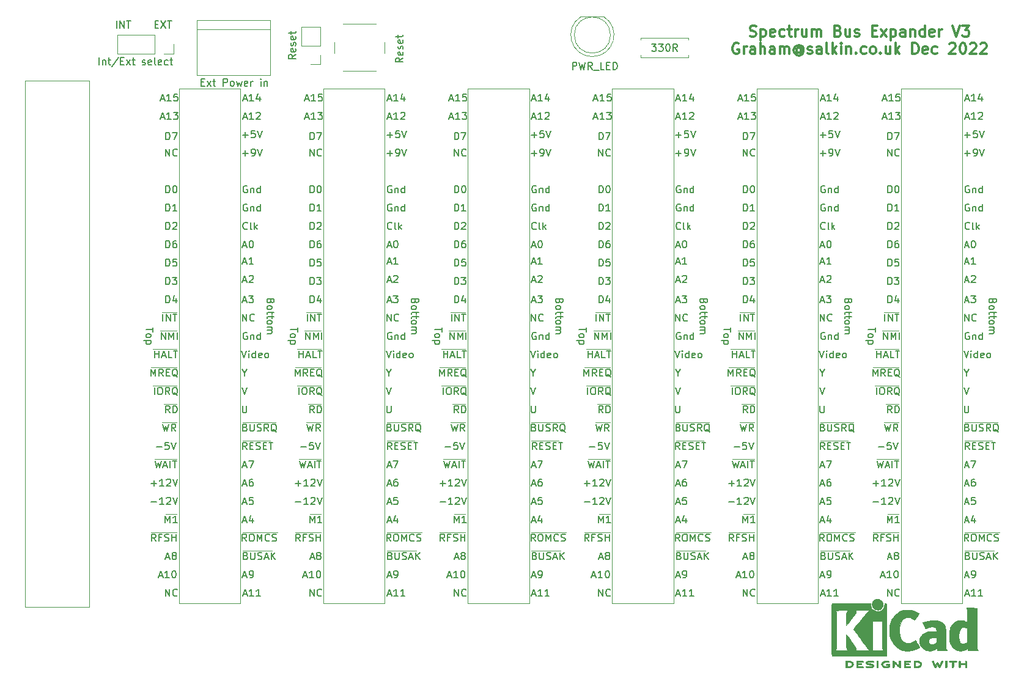
<source format=gbr>
%TF.GenerationSoftware,KiCad,Pcbnew,6.0.2+dfsg-1*%
%TF.CreationDate,2022-12-14T15:09:21+00:00*%
%TF.ProjectId,Backplane,4261636b-706c-4616-9e65-2e6b69636164,1*%
%TF.SameCoordinates,Original*%
%TF.FileFunction,Legend,Top*%
%TF.FilePolarity,Positive*%
%FSLAX46Y46*%
G04 Gerber Fmt 4.6, Leading zero omitted, Abs format (unit mm)*
G04 Created by KiCad (PCBNEW 6.0.2+dfsg-1) date 2022-12-14 15:09:21*
%MOMM*%
%LPD*%
G01*
G04 APERTURE LIST*
%ADD10C,0.150000*%
%ADD11C,0.300000*%
%ADD12C,0.120000*%
%ADD13C,0.010000*%
G04 APERTURE END LIST*
D10*
X50109904Y-48331380D02*
X50109904Y-47331380D01*
X50586095Y-48331380D02*
X50586095Y-47331380D01*
X51157523Y-48331380D01*
X51157523Y-47331380D01*
X51490857Y-47331380D02*
X52062285Y-47331380D01*
X51776571Y-48331380D02*
X51776571Y-47331380D01*
X55443238Y-47807571D02*
X55776571Y-47807571D01*
X55919428Y-48331380D02*
X55443238Y-48331380D01*
X55443238Y-47331380D01*
X55919428Y-47331380D01*
X56252761Y-47331380D02*
X56919428Y-48331380D01*
X56919428Y-47331380D02*
X56252761Y-48331380D01*
X57157523Y-47331380D02*
X57728952Y-47331380D01*
X57443238Y-48331380D02*
X57443238Y-47331380D01*
D11*
X137821428Y-49399642D02*
X138035714Y-49471071D01*
X138392857Y-49471071D01*
X138535714Y-49399642D01*
X138607142Y-49328214D01*
X138678571Y-49185357D01*
X138678571Y-49042500D01*
X138607142Y-48899642D01*
X138535714Y-48828214D01*
X138392857Y-48756785D01*
X138107142Y-48685357D01*
X137964285Y-48613928D01*
X137892857Y-48542500D01*
X137821428Y-48399642D01*
X137821428Y-48256785D01*
X137892857Y-48113928D01*
X137964285Y-48042500D01*
X138107142Y-47971071D01*
X138464285Y-47971071D01*
X138678571Y-48042500D01*
X139321428Y-48471071D02*
X139321428Y-49971071D01*
X139321428Y-48542500D02*
X139464285Y-48471071D01*
X139749999Y-48471071D01*
X139892857Y-48542500D01*
X139964285Y-48613928D01*
X140035714Y-48756785D01*
X140035714Y-49185357D01*
X139964285Y-49328214D01*
X139892857Y-49399642D01*
X139749999Y-49471071D01*
X139464285Y-49471071D01*
X139321428Y-49399642D01*
X141249999Y-49399642D02*
X141107142Y-49471071D01*
X140821428Y-49471071D01*
X140678571Y-49399642D01*
X140607142Y-49256785D01*
X140607142Y-48685357D01*
X140678571Y-48542500D01*
X140821428Y-48471071D01*
X141107142Y-48471071D01*
X141249999Y-48542500D01*
X141321428Y-48685357D01*
X141321428Y-48828214D01*
X140607142Y-48971071D01*
X142607142Y-49399642D02*
X142464285Y-49471071D01*
X142178571Y-49471071D01*
X142035714Y-49399642D01*
X141964285Y-49328214D01*
X141892857Y-49185357D01*
X141892857Y-48756785D01*
X141964285Y-48613928D01*
X142035714Y-48542500D01*
X142178571Y-48471071D01*
X142464285Y-48471071D01*
X142607142Y-48542500D01*
X143035714Y-48471071D02*
X143607142Y-48471071D01*
X143249999Y-47971071D02*
X143249999Y-49256785D01*
X143321428Y-49399642D01*
X143464285Y-49471071D01*
X143607142Y-49471071D01*
X144107142Y-49471071D02*
X144107142Y-48471071D01*
X144107142Y-48756785D02*
X144178571Y-48613928D01*
X144249999Y-48542500D01*
X144392857Y-48471071D01*
X144535714Y-48471071D01*
X145678571Y-48471071D02*
X145678571Y-49471071D01*
X145035714Y-48471071D02*
X145035714Y-49256785D01*
X145107142Y-49399642D01*
X145249999Y-49471071D01*
X145464285Y-49471071D01*
X145607142Y-49399642D01*
X145678571Y-49328214D01*
X146392857Y-49471071D02*
X146392857Y-48471071D01*
X146392857Y-48613928D02*
X146464285Y-48542500D01*
X146607142Y-48471071D01*
X146821428Y-48471071D01*
X146964285Y-48542500D01*
X147035714Y-48685357D01*
X147035714Y-49471071D01*
X147035714Y-48685357D02*
X147107142Y-48542500D01*
X147249999Y-48471071D01*
X147464285Y-48471071D01*
X147607142Y-48542500D01*
X147678571Y-48685357D01*
X147678571Y-49471071D01*
X150035714Y-48685357D02*
X150249999Y-48756785D01*
X150321428Y-48828214D01*
X150392857Y-48971071D01*
X150392857Y-49185357D01*
X150321428Y-49328214D01*
X150249999Y-49399642D01*
X150107142Y-49471071D01*
X149535714Y-49471071D01*
X149535714Y-47971071D01*
X150035714Y-47971071D01*
X150178571Y-48042500D01*
X150249999Y-48113928D01*
X150321428Y-48256785D01*
X150321428Y-48399642D01*
X150249999Y-48542500D01*
X150178571Y-48613928D01*
X150035714Y-48685357D01*
X149535714Y-48685357D01*
X151678571Y-48471071D02*
X151678571Y-49471071D01*
X151035714Y-48471071D02*
X151035714Y-49256785D01*
X151107142Y-49399642D01*
X151249999Y-49471071D01*
X151464285Y-49471071D01*
X151607142Y-49399642D01*
X151678571Y-49328214D01*
X152321428Y-49399642D02*
X152464285Y-49471071D01*
X152749999Y-49471071D01*
X152892857Y-49399642D01*
X152964285Y-49256785D01*
X152964285Y-49185357D01*
X152892857Y-49042500D01*
X152749999Y-48971071D01*
X152535714Y-48971071D01*
X152392857Y-48899642D01*
X152321428Y-48756785D01*
X152321428Y-48685357D01*
X152392857Y-48542500D01*
X152535714Y-48471071D01*
X152749999Y-48471071D01*
X152892857Y-48542500D01*
X154749999Y-48685357D02*
X155249999Y-48685357D01*
X155464285Y-49471071D02*
X154749999Y-49471071D01*
X154749999Y-47971071D01*
X155464285Y-47971071D01*
X155964285Y-49471071D02*
X156749999Y-48471071D01*
X155964285Y-48471071D02*
X156749999Y-49471071D01*
X157321428Y-48471071D02*
X157321428Y-49971071D01*
X157321428Y-48542500D02*
X157464285Y-48471071D01*
X157749999Y-48471071D01*
X157892857Y-48542500D01*
X157964285Y-48613928D01*
X158035714Y-48756785D01*
X158035714Y-49185357D01*
X157964285Y-49328214D01*
X157892857Y-49399642D01*
X157749999Y-49471071D01*
X157464285Y-49471071D01*
X157321428Y-49399642D01*
X159321428Y-49471071D02*
X159321428Y-48685357D01*
X159249999Y-48542500D01*
X159107142Y-48471071D01*
X158821428Y-48471071D01*
X158678571Y-48542500D01*
X159321428Y-49399642D02*
X159178571Y-49471071D01*
X158821428Y-49471071D01*
X158678571Y-49399642D01*
X158607142Y-49256785D01*
X158607142Y-49113928D01*
X158678571Y-48971071D01*
X158821428Y-48899642D01*
X159178571Y-48899642D01*
X159321428Y-48828214D01*
X160035714Y-48471071D02*
X160035714Y-49471071D01*
X160035714Y-48613928D02*
X160107142Y-48542500D01*
X160249999Y-48471071D01*
X160464285Y-48471071D01*
X160607142Y-48542500D01*
X160678571Y-48685357D01*
X160678571Y-49471071D01*
X162035714Y-49471071D02*
X162035714Y-47971071D01*
X162035714Y-49399642D02*
X161892857Y-49471071D01*
X161607142Y-49471071D01*
X161464285Y-49399642D01*
X161392857Y-49328214D01*
X161321428Y-49185357D01*
X161321428Y-48756785D01*
X161392857Y-48613928D01*
X161464285Y-48542500D01*
X161607142Y-48471071D01*
X161892857Y-48471071D01*
X162035714Y-48542500D01*
X163321428Y-49399642D02*
X163178571Y-49471071D01*
X162892857Y-49471071D01*
X162750000Y-49399642D01*
X162678571Y-49256785D01*
X162678571Y-48685357D01*
X162750000Y-48542500D01*
X162892857Y-48471071D01*
X163178571Y-48471071D01*
X163321428Y-48542500D01*
X163392857Y-48685357D01*
X163392857Y-48828214D01*
X162678571Y-48971071D01*
X164035714Y-49471071D02*
X164035714Y-48471071D01*
X164035714Y-48756785D02*
X164107142Y-48613928D01*
X164178571Y-48542500D01*
X164321428Y-48471071D01*
X164464285Y-48471071D01*
X165892857Y-47971071D02*
X166392857Y-49471071D01*
X166892857Y-47971071D01*
X167250000Y-47971071D02*
X168178571Y-47971071D01*
X167678571Y-48542500D01*
X167892857Y-48542500D01*
X168035714Y-48613928D01*
X168107142Y-48685357D01*
X168178571Y-48828214D01*
X168178571Y-49185357D01*
X168107142Y-49328214D01*
X168035714Y-49399642D01*
X167892857Y-49471071D01*
X167464285Y-49471071D01*
X167321428Y-49399642D01*
X167250000Y-49328214D01*
X136250000Y-50457500D02*
X136107142Y-50386071D01*
X135892857Y-50386071D01*
X135678571Y-50457500D01*
X135535714Y-50600357D01*
X135464285Y-50743214D01*
X135392857Y-51028928D01*
X135392857Y-51243214D01*
X135464285Y-51528928D01*
X135535714Y-51671785D01*
X135678571Y-51814642D01*
X135892857Y-51886071D01*
X136035714Y-51886071D01*
X136250000Y-51814642D01*
X136321428Y-51743214D01*
X136321428Y-51243214D01*
X136035714Y-51243214D01*
X136964285Y-51886071D02*
X136964285Y-50886071D01*
X136964285Y-51171785D02*
X137035714Y-51028928D01*
X137107142Y-50957500D01*
X137250000Y-50886071D01*
X137392857Y-50886071D01*
X138535714Y-51886071D02*
X138535714Y-51100357D01*
X138464285Y-50957500D01*
X138321428Y-50886071D01*
X138035714Y-50886071D01*
X137892857Y-50957500D01*
X138535714Y-51814642D02*
X138392857Y-51886071D01*
X138035714Y-51886071D01*
X137892857Y-51814642D01*
X137821428Y-51671785D01*
X137821428Y-51528928D01*
X137892857Y-51386071D01*
X138035714Y-51314642D01*
X138392857Y-51314642D01*
X138535714Y-51243214D01*
X139250000Y-51886071D02*
X139250000Y-50386071D01*
X139892857Y-51886071D02*
X139892857Y-51100357D01*
X139821428Y-50957500D01*
X139678571Y-50886071D01*
X139464285Y-50886071D01*
X139321428Y-50957500D01*
X139250000Y-51028928D01*
X141250000Y-51886071D02*
X141250000Y-51100357D01*
X141178571Y-50957500D01*
X141035714Y-50886071D01*
X140750000Y-50886071D01*
X140607142Y-50957500D01*
X141250000Y-51814642D02*
X141107142Y-51886071D01*
X140750000Y-51886071D01*
X140607142Y-51814642D01*
X140535714Y-51671785D01*
X140535714Y-51528928D01*
X140607142Y-51386071D01*
X140750000Y-51314642D01*
X141107142Y-51314642D01*
X141250000Y-51243214D01*
X141964285Y-51886071D02*
X141964285Y-50886071D01*
X141964285Y-51028928D02*
X142035714Y-50957500D01*
X142178571Y-50886071D01*
X142392857Y-50886071D01*
X142535714Y-50957500D01*
X142607142Y-51100357D01*
X142607142Y-51886071D01*
X142607142Y-51100357D02*
X142678571Y-50957500D01*
X142821428Y-50886071D01*
X143035714Y-50886071D01*
X143178571Y-50957500D01*
X143250000Y-51100357D01*
X143250000Y-51886071D01*
X144892857Y-51171785D02*
X144821428Y-51100357D01*
X144678571Y-51028928D01*
X144535714Y-51028928D01*
X144392857Y-51100357D01*
X144321428Y-51171785D01*
X144250000Y-51314642D01*
X144250000Y-51457500D01*
X144321428Y-51600357D01*
X144392857Y-51671785D01*
X144535714Y-51743214D01*
X144678571Y-51743214D01*
X144821428Y-51671785D01*
X144892857Y-51600357D01*
X144892857Y-51028928D02*
X144892857Y-51600357D01*
X144964285Y-51671785D01*
X145035714Y-51671785D01*
X145178571Y-51600357D01*
X145250000Y-51457500D01*
X145250000Y-51100357D01*
X145107142Y-50886071D01*
X144892857Y-50743214D01*
X144607142Y-50671785D01*
X144321428Y-50743214D01*
X144107142Y-50886071D01*
X143964285Y-51100357D01*
X143892857Y-51386071D01*
X143964285Y-51671785D01*
X144107142Y-51886071D01*
X144321428Y-52028928D01*
X144607142Y-52100357D01*
X144892857Y-52028928D01*
X145107142Y-51886071D01*
X145821428Y-51814642D02*
X145964285Y-51886071D01*
X146250000Y-51886071D01*
X146392857Y-51814642D01*
X146464285Y-51671785D01*
X146464285Y-51600357D01*
X146392857Y-51457500D01*
X146250000Y-51386071D01*
X146035714Y-51386071D01*
X145892857Y-51314642D01*
X145821428Y-51171785D01*
X145821428Y-51100357D01*
X145892857Y-50957500D01*
X146035714Y-50886071D01*
X146250000Y-50886071D01*
X146392857Y-50957500D01*
X147750000Y-51886071D02*
X147750000Y-51100357D01*
X147678571Y-50957500D01*
X147535714Y-50886071D01*
X147250000Y-50886071D01*
X147107142Y-50957500D01*
X147750000Y-51814642D02*
X147607142Y-51886071D01*
X147250000Y-51886071D01*
X147107142Y-51814642D01*
X147035714Y-51671785D01*
X147035714Y-51528928D01*
X147107142Y-51386071D01*
X147250000Y-51314642D01*
X147607142Y-51314642D01*
X147750000Y-51243214D01*
X148678571Y-51886071D02*
X148535714Y-51814642D01*
X148464285Y-51671785D01*
X148464285Y-50386071D01*
X149250000Y-51886071D02*
X149250000Y-50386071D01*
X149392857Y-51314642D02*
X149821428Y-51886071D01*
X149821428Y-50886071D02*
X149250000Y-51457500D01*
X150464285Y-51886071D02*
X150464285Y-50886071D01*
X150464285Y-50386071D02*
X150392857Y-50457500D01*
X150464285Y-50528928D01*
X150535714Y-50457500D01*
X150464285Y-50386071D01*
X150464285Y-50528928D01*
X151178571Y-50886071D02*
X151178571Y-51886071D01*
X151178571Y-51028928D02*
X151250000Y-50957500D01*
X151392857Y-50886071D01*
X151607142Y-50886071D01*
X151750000Y-50957500D01*
X151821428Y-51100357D01*
X151821428Y-51886071D01*
X152535714Y-51743214D02*
X152607142Y-51814642D01*
X152535714Y-51886071D01*
X152464285Y-51814642D01*
X152535714Y-51743214D01*
X152535714Y-51886071D01*
X153892857Y-51814642D02*
X153750000Y-51886071D01*
X153464285Y-51886071D01*
X153321428Y-51814642D01*
X153250000Y-51743214D01*
X153178571Y-51600357D01*
X153178571Y-51171785D01*
X153250000Y-51028928D01*
X153321428Y-50957500D01*
X153464285Y-50886071D01*
X153750000Y-50886071D01*
X153892857Y-50957500D01*
X154750000Y-51886071D02*
X154607142Y-51814642D01*
X154535714Y-51743214D01*
X154464285Y-51600357D01*
X154464285Y-51171785D01*
X154535714Y-51028928D01*
X154607142Y-50957500D01*
X154750000Y-50886071D01*
X154964285Y-50886071D01*
X155107142Y-50957500D01*
X155178571Y-51028928D01*
X155250000Y-51171785D01*
X155250000Y-51600357D01*
X155178571Y-51743214D01*
X155107142Y-51814642D01*
X154964285Y-51886071D01*
X154750000Y-51886071D01*
X155892857Y-51743214D02*
X155964285Y-51814642D01*
X155892857Y-51886071D01*
X155821428Y-51814642D01*
X155892857Y-51743214D01*
X155892857Y-51886071D01*
X157250000Y-50886071D02*
X157250000Y-51886071D01*
X156607142Y-50886071D02*
X156607142Y-51671785D01*
X156678571Y-51814642D01*
X156821428Y-51886071D01*
X157035714Y-51886071D01*
X157178571Y-51814642D01*
X157250000Y-51743214D01*
X157964285Y-51886071D02*
X157964285Y-50386071D01*
X158107142Y-51314642D02*
X158535714Y-51886071D01*
X158535714Y-50886071D02*
X157964285Y-51457500D01*
X160321428Y-51886071D02*
X160321428Y-50386071D01*
X160678571Y-50386071D01*
X160892857Y-50457500D01*
X161035714Y-50600357D01*
X161107142Y-50743214D01*
X161178571Y-51028928D01*
X161178571Y-51243214D01*
X161107142Y-51528928D01*
X161035714Y-51671785D01*
X160892857Y-51814642D01*
X160678571Y-51886071D01*
X160321428Y-51886071D01*
X162392857Y-51814642D02*
X162250000Y-51886071D01*
X161964285Y-51886071D01*
X161821428Y-51814642D01*
X161750000Y-51671785D01*
X161750000Y-51100357D01*
X161821428Y-50957500D01*
X161964285Y-50886071D01*
X162250000Y-50886071D01*
X162392857Y-50957500D01*
X162464285Y-51100357D01*
X162464285Y-51243214D01*
X161750000Y-51386071D01*
X163750000Y-51814642D02*
X163607142Y-51886071D01*
X163321428Y-51886071D01*
X163178571Y-51814642D01*
X163107142Y-51743214D01*
X163035714Y-51600357D01*
X163035714Y-51171785D01*
X163107142Y-51028928D01*
X163178571Y-50957500D01*
X163321428Y-50886071D01*
X163607142Y-50886071D01*
X163750000Y-50957500D01*
X165464285Y-50528928D02*
X165535714Y-50457500D01*
X165678571Y-50386071D01*
X166035714Y-50386071D01*
X166178571Y-50457500D01*
X166250000Y-50528928D01*
X166321428Y-50671785D01*
X166321428Y-50814642D01*
X166250000Y-51028928D01*
X165392857Y-51886071D01*
X166321428Y-51886071D01*
X167250000Y-50386071D02*
X167392857Y-50386071D01*
X167535714Y-50457500D01*
X167607142Y-50528928D01*
X167678571Y-50671785D01*
X167750000Y-50957500D01*
X167750000Y-51314642D01*
X167678571Y-51600357D01*
X167607142Y-51743214D01*
X167535714Y-51814642D01*
X167392857Y-51886071D01*
X167250000Y-51886071D01*
X167107142Y-51814642D01*
X167035714Y-51743214D01*
X166964285Y-51600357D01*
X166892857Y-51314642D01*
X166892857Y-50957500D01*
X166964285Y-50671785D01*
X167035714Y-50528928D01*
X167107142Y-50457500D01*
X167250000Y-50386071D01*
X168321428Y-50528928D02*
X168392857Y-50457500D01*
X168535714Y-50386071D01*
X168892857Y-50386071D01*
X169035714Y-50457500D01*
X169107142Y-50528928D01*
X169178571Y-50671785D01*
X169178571Y-50814642D01*
X169107142Y-51028928D01*
X168250000Y-51886071D01*
X169178571Y-51886071D01*
X169750000Y-50528928D02*
X169821428Y-50457500D01*
X169964285Y-50386071D01*
X170321428Y-50386071D01*
X170464285Y-50457500D01*
X170535714Y-50528928D01*
X170607142Y-50671785D01*
X170607142Y-50814642D01*
X170535714Y-51028928D01*
X169678571Y-51886071D01*
X170607142Y-51886071D01*
D10*
%TO.C,U5*%
X134888095Y-111391428D02*
X135650000Y-111391428D01*
X135269047Y-111772380D02*
X135269047Y-111010476D01*
X136650000Y-111772380D02*
X136078571Y-111772380D01*
X136364285Y-111772380D02*
X136364285Y-110772380D01*
X136269047Y-110915238D01*
X136173809Y-111010476D01*
X136078571Y-111058095D01*
X137030952Y-110867619D02*
X137078571Y-110820000D01*
X137173809Y-110772380D01*
X137411904Y-110772380D01*
X137507142Y-110820000D01*
X137554761Y-110867619D01*
X137602380Y-110962857D01*
X137602380Y-111058095D01*
X137554761Y-111200952D01*
X136983333Y-111772380D01*
X137602380Y-111772380D01*
X137888095Y-110772380D02*
X138221428Y-111772380D01*
X138554761Y-110772380D01*
X136927904Y-83832380D02*
X136927904Y-82832380D01*
X137166000Y-82832380D01*
X137308857Y-82880000D01*
X137404095Y-82975238D01*
X137451714Y-83070476D01*
X137499333Y-83260952D01*
X137499333Y-83403809D01*
X137451714Y-83594285D01*
X137404095Y-83689523D01*
X137308857Y-83784761D01*
X137166000Y-83832380D01*
X136927904Y-83832380D01*
X137832666Y-82832380D02*
X138451714Y-82832380D01*
X138118380Y-83213333D01*
X138261238Y-83213333D01*
X138356476Y-83260952D01*
X138404095Y-83308571D01*
X138451714Y-83403809D01*
X138451714Y-83641904D01*
X138404095Y-83737142D01*
X138356476Y-83784761D01*
X138261238Y-83832380D01*
X137975523Y-83832380D01*
X137880285Y-83784761D01*
X137832666Y-83737142D01*
X147619714Y-86086666D02*
X148095904Y-86086666D01*
X147524476Y-86372380D02*
X147857809Y-85372380D01*
X148191142Y-86372380D01*
X148429238Y-85372380D02*
X149048285Y-85372380D01*
X148714952Y-85753333D01*
X148857809Y-85753333D01*
X148953047Y-85800952D01*
X149000666Y-85848571D01*
X149048285Y-85943809D01*
X149048285Y-86181904D01*
X149000666Y-86277142D01*
X148953047Y-86324761D01*
X148857809Y-86372380D01*
X148572095Y-86372380D01*
X148476857Y-86324761D01*
X148429238Y-86277142D01*
X136880285Y-66052380D02*
X136880285Y-65052380D01*
X137451714Y-66052380D01*
X137451714Y-65052380D01*
X138499333Y-65957142D02*
X138451714Y-66004761D01*
X138308857Y-66052380D01*
X138213619Y-66052380D01*
X138070761Y-66004761D01*
X137975523Y-65909523D01*
X137927904Y-65814285D01*
X137880285Y-65623809D01*
X137880285Y-65480952D01*
X137927904Y-65290476D01*
X137975523Y-65195238D01*
X138070761Y-65100000D01*
X138213619Y-65052380D01*
X138308857Y-65052380D01*
X138451714Y-65100000D01*
X138499333Y-65147619D01*
X136221523Y-60686666D02*
X136697714Y-60686666D01*
X136126285Y-60972380D02*
X136459619Y-59972380D01*
X136792952Y-60972380D01*
X137650095Y-60972380D02*
X137078666Y-60972380D01*
X137364380Y-60972380D02*
X137364380Y-59972380D01*
X137269142Y-60115238D01*
X137173904Y-60210476D01*
X137078666Y-60258095D01*
X137983428Y-59972380D02*
X138602476Y-59972380D01*
X138269142Y-60353333D01*
X138412000Y-60353333D01*
X138507238Y-60400952D01*
X138554857Y-60448571D01*
X138602476Y-60543809D01*
X138602476Y-60781904D01*
X138554857Y-60877142D01*
X138507238Y-60924761D01*
X138412000Y-60972380D01*
X138126285Y-60972380D01*
X138031047Y-60924761D01*
X137983428Y-60877142D01*
X147619714Y-80752666D02*
X148095904Y-80752666D01*
X147524476Y-81038380D02*
X147857809Y-80038380D01*
X148191142Y-81038380D01*
X149048285Y-81038380D02*
X148476857Y-81038380D01*
X148762571Y-81038380D02*
X148762571Y-80038380D01*
X148667333Y-80181238D01*
X148572095Y-80276476D01*
X148476857Y-80324095D01*
X136927904Y-76212380D02*
X136927904Y-75212380D01*
X137166000Y-75212380D01*
X137308857Y-75260000D01*
X137404095Y-75355238D01*
X137451714Y-75450476D01*
X137499333Y-75640952D01*
X137499333Y-75783809D01*
X137451714Y-75974285D01*
X137404095Y-76069523D01*
X137308857Y-76164761D01*
X137166000Y-76212380D01*
X136927904Y-76212380D01*
X137880285Y-75307619D02*
X137927904Y-75260000D01*
X138023142Y-75212380D01*
X138261238Y-75212380D01*
X138356476Y-75260000D01*
X138404095Y-75307619D01*
X138451714Y-75402857D01*
X138451714Y-75498095D01*
X138404095Y-75640952D01*
X137832666Y-76212380D01*
X138451714Y-76212380D01*
X151453428Y-86134571D02*
X151405809Y-86277428D01*
X151358190Y-86325047D01*
X151262952Y-86372666D01*
X151120095Y-86372666D01*
X151024857Y-86325047D01*
X150977238Y-86277428D01*
X150929619Y-86182190D01*
X150929619Y-85801238D01*
X151929619Y-85801238D01*
X151929619Y-86134571D01*
X151882000Y-86229809D01*
X151834380Y-86277428D01*
X151739142Y-86325047D01*
X151643904Y-86325047D01*
X151548666Y-86277428D01*
X151501047Y-86229809D01*
X151453428Y-86134571D01*
X151453428Y-85801238D01*
X150929619Y-86944095D02*
X150977238Y-86848857D01*
X151024857Y-86801238D01*
X151120095Y-86753619D01*
X151405809Y-86753619D01*
X151501047Y-86801238D01*
X151548666Y-86848857D01*
X151596285Y-86944095D01*
X151596285Y-87086952D01*
X151548666Y-87182190D01*
X151501047Y-87229809D01*
X151405809Y-87277428D01*
X151120095Y-87277428D01*
X151024857Y-87229809D01*
X150977238Y-87182190D01*
X150929619Y-87086952D01*
X150929619Y-86944095D01*
X151596285Y-87563142D02*
X151596285Y-87944095D01*
X151929619Y-87706000D02*
X151072476Y-87706000D01*
X150977238Y-87753619D01*
X150929619Y-87848857D01*
X150929619Y-87944095D01*
X151596285Y-88134571D02*
X151596285Y-88515523D01*
X151929619Y-88277428D02*
X151072476Y-88277428D01*
X150977238Y-88325047D01*
X150929619Y-88420285D01*
X150929619Y-88515523D01*
X150929619Y-88991714D02*
X150977238Y-88896476D01*
X151024857Y-88848857D01*
X151120095Y-88801238D01*
X151405809Y-88801238D01*
X151501047Y-88848857D01*
X151548666Y-88896476D01*
X151596285Y-88991714D01*
X151596285Y-89134571D01*
X151548666Y-89229809D01*
X151501047Y-89277428D01*
X151405809Y-89325047D01*
X151120095Y-89325047D01*
X151024857Y-89277428D01*
X150977238Y-89229809D01*
X150929619Y-89134571D01*
X150929619Y-88991714D01*
X150929619Y-89753619D02*
X151596285Y-89753619D01*
X151501047Y-89753619D02*
X151548666Y-89801238D01*
X151596285Y-89896476D01*
X151596285Y-90039333D01*
X151548666Y-90134571D01*
X151453428Y-90182190D01*
X150929619Y-90182190D01*
X151453428Y-90182190D02*
X151548666Y-90229809D01*
X151596285Y-90325047D01*
X151596285Y-90467904D01*
X151548666Y-90563142D01*
X151453428Y-90610761D01*
X150929619Y-90610761D01*
X147492666Y-98072380D02*
X147826000Y-99072380D01*
X148159333Y-98072380D01*
X147619714Y-111486666D02*
X148095904Y-111486666D01*
X147524476Y-111772380D02*
X147857809Y-110772380D01*
X148191142Y-111772380D01*
X148953047Y-110772380D02*
X148762571Y-110772380D01*
X148667333Y-110820000D01*
X148619714Y-110867619D01*
X148524476Y-111010476D01*
X148476857Y-111200952D01*
X148476857Y-111581904D01*
X148524476Y-111677142D01*
X148572095Y-111724761D01*
X148667333Y-111772380D01*
X148857809Y-111772380D01*
X148953047Y-111724761D01*
X149000666Y-111677142D01*
X149048285Y-111581904D01*
X149048285Y-111343809D01*
X149000666Y-111248571D01*
X148953047Y-111200952D01*
X148857809Y-111153333D01*
X148667333Y-111153333D01*
X148572095Y-111200952D01*
X148524476Y-111248571D01*
X148476857Y-111343809D01*
X147905619Y-103628571D02*
X148048476Y-103676190D01*
X148096095Y-103723809D01*
X148143714Y-103819047D01*
X148143714Y-103961904D01*
X148096095Y-104057142D01*
X148048476Y-104104761D01*
X147953238Y-104152380D01*
X147572285Y-104152380D01*
X147572285Y-103152380D01*
X147905619Y-103152380D01*
X148000857Y-103200000D01*
X148048476Y-103247619D01*
X148096095Y-103342857D01*
X148096095Y-103438095D01*
X148048476Y-103533333D01*
X148000857Y-103580952D01*
X147905619Y-103628571D01*
X147572285Y-103628571D01*
X148572285Y-103152380D02*
X148572285Y-103961904D01*
X148619904Y-104057142D01*
X148667523Y-104104761D01*
X148762761Y-104152380D01*
X148953238Y-104152380D01*
X149048476Y-104104761D01*
X149096095Y-104057142D01*
X149143714Y-103961904D01*
X149143714Y-103152380D01*
X149572285Y-104104761D02*
X149715142Y-104152380D01*
X149953238Y-104152380D01*
X150048476Y-104104761D01*
X150096095Y-104057142D01*
X150143714Y-103961904D01*
X150143714Y-103866666D01*
X150096095Y-103771428D01*
X150048476Y-103723809D01*
X149953238Y-103676190D01*
X149762761Y-103628571D01*
X149667523Y-103580952D01*
X149619904Y-103533333D01*
X149572285Y-103438095D01*
X149572285Y-103342857D01*
X149619904Y-103247619D01*
X149667523Y-103200000D01*
X149762761Y-103152380D01*
X150000857Y-103152380D01*
X150143714Y-103200000D01*
X151143714Y-104152380D02*
X150810380Y-103676190D01*
X150572285Y-104152380D02*
X150572285Y-103152380D01*
X150953238Y-103152380D01*
X151048476Y-103200000D01*
X151096095Y-103247619D01*
X151143714Y-103342857D01*
X151143714Y-103485714D01*
X151096095Y-103580952D01*
X151048476Y-103628571D01*
X150953238Y-103676190D01*
X150572285Y-103676190D01*
X152238952Y-104247619D02*
X152143714Y-104200000D01*
X152048476Y-104104761D01*
X151905619Y-103961904D01*
X151810380Y-103914285D01*
X151715142Y-103914285D01*
X151762761Y-104152380D02*
X151667523Y-104104761D01*
X151572285Y-104009523D01*
X151524666Y-103819047D01*
X151524666Y-103485714D01*
X151572285Y-103295238D01*
X151667523Y-103200000D01*
X151762761Y-103152380D01*
X151953238Y-103152380D01*
X152048476Y-103200000D01*
X152143714Y-103295238D01*
X152191333Y-103485714D01*
X152191333Y-103819047D01*
X152143714Y-104009523D01*
X152048476Y-104104761D01*
X151953238Y-104152380D01*
X151762761Y-104152380D01*
X137475523Y-101612380D02*
X137142190Y-101136190D01*
X136904095Y-101612380D02*
X136904095Y-100612380D01*
X137285047Y-100612380D01*
X137380285Y-100660000D01*
X137427904Y-100707619D01*
X137475523Y-100802857D01*
X137475523Y-100945714D01*
X137427904Y-101040952D01*
X137380285Y-101088571D01*
X137285047Y-101136190D01*
X136904095Y-101136190D01*
X137904095Y-101612380D02*
X137904095Y-100612380D01*
X138142190Y-100612380D01*
X138285047Y-100660000D01*
X138380285Y-100755238D01*
X138427904Y-100850476D01*
X138475523Y-101040952D01*
X138475523Y-101183809D01*
X138427904Y-101374285D01*
X138380285Y-101469523D01*
X138285047Y-101564761D01*
X138142190Y-101612380D01*
X137904095Y-101612380D01*
X147619714Y-78466666D02*
X148095904Y-78466666D01*
X147524476Y-78752380D02*
X147857809Y-77752380D01*
X148191142Y-78752380D01*
X148714952Y-77752380D02*
X148810190Y-77752380D01*
X148905428Y-77800000D01*
X148953047Y-77847619D01*
X149000666Y-77942857D01*
X149048285Y-78133333D01*
X149048285Y-78371428D01*
X149000666Y-78561904D01*
X148953047Y-78657142D01*
X148905428Y-78704761D01*
X148810190Y-78752380D01*
X148714952Y-78752380D01*
X148619714Y-78704761D01*
X148572095Y-78657142D01*
X148524476Y-78561904D01*
X148476857Y-78371428D01*
X148476857Y-78133333D01*
X148524476Y-77942857D01*
X148572095Y-77847619D01*
X148619714Y-77800000D01*
X148714952Y-77752380D01*
X147651523Y-60686666D02*
X148127714Y-60686666D01*
X147556285Y-60972380D02*
X147889619Y-59972380D01*
X148222952Y-60972380D01*
X149080095Y-60972380D02*
X148508666Y-60972380D01*
X148794380Y-60972380D02*
X148794380Y-59972380D01*
X148699142Y-60115238D01*
X148603904Y-60210476D01*
X148508666Y-60258095D01*
X149461047Y-60067619D02*
X149508666Y-60020000D01*
X149603904Y-59972380D01*
X149842000Y-59972380D01*
X149937238Y-60020000D01*
X149984857Y-60067619D01*
X150032476Y-60162857D01*
X150032476Y-60258095D01*
X149984857Y-60400952D01*
X149413428Y-60972380D01*
X150032476Y-60972380D01*
X136927904Y-71132380D02*
X136927904Y-70132380D01*
X137166000Y-70132380D01*
X137308857Y-70180000D01*
X137404095Y-70275238D01*
X137451714Y-70370476D01*
X137499333Y-70560952D01*
X137499333Y-70703809D01*
X137451714Y-70894285D01*
X137404095Y-70989523D01*
X137308857Y-71084761D01*
X137166000Y-71132380D01*
X136927904Y-71132380D01*
X138118380Y-70132380D02*
X138213619Y-70132380D01*
X138308857Y-70180000D01*
X138356476Y-70227619D01*
X138404095Y-70322857D01*
X138451714Y-70513333D01*
X138451714Y-70751428D01*
X138404095Y-70941904D01*
X138356476Y-71037142D01*
X138308857Y-71084761D01*
X138213619Y-71132380D01*
X138118380Y-71132380D01*
X138023142Y-71084761D01*
X137975523Y-71037142D01*
X137927904Y-70941904D01*
X137880285Y-70751428D01*
X137880285Y-70513333D01*
X137927904Y-70322857D01*
X137975523Y-70227619D01*
X138023142Y-70180000D01*
X138118380Y-70132380D01*
X147540285Y-100612380D02*
X147540285Y-101421904D01*
X147587904Y-101517142D01*
X147635523Y-101564761D01*
X147730761Y-101612380D01*
X147921238Y-101612380D01*
X148016476Y-101564761D01*
X148064095Y-101517142D01*
X148111714Y-101421904D01*
X148111714Y-100612380D01*
X147619714Y-83292666D02*
X148095904Y-83292666D01*
X147524476Y-83578380D02*
X147857809Y-82578380D01*
X148191142Y-83578380D01*
X148476857Y-82673619D02*
X148524476Y-82626000D01*
X148619714Y-82578380D01*
X148857809Y-82578380D01*
X148953047Y-82626000D01*
X149000666Y-82673619D01*
X149048285Y-82768857D01*
X149048285Y-82864095D01*
X149000666Y-83006952D01*
X148429238Y-83578380D01*
X149048285Y-83578380D01*
X147556285Y-63131428D02*
X148318190Y-63131428D01*
X147937238Y-63512380D02*
X147937238Y-62750476D01*
X149270571Y-62512380D02*
X148794380Y-62512380D01*
X148746761Y-62988571D01*
X148794380Y-62940952D01*
X148889619Y-62893333D01*
X149127714Y-62893333D01*
X149222952Y-62940952D01*
X149270571Y-62988571D01*
X149318190Y-63083809D01*
X149318190Y-63321904D01*
X149270571Y-63417142D01*
X149222952Y-63464761D01*
X149127714Y-63512380D01*
X148889619Y-63512380D01*
X148794380Y-63464761D01*
X148746761Y-63417142D01*
X149603904Y-62512380D02*
X149937238Y-63512380D01*
X150270571Y-62512380D01*
X136483428Y-103152380D02*
X136721523Y-104152380D01*
X136912000Y-103438095D01*
X137102476Y-104152380D01*
X137340571Y-103152380D01*
X138292952Y-104152380D02*
X137959619Y-103676190D01*
X137721523Y-104152380D02*
X137721523Y-103152380D01*
X138102476Y-103152380D01*
X138197714Y-103200000D01*
X138245333Y-103247619D01*
X138292952Y-103342857D01*
X138292952Y-103485714D01*
X138245333Y-103580952D01*
X138197714Y-103628571D01*
X138102476Y-103676190D01*
X137721523Y-103676190D01*
X147826000Y-96056190D02*
X147826000Y-96532380D01*
X147492666Y-95532380D02*
X147826000Y-96056190D01*
X148159333Y-95532380D01*
X136880285Y-127012380D02*
X136880285Y-126012380D01*
X137451714Y-127012380D01*
X137451714Y-126012380D01*
X138499333Y-126917142D02*
X138451714Y-126964761D01*
X138308857Y-127012380D01*
X138213619Y-127012380D01*
X138070761Y-126964761D01*
X137975523Y-126869523D01*
X137927904Y-126774285D01*
X137880285Y-126583809D01*
X137880285Y-126440952D01*
X137927904Y-126250476D01*
X137975523Y-126155238D01*
X138070761Y-126060000D01*
X138213619Y-126012380D01*
X138308857Y-126012380D01*
X138451714Y-126060000D01*
X138499333Y-126107619D01*
X147445238Y-92992380D02*
X147778571Y-93992380D01*
X148111904Y-92992380D01*
X148445238Y-93992380D02*
X148445238Y-93325714D01*
X148445238Y-92992380D02*
X148397619Y-93040000D01*
X148445238Y-93087619D01*
X148492857Y-93040000D01*
X148445238Y-92992380D01*
X148445238Y-93087619D01*
X149350000Y-93992380D02*
X149350000Y-92992380D01*
X149350000Y-93944761D02*
X149254761Y-93992380D01*
X149064285Y-93992380D01*
X148969047Y-93944761D01*
X148921428Y-93897142D01*
X148873809Y-93801904D01*
X148873809Y-93516190D01*
X148921428Y-93420952D01*
X148969047Y-93373333D01*
X149064285Y-93325714D01*
X149254761Y-93325714D01*
X149350000Y-93373333D01*
X150207142Y-93944761D02*
X150111904Y-93992380D01*
X149921428Y-93992380D01*
X149826190Y-93944761D01*
X149778571Y-93849523D01*
X149778571Y-93468571D01*
X149826190Y-93373333D01*
X149921428Y-93325714D01*
X150111904Y-93325714D01*
X150207142Y-93373333D01*
X150254761Y-93468571D01*
X150254761Y-93563809D01*
X149778571Y-93659047D01*
X150826190Y-93992380D02*
X150730952Y-93944761D01*
X150683333Y-93897142D01*
X150635714Y-93801904D01*
X150635714Y-93516190D01*
X150683333Y-93420952D01*
X150730952Y-93373333D01*
X150826190Y-93325714D01*
X150969047Y-93325714D01*
X151064285Y-93373333D01*
X151111904Y-93420952D01*
X151159523Y-93516190D01*
X151159523Y-93801904D01*
X151111904Y-93897142D01*
X151064285Y-93944761D01*
X150969047Y-93992380D01*
X150826190Y-93992380D01*
X147651523Y-126726666D02*
X148127714Y-126726666D01*
X147556285Y-127012380D02*
X147889619Y-126012380D01*
X148222952Y-127012380D01*
X149080095Y-127012380D02*
X148508666Y-127012380D01*
X148794380Y-127012380D02*
X148794380Y-126012380D01*
X148699142Y-126155238D01*
X148603904Y-126250476D01*
X148508666Y-126298095D01*
X150032476Y-127012380D02*
X149461047Y-127012380D01*
X149746761Y-127012380D02*
X149746761Y-126012380D01*
X149651523Y-126155238D01*
X149556285Y-126250476D01*
X149461047Y-126298095D01*
X147619714Y-124186666D02*
X148095904Y-124186666D01*
X147524476Y-124472380D02*
X147857809Y-123472380D01*
X148191142Y-124472380D01*
X148572095Y-124472380D02*
X148762571Y-124472380D01*
X148857809Y-124424761D01*
X148905428Y-124377142D01*
X149000666Y-124234285D01*
X149048285Y-124043809D01*
X149048285Y-123662857D01*
X149000666Y-123567619D01*
X148953047Y-123520000D01*
X148857809Y-123472380D01*
X148667333Y-123472380D01*
X148572095Y-123520000D01*
X148524476Y-123567619D01*
X148476857Y-123662857D01*
X148476857Y-123900952D01*
X148524476Y-123996190D01*
X148572095Y-124043809D01*
X148667333Y-124091428D01*
X148857809Y-124091428D01*
X148953047Y-124043809D01*
X149000666Y-123996190D01*
X149048285Y-123900952D01*
X136927904Y-63766380D02*
X136927904Y-62766380D01*
X137166000Y-62766380D01*
X137308857Y-62814000D01*
X137404095Y-62909238D01*
X137451714Y-63004476D01*
X137499333Y-63194952D01*
X137499333Y-63337809D01*
X137451714Y-63528285D01*
X137404095Y-63623523D01*
X137308857Y-63718761D01*
X137166000Y-63766380D01*
X136927904Y-63766380D01*
X137832666Y-62766380D02*
X138499333Y-62766380D01*
X138070761Y-63766380D01*
X135967523Y-124186666D02*
X136443714Y-124186666D01*
X135872285Y-124472380D02*
X136205619Y-123472380D01*
X136538952Y-124472380D01*
X137396095Y-124472380D02*
X136824666Y-124472380D01*
X137110380Y-124472380D02*
X137110380Y-123472380D01*
X137015142Y-123615238D01*
X136919904Y-123710476D01*
X136824666Y-123758095D01*
X138015142Y-123472380D02*
X138110380Y-123472380D01*
X138205619Y-123520000D01*
X138253238Y-123567619D01*
X138300857Y-123662857D01*
X138348476Y-123853333D01*
X138348476Y-124091428D01*
X138300857Y-124281904D01*
X138253238Y-124377142D01*
X138205619Y-124424761D01*
X138110380Y-124472380D01*
X138015142Y-124472380D01*
X137919904Y-124424761D01*
X137872285Y-124377142D01*
X137824666Y-124281904D01*
X137777047Y-124091428D01*
X137777047Y-123853333D01*
X137824666Y-123662857D01*
X137872285Y-123567619D01*
X137919904Y-123520000D01*
X138015142Y-123472380D01*
X136507238Y-88912380D02*
X136507238Y-87912380D01*
X136983428Y-88912380D02*
X136983428Y-87912380D01*
X137554857Y-88912380D01*
X137554857Y-87912380D01*
X137888190Y-87912380D02*
X138459619Y-87912380D01*
X138173904Y-88912380D02*
X138173904Y-87912380D01*
X147619714Y-116566666D02*
X148095904Y-116566666D01*
X147524476Y-116852380D02*
X147857809Y-115852380D01*
X148191142Y-116852380D01*
X148953047Y-116185714D02*
X148953047Y-116852380D01*
X148714952Y-115804761D02*
X148476857Y-116519047D01*
X149095904Y-116519047D01*
X135404000Y-93992380D02*
X135404000Y-92992380D01*
X135404000Y-93468571D02*
X135975428Y-93468571D01*
X135975428Y-93992380D02*
X135975428Y-92992380D01*
X136404000Y-93706666D02*
X136880190Y-93706666D01*
X136308761Y-93992380D02*
X136642095Y-92992380D01*
X136975428Y-93992380D01*
X137784952Y-93992380D02*
X137308761Y-93992380D01*
X137308761Y-92992380D01*
X137975428Y-92992380D02*
X138546857Y-92992380D01*
X138261142Y-93992380D02*
X138261142Y-92992380D01*
X135530952Y-119392380D02*
X135197619Y-118916190D01*
X134959523Y-119392380D02*
X134959523Y-118392380D01*
X135340476Y-118392380D01*
X135435714Y-118440000D01*
X135483333Y-118487619D01*
X135530952Y-118582857D01*
X135530952Y-118725714D01*
X135483333Y-118820952D01*
X135435714Y-118868571D01*
X135340476Y-118916190D01*
X134959523Y-118916190D01*
X136292857Y-118868571D02*
X135959523Y-118868571D01*
X135959523Y-119392380D02*
X135959523Y-118392380D01*
X136435714Y-118392380D01*
X136769047Y-119344761D02*
X136911904Y-119392380D01*
X137150000Y-119392380D01*
X137245238Y-119344761D01*
X137292857Y-119297142D01*
X137340476Y-119201904D01*
X137340476Y-119106666D01*
X137292857Y-119011428D01*
X137245238Y-118963809D01*
X137150000Y-118916190D01*
X136959523Y-118868571D01*
X136864285Y-118820952D01*
X136816666Y-118773333D01*
X136769047Y-118678095D01*
X136769047Y-118582857D01*
X136816666Y-118487619D01*
X136864285Y-118440000D01*
X136959523Y-118392380D01*
X137197619Y-118392380D01*
X137340476Y-118440000D01*
X137769047Y-119392380D02*
X137769047Y-118392380D01*
X137769047Y-118868571D02*
X138340476Y-118868571D01*
X138340476Y-119392380D02*
X138340476Y-118392380D01*
X148199142Y-72720000D02*
X148103904Y-72672380D01*
X147961047Y-72672380D01*
X147818190Y-72720000D01*
X147722952Y-72815238D01*
X147675333Y-72910476D01*
X147627714Y-73100952D01*
X147627714Y-73243809D01*
X147675333Y-73434285D01*
X147722952Y-73529523D01*
X147818190Y-73624761D01*
X147961047Y-73672380D01*
X148056285Y-73672380D01*
X148199142Y-73624761D01*
X148246761Y-73577142D01*
X148246761Y-73243809D01*
X148056285Y-73243809D01*
X148675333Y-73005714D02*
X148675333Y-73672380D01*
X148675333Y-73100952D02*
X148722952Y-73053333D01*
X148818190Y-73005714D01*
X148961047Y-73005714D01*
X149056285Y-73053333D01*
X149103904Y-73148571D01*
X149103904Y-73672380D01*
X150008666Y-73672380D02*
X150008666Y-72672380D01*
X150008666Y-73624761D02*
X149913428Y-73672380D01*
X149722952Y-73672380D01*
X149627714Y-73624761D01*
X149580095Y-73577142D01*
X149532476Y-73481904D01*
X149532476Y-73196190D01*
X149580095Y-73100952D01*
X149627714Y-73053333D01*
X149722952Y-73005714D01*
X149913428Y-73005714D01*
X150008666Y-73053333D01*
X136927904Y-86372380D02*
X136927904Y-85372380D01*
X137166000Y-85372380D01*
X137308857Y-85420000D01*
X137404095Y-85515238D01*
X137451714Y-85610476D01*
X137499333Y-85800952D01*
X137499333Y-85943809D01*
X137451714Y-86134285D01*
X137404095Y-86229523D01*
X137308857Y-86324761D01*
X137166000Y-86372380D01*
X136927904Y-86372380D01*
X138356476Y-85705714D02*
X138356476Y-86372380D01*
X138118380Y-85324761D02*
X137880285Y-86039047D01*
X138499333Y-86039047D01*
X134840476Y-96532380D02*
X134840476Y-95532380D01*
X135173809Y-96246666D01*
X135507142Y-95532380D01*
X135507142Y-96532380D01*
X136554761Y-96532380D02*
X136221428Y-96056190D01*
X135983333Y-96532380D02*
X135983333Y-95532380D01*
X136364285Y-95532380D01*
X136459523Y-95580000D01*
X136507142Y-95627619D01*
X136554761Y-95722857D01*
X136554761Y-95865714D01*
X136507142Y-95960952D01*
X136459523Y-96008571D01*
X136364285Y-96056190D01*
X135983333Y-96056190D01*
X136983333Y-96008571D02*
X137316666Y-96008571D01*
X137459523Y-96532380D02*
X136983333Y-96532380D01*
X136983333Y-95532380D01*
X137459523Y-95532380D01*
X138554761Y-96627619D02*
X138459523Y-96580000D01*
X138364285Y-96484761D01*
X138221428Y-96341904D01*
X138126190Y-96294285D01*
X138030952Y-96294285D01*
X138078571Y-96532380D02*
X137983333Y-96484761D01*
X137888095Y-96389523D01*
X137840476Y-96199047D01*
X137840476Y-95865714D01*
X137888095Y-95675238D01*
X137983333Y-95580000D01*
X138078571Y-95532380D01*
X138269047Y-95532380D01*
X138364285Y-95580000D01*
X138459523Y-95675238D01*
X138507142Y-95865714D01*
X138507142Y-96199047D01*
X138459523Y-96389523D01*
X138364285Y-96484761D01*
X138269047Y-96532380D01*
X138078571Y-96532380D01*
X135427809Y-108232380D02*
X135665904Y-109232380D01*
X135856380Y-108518095D01*
X136046857Y-109232380D01*
X136284952Y-108232380D01*
X136618285Y-108946666D02*
X137094476Y-108946666D01*
X136523047Y-109232380D02*
X136856380Y-108232380D01*
X137189714Y-109232380D01*
X137523047Y-109232380D02*
X137523047Y-108232380D01*
X137856380Y-108232380D02*
X138427809Y-108232380D01*
X138142095Y-109232380D02*
X138142095Y-108232380D01*
X136316761Y-91452380D02*
X136316761Y-90452380D01*
X136888190Y-91452380D01*
X136888190Y-90452380D01*
X137364380Y-91452380D02*
X137364380Y-90452380D01*
X137697714Y-91166666D01*
X138031047Y-90452380D01*
X138031047Y-91452380D01*
X138507238Y-91452380D02*
X138507238Y-90452380D01*
X147651523Y-58146666D02*
X148127714Y-58146666D01*
X147556285Y-58432380D02*
X147889619Y-57432380D01*
X148222952Y-58432380D01*
X149080095Y-58432380D02*
X148508666Y-58432380D01*
X148794380Y-58432380D02*
X148794380Y-57432380D01*
X148699142Y-57575238D01*
X148603904Y-57670476D01*
X148508666Y-57718095D01*
X149937238Y-57765714D02*
X149937238Y-58432380D01*
X149699142Y-57384761D02*
X149461047Y-58099047D01*
X150080095Y-58099047D01*
X147556285Y-65671428D02*
X148318190Y-65671428D01*
X147937238Y-66052380D02*
X147937238Y-65290476D01*
X148842000Y-66052380D02*
X149032476Y-66052380D01*
X149127714Y-66004761D01*
X149175333Y-65957142D01*
X149270571Y-65814285D01*
X149318190Y-65623809D01*
X149318190Y-65242857D01*
X149270571Y-65147619D01*
X149222952Y-65100000D01*
X149127714Y-65052380D01*
X148937238Y-65052380D01*
X148842000Y-65100000D01*
X148794380Y-65147619D01*
X148746761Y-65242857D01*
X148746761Y-65480952D01*
X148794380Y-65576190D01*
X148842000Y-65623809D01*
X148937238Y-65671428D01*
X149127714Y-65671428D01*
X149222952Y-65623809D01*
X149270571Y-65576190D01*
X149318190Y-65480952D01*
X149603904Y-65052380D02*
X149937238Y-66052380D01*
X150270571Y-65052380D01*
X136927904Y-81292380D02*
X136927904Y-80292380D01*
X137166000Y-80292380D01*
X137308857Y-80340000D01*
X137404095Y-80435238D01*
X137451714Y-80530476D01*
X137499333Y-80720952D01*
X137499333Y-80863809D01*
X137451714Y-81054285D01*
X137404095Y-81149523D01*
X137308857Y-81244761D01*
X137166000Y-81292380D01*
X136927904Y-81292380D01*
X138404095Y-80292380D02*
X137927904Y-80292380D01*
X137880285Y-80768571D01*
X137927904Y-80720952D01*
X138023142Y-80673333D01*
X138261238Y-80673333D01*
X138356476Y-80720952D01*
X138404095Y-80768571D01*
X138451714Y-80863809D01*
X138451714Y-81101904D01*
X138404095Y-81197142D01*
X138356476Y-81244761D01*
X138261238Y-81292380D01*
X138023142Y-81292380D01*
X137927904Y-81244761D01*
X137880285Y-81197142D01*
X147619714Y-114026666D02*
X148095904Y-114026666D01*
X147524476Y-114312380D02*
X147857809Y-113312380D01*
X148191142Y-114312380D01*
X149000666Y-113312380D02*
X148524476Y-113312380D01*
X148476857Y-113788571D01*
X148524476Y-113740952D01*
X148619714Y-113693333D01*
X148857809Y-113693333D01*
X148953047Y-113740952D01*
X149000666Y-113788571D01*
X149048285Y-113883809D01*
X149048285Y-114121904D01*
X149000666Y-114217142D01*
X148953047Y-114264761D01*
X148857809Y-114312380D01*
X148619714Y-114312380D01*
X148524476Y-114264761D01*
X148476857Y-114217142D01*
X134888095Y-113931428D02*
X135650000Y-113931428D01*
X136650000Y-114312380D02*
X136078571Y-114312380D01*
X136364285Y-114312380D02*
X136364285Y-113312380D01*
X136269047Y-113455238D01*
X136173809Y-113550476D01*
X136078571Y-113598095D01*
X137030952Y-113407619D02*
X137078571Y-113360000D01*
X137173809Y-113312380D01*
X137411904Y-113312380D01*
X137507142Y-113360000D01*
X137554761Y-113407619D01*
X137602380Y-113502857D01*
X137602380Y-113598095D01*
X137554761Y-113740952D01*
X136983333Y-114312380D01*
X137602380Y-114312380D01*
X137888095Y-113312380D02*
X138221428Y-114312380D01*
X138554761Y-113312380D01*
X136927904Y-78752380D02*
X136927904Y-77752380D01*
X137166000Y-77752380D01*
X137308857Y-77800000D01*
X137404095Y-77895238D01*
X137451714Y-77990476D01*
X137499333Y-78180952D01*
X137499333Y-78323809D01*
X137451714Y-78514285D01*
X137404095Y-78609523D01*
X137308857Y-78704761D01*
X137166000Y-78752380D01*
X136927904Y-78752380D01*
X138356476Y-77752380D02*
X138166000Y-77752380D01*
X138070761Y-77800000D01*
X138023142Y-77847619D01*
X137927904Y-77990476D01*
X137880285Y-78180952D01*
X137880285Y-78561904D01*
X137927904Y-78657142D01*
X137975523Y-78704761D01*
X138070761Y-78752380D01*
X138261238Y-78752380D01*
X138356476Y-78704761D01*
X138404095Y-78657142D01*
X138451714Y-78561904D01*
X138451714Y-78323809D01*
X138404095Y-78228571D01*
X138356476Y-78180952D01*
X138261238Y-78133333D01*
X138070761Y-78133333D01*
X137975523Y-78180952D01*
X137927904Y-78228571D01*
X137880285Y-78323809D01*
X147619714Y-108946666D02*
X148095904Y-108946666D01*
X147524476Y-109232380D02*
X147857809Y-108232380D01*
X148191142Y-109232380D01*
X148429238Y-108232380D02*
X149095904Y-108232380D01*
X148667333Y-109232380D01*
X135618285Y-106311428D02*
X136380190Y-106311428D01*
X137332571Y-105692380D02*
X136856380Y-105692380D01*
X136808761Y-106168571D01*
X136856380Y-106120952D01*
X136951619Y-106073333D01*
X137189714Y-106073333D01*
X137284952Y-106120952D01*
X137332571Y-106168571D01*
X137380190Y-106263809D01*
X137380190Y-106501904D01*
X137332571Y-106597142D01*
X137284952Y-106644761D01*
X137189714Y-106692380D01*
X136951619Y-106692380D01*
X136856380Y-106644761D01*
X136808761Y-106597142D01*
X137665904Y-105692380D02*
X137999238Y-106692380D01*
X138332571Y-105692380D01*
X136927904Y-73672380D02*
X136927904Y-72672380D01*
X137166000Y-72672380D01*
X137308857Y-72720000D01*
X137404095Y-72815238D01*
X137451714Y-72910476D01*
X137499333Y-73100952D01*
X137499333Y-73243809D01*
X137451714Y-73434285D01*
X137404095Y-73529523D01*
X137308857Y-73624761D01*
X137166000Y-73672380D01*
X136927904Y-73672380D01*
X138451714Y-73672380D02*
X137880285Y-73672380D01*
X138166000Y-73672380D02*
X138166000Y-72672380D01*
X138070761Y-72815238D01*
X137975523Y-72910476D01*
X137880285Y-72958095D01*
X136951714Y-121646666D02*
X137427904Y-121646666D01*
X136856476Y-121932380D02*
X137189809Y-120932380D01*
X137523142Y-121932380D01*
X137999333Y-121360952D02*
X137904095Y-121313333D01*
X137856476Y-121265714D01*
X137808857Y-121170476D01*
X137808857Y-121122857D01*
X137856476Y-121027619D01*
X137904095Y-120980000D01*
X137999333Y-120932380D01*
X138189809Y-120932380D01*
X138285047Y-120980000D01*
X138332666Y-121027619D01*
X138380285Y-121122857D01*
X138380285Y-121170476D01*
X138332666Y-121265714D01*
X138285047Y-121313333D01*
X138189809Y-121360952D01*
X137999333Y-121360952D01*
X137904095Y-121408571D01*
X137856476Y-121456190D01*
X137808857Y-121551428D01*
X137808857Y-121741904D01*
X137856476Y-121837142D01*
X137904095Y-121884761D01*
X137999333Y-121932380D01*
X138189809Y-121932380D01*
X138285047Y-121884761D01*
X138332666Y-121837142D01*
X138380285Y-121741904D01*
X138380285Y-121551428D01*
X138332666Y-121456190D01*
X138285047Y-121408571D01*
X138189809Y-121360952D01*
X148153619Y-106692380D02*
X147820285Y-106216190D01*
X147582190Y-106692380D02*
X147582190Y-105692380D01*
X147963142Y-105692380D01*
X148058380Y-105740000D01*
X148106000Y-105787619D01*
X148153619Y-105882857D01*
X148153619Y-106025714D01*
X148106000Y-106120952D01*
X148058380Y-106168571D01*
X147963142Y-106216190D01*
X147582190Y-106216190D01*
X148582190Y-106168571D02*
X148915523Y-106168571D01*
X149058380Y-106692380D02*
X148582190Y-106692380D01*
X148582190Y-105692380D01*
X149058380Y-105692380D01*
X149439333Y-106644761D02*
X149582190Y-106692380D01*
X149820285Y-106692380D01*
X149915523Y-106644761D01*
X149963142Y-106597142D01*
X150010761Y-106501904D01*
X150010761Y-106406666D01*
X149963142Y-106311428D01*
X149915523Y-106263809D01*
X149820285Y-106216190D01*
X149629809Y-106168571D01*
X149534571Y-106120952D01*
X149486952Y-106073333D01*
X149439333Y-105978095D01*
X149439333Y-105882857D01*
X149486952Y-105787619D01*
X149534571Y-105740000D01*
X149629809Y-105692380D01*
X149867904Y-105692380D01*
X150010761Y-105740000D01*
X150439333Y-106168571D02*
X150772666Y-106168571D01*
X150915523Y-106692380D02*
X150439333Y-106692380D01*
X150439333Y-105692380D01*
X150915523Y-105692380D01*
X151201238Y-105692380D02*
X151772666Y-105692380D01*
X151486952Y-106692380D02*
X151486952Y-105692380D01*
X136856476Y-116852380D02*
X136856476Y-115852380D01*
X137189809Y-116566666D01*
X137523142Y-115852380D01*
X137523142Y-116852380D01*
X138523142Y-116852380D02*
X137951714Y-116852380D01*
X138237428Y-116852380D02*
X138237428Y-115852380D01*
X138142190Y-115995238D01*
X138046952Y-116090476D01*
X137951714Y-116138095D01*
X148230857Y-76117142D02*
X148183238Y-76164761D01*
X148040380Y-76212380D01*
X147945142Y-76212380D01*
X147802285Y-76164761D01*
X147707047Y-76069523D01*
X147659428Y-75974285D01*
X147611809Y-75783809D01*
X147611809Y-75640952D01*
X147659428Y-75450476D01*
X147707047Y-75355238D01*
X147802285Y-75260000D01*
X147945142Y-75212380D01*
X148040380Y-75212380D01*
X148183238Y-75260000D01*
X148230857Y-75307619D01*
X148802285Y-76212380D02*
X148707047Y-76164761D01*
X148659428Y-76069523D01*
X148659428Y-75212380D01*
X149183238Y-76212380D02*
X149183238Y-75212380D01*
X149278476Y-75831428D02*
X149564190Y-76212380D01*
X149564190Y-75545714D02*
X149183238Y-75926666D01*
X148000857Y-121408571D02*
X148143714Y-121456190D01*
X148191333Y-121503809D01*
X148238952Y-121599047D01*
X148238952Y-121741904D01*
X148191333Y-121837142D01*
X148143714Y-121884761D01*
X148048476Y-121932380D01*
X147667523Y-121932380D01*
X147667523Y-120932380D01*
X148000857Y-120932380D01*
X148096095Y-120980000D01*
X148143714Y-121027619D01*
X148191333Y-121122857D01*
X148191333Y-121218095D01*
X148143714Y-121313333D01*
X148096095Y-121360952D01*
X148000857Y-121408571D01*
X147667523Y-121408571D01*
X148667523Y-120932380D02*
X148667523Y-121741904D01*
X148715142Y-121837142D01*
X148762761Y-121884761D01*
X148858000Y-121932380D01*
X149048476Y-121932380D01*
X149143714Y-121884761D01*
X149191333Y-121837142D01*
X149238952Y-121741904D01*
X149238952Y-120932380D01*
X149667523Y-121884761D02*
X149810380Y-121932380D01*
X150048476Y-121932380D01*
X150143714Y-121884761D01*
X150191333Y-121837142D01*
X150238952Y-121741904D01*
X150238952Y-121646666D01*
X150191333Y-121551428D01*
X150143714Y-121503809D01*
X150048476Y-121456190D01*
X149858000Y-121408571D01*
X149762761Y-121360952D01*
X149715142Y-121313333D01*
X149667523Y-121218095D01*
X149667523Y-121122857D01*
X149715142Y-121027619D01*
X149762761Y-120980000D01*
X149858000Y-120932380D01*
X150096095Y-120932380D01*
X150238952Y-120980000D01*
X150619904Y-121646666D02*
X151096095Y-121646666D01*
X150524666Y-121932380D02*
X150858000Y-120932380D01*
X151191333Y-121932380D01*
X151524666Y-121932380D02*
X151524666Y-120932380D01*
X152096095Y-121932380D02*
X151667523Y-121360952D01*
X152096095Y-120932380D02*
X151524666Y-121503809D01*
X135356380Y-99072380D02*
X135356380Y-98072380D01*
X136023047Y-98072380D02*
X136213523Y-98072380D01*
X136308761Y-98120000D01*
X136404000Y-98215238D01*
X136451619Y-98405714D01*
X136451619Y-98739047D01*
X136404000Y-98929523D01*
X136308761Y-99024761D01*
X136213523Y-99072380D01*
X136023047Y-99072380D01*
X135927809Y-99024761D01*
X135832571Y-98929523D01*
X135784952Y-98739047D01*
X135784952Y-98405714D01*
X135832571Y-98215238D01*
X135927809Y-98120000D01*
X136023047Y-98072380D01*
X137451619Y-99072380D02*
X137118285Y-98596190D01*
X136880190Y-99072380D02*
X136880190Y-98072380D01*
X137261142Y-98072380D01*
X137356380Y-98120000D01*
X137404000Y-98167619D01*
X137451619Y-98262857D01*
X137451619Y-98405714D01*
X137404000Y-98500952D01*
X137356380Y-98548571D01*
X137261142Y-98596190D01*
X136880190Y-98596190D01*
X138546857Y-99167619D02*
X138451619Y-99120000D01*
X138356380Y-99024761D01*
X138213523Y-98881904D01*
X138118285Y-98834285D01*
X138023047Y-98834285D01*
X138070666Y-99072380D02*
X137975428Y-99024761D01*
X137880190Y-98929523D01*
X137832571Y-98739047D01*
X137832571Y-98405714D01*
X137880190Y-98215238D01*
X137975428Y-98120000D01*
X138070666Y-98072380D01*
X138261142Y-98072380D01*
X138356380Y-98120000D01*
X138451619Y-98215238D01*
X138499238Y-98405714D01*
X138499238Y-98739047D01*
X138451619Y-98929523D01*
X138356380Y-99024761D01*
X138261142Y-99072380D01*
X138070666Y-99072380D01*
X136221523Y-58146666D02*
X136697714Y-58146666D01*
X136126285Y-58432380D02*
X136459619Y-57432380D01*
X136792952Y-58432380D01*
X137650095Y-58432380D02*
X137078666Y-58432380D01*
X137364380Y-58432380D02*
X137364380Y-57432380D01*
X137269142Y-57575238D01*
X137173904Y-57670476D01*
X137078666Y-57718095D01*
X138554857Y-57432380D02*
X138078666Y-57432380D01*
X138031047Y-57908571D01*
X138078666Y-57860952D01*
X138173904Y-57813333D01*
X138412000Y-57813333D01*
X138507238Y-57860952D01*
X138554857Y-57908571D01*
X138602476Y-58003809D01*
X138602476Y-58241904D01*
X138554857Y-58337142D01*
X138507238Y-58384761D01*
X138412000Y-58432380D01*
X138173904Y-58432380D01*
X138078666Y-58384761D01*
X138031047Y-58337142D01*
X148096095Y-119392380D02*
X147762761Y-118916190D01*
X147524666Y-119392380D02*
X147524666Y-118392380D01*
X147905619Y-118392380D01*
X148000857Y-118440000D01*
X148048476Y-118487619D01*
X148096095Y-118582857D01*
X148096095Y-118725714D01*
X148048476Y-118820952D01*
X148000857Y-118868571D01*
X147905619Y-118916190D01*
X147524666Y-118916190D01*
X148715142Y-118392380D02*
X148905619Y-118392380D01*
X149000857Y-118440000D01*
X149096095Y-118535238D01*
X149143714Y-118725714D01*
X149143714Y-119059047D01*
X149096095Y-119249523D01*
X149000857Y-119344761D01*
X148905619Y-119392380D01*
X148715142Y-119392380D01*
X148619904Y-119344761D01*
X148524666Y-119249523D01*
X148477047Y-119059047D01*
X148477047Y-118725714D01*
X148524666Y-118535238D01*
X148619904Y-118440000D01*
X148715142Y-118392380D01*
X149572285Y-119392380D02*
X149572285Y-118392380D01*
X149905619Y-119106666D01*
X150238952Y-118392380D01*
X150238952Y-119392380D01*
X151286571Y-119297142D02*
X151238952Y-119344761D01*
X151096095Y-119392380D01*
X151000857Y-119392380D01*
X150858000Y-119344761D01*
X150762761Y-119249523D01*
X150715142Y-119154285D01*
X150667523Y-118963809D01*
X150667523Y-118820952D01*
X150715142Y-118630476D01*
X150762761Y-118535238D01*
X150858000Y-118440000D01*
X151000857Y-118392380D01*
X151096095Y-118392380D01*
X151238952Y-118440000D01*
X151286571Y-118487619D01*
X151667523Y-119344761D02*
X151810380Y-119392380D01*
X152048476Y-119392380D01*
X152143714Y-119344761D01*
X152191333Y-119297142D01*
X152238952Y-119201904D01*
X152238952Y-119106666D01*
X152191333Y-119011428D01*
X152143714Y-118963809D01*
X152048476Y-118916190D01*
X151858000Y-118868571D01*
X151762761Y-118820952D01*
X151715142Y-118773333D01*
X151667523Y-118678095D01*
X151667523Y-118582857D01*
X151715142Y-118487619D01*
X151762761Y-118440000D01*
X151858000Y-118392380D01*
X152096095Y-118392380D01*
X152238952Y-118440000D01*
X147548285Y-88912380D02*
X147548285Y-87912380D01*
X148119714Y-88912380D01*
X148119714Y-87912380D01*
X149167333Y-88817142D02*
X149119714Y-88864761D01*
X148976857Y-88912380D01*
X148881619Y-88912380D01*
X148738761Y-88864761D01*
X148643523Y-88769523D01*
X148595904Y-88674285D01*
X148548285Y-88483809D01*
X148548285Y-88340952D01*
X148595904Y-88150476D01*
X148643523Y-88055238D01*
X148738761Y-87960000D01*
X148881619Y-87912380D01*
X148976857Y-87912380D01*
X149119714Y-87960000D01*
X149167333Y-88007619D01*
X148199142Y-70180000D02*
X148103904Y-70132380D01*
X147961047Y-70132380D01*
X147818190Y-70180000D01*
X147722952Y-70275238D01*
X147675333Y-70370476D01*
X147627714Y-70560952D01*
X147627714Y-70703809D01*
X147675333Y-70894285D01*
X147722952Y-70989523D01*
X147818190Y-71084761D01*
X147961047Y-71132380D01*
X148056285Y-71132380D01*
X148199142Y-71084761D01*
X148246761Y-71037142D01*
X148246761Y-70703809D01*
X148056285Y-70703809D01*
X148675333Y-70465714D02*
X148675333Y-71132380D01*
X148675333Y-70560952D02*
X148722952Y-70513333D01*
X148818190Y-70465714D01*
X148961047Y-70465714D01*
X149056285Y-70513333D01*
X149103904Y-70608571D01*
X149103904Y-71132380D01*
X150008666Y-71132380D02*
X150008666Y-70132380D01*
X150008666Y-71084761D02*
X149913428Y-71132380D01*
X149722952Y-71132380D01*
X149627714Y-71084761D01*
X149580095Y-71037142D01*
X149532476Y-70941904D01*
X149532476Y-70656190D01*
X149580095Y-70560952D01*
X149627714Y-70513333D01*
X149722952Y-70465714D01*
X149913428Y-70465714D01*
X150008666Y-70513333D01*
X148199142Y-90500000D02*
X148103904Y-90452380D01*
X147961047Y-90452380D01*
X147818190Y-90500000D01*
X147722952Y-90595238D01*
X147675333Y-90690476D01*
X147627714Y-90880952D01*
X147627714Y-91023809D01*
X147675333Y-91214285D01*
X147722952Y-91309523D01*
X147818190Y-91404761D01*
X147961047Y-91452380D01*
X148056285Y-91452380D01*
X148199142Y-91404761D01*
X148246761Y-91357142D01*
X148246761Y-91023809D01*
X148056285Y-91023809D01*
X148675333Y-90785714D02*
X148675333Y-91452380D01*
X148675333Y-90880952D02*
X148722952Y-90833333D01*
X148818190Y-90785714D01*
X148961047Y-90785714D01*
X149056285Y-90833333D01*
X149103904Y-90928571D01*
X149103904Y-91452380D01*
X150008666Y-91452380D02*
X150008666Y-90452380D01*
X150008666Y-91404761D02*
X149913428Y-91452380D01*
X149722952Y-91452380D01*
X149627714Y-91404761D01*
X149580095Y-91357142D01*
X149532476Y-91261904D01*
X149532476Y-90976190D01*
X149580095Y-90880952D01*
X149627714Y-90833333D01*
X149722952Y-90785714D01*
X149913428Y-90785714D01*
X150008666Y-90833333D01*
X135165619Y-89809523D02*
X135165619Y-90380952D01*
X134165619Y-90095238D02*
X135165619Y-90095238D01*
X134165619Y-90857142D02*
X134213238Y-90761904D01*
X134260857Y-90714285D01*
X134356095Y-90666666D01*
X134641809Y-90666666D01*
X134737047Y-90714285D01*
X134784666Y-90761904D01*
X134832285Y-90857142D01*
X134832285Y-91000000D01*
X134784666Y-91095238D01*
X134737047Y-91142857D01*
X134641809Y-91190476D01*
X134356095Y-91190476D01*
X134260857Y-91142857D01*
X134213238Y-91095238D01*
X134165619Y-91000000D01*
X134165619Y-90857142D01*
X134832285Y-91619047D02*
X133832285Y-91619047D01*
X134784666Y-91619047D02*
X134832285Y-91714285D01*
X134832285Y-91904761D01*
X134784666Y-92000000D01*
X134737047Y-92047619D01*
X134641809Y-92095238D01*
X134356095Y-92095238D01*
X134260857Y-92047619D01*
X134213238Y-92000000D01*
X134165619Y-91904761D01*
X134165619Y-91714285D01*
X134213238Y-91619047D01*
%TO.C,SW1*%
X89764380Y-52438095D02*
X89288190Y-52771428D01*
X89764380Y-53009523D02*
X88764380Y-53009523D01*
X88764380Y-52628571D01*
X88812000Y-52533333D01*
X88859619Y-52485714D01*
X88954857Y-52438095D01*
X89097714Y-52438095D01*
X89192952Y-52485714D01*
X89240571Y-52533333D01*
X89288190Y-52628571D01*
X89288190Y-53009523D01*
X89716761Y-51628571D02*
X89764380Y-51723809D01*
X89764380Y-51914285D01*
X89716761Y-52009523D01*
X89621523Y-52057142D01*
X89240571Y-52057142D01*
X89145333Y-52009523D01*
X89097714Y-51914285D01*
X89097714Y-51723809D01*
X89145333Y-51628571D01*
X89240571Y-51580952D01*
X89335809Y-51580952D01*
X89431047Y-52057142D01*
X89716761Y-51200000D02*
X89764380Y-51104761D01*
X89764380Y-50914285D01*
X89716761Y-50819047D01*
X89621523Y-50771428D01*
X89573904Y-50771428D01*
X89478666Y-50819047D01*
X89431047Y-50914285D01*
X89431047Y-51057142D01*
X89383428Y-51152380D01*
X89288190Y-51200000D01*
X89240571Y-51200000D01*
X89145333Y-51152380D01*
X89097714Y-51057142D01*
X89097714Y-50914285D01*
X89145333Y-50819047D01*
X89716761Y-49961904D02*
X89764380Y-50057142D01*
X89764380Y-50247619D01*
X89716761Y-50342857D01*
X89621523Y-50390476D01*
X89240571Y-50390476D01*
X89145333Y-50342857D01*
X89097714Y-50247619D01*
X89097714Y-50057142D01*
X89145333Y-49961904D01*
X89240571Y-49914285D01*
X89335809Y-49914285D01*
X89431047Y-50390476D01*
X89097714Y-49628571D02*
X89097714Y-49247619D01*
X88764380Y-49485714D02*
X89621523Y-49485714D01*
X89716761Y-49438095D01*
X89764380Y-49342857D01*
X89764380Y-49247619D01*
%TO.C,U6*%
X96927904Y-83832380D02*
X96927904Y-82832380D01*
X97166000Y-82832380D01*
X97308857Y-82880000D01*
X97404095Y-82975238D01*
X97451714Y-83070476D01*
X97499333Y-83260952D01*
X97499333Y-83403809D01*
X97451714Y-83594285D01*
X97404095Y-83689523D01*
X97308857Y-83784761D01*
X97166000Y-83832380D01*
X96927904Y-83832380D01*
X97832666Y-82832380D02*
X98451714Y-82832380D01*
X98118380Y-83213333D01*
X98261238Y-83213333D01*
X98356476Y-83260952D01*
X98404095Y-83308571D01*
X98451714Y-83403809D01*
X98451714Y-83641904D01*
X98404095Y-83737142D01*
X98356476Y-83784761D01*
X98261238Y-83832380D01*
X97975523Y-83832380D01*
X97880285Y-83784761D01*
X97832666Y-83737142D01*
X107556285Y-63131428D02*
X108318190Y-63131428D01*
X107937238Y-63512380D02*
X107937238Y-62750476D01*
X109270571Y-62512380D02*
X108794380Y-62512380D01*
X108746761Y-62988571D01*
X108794380Y-62940952D01*
X108889619Y-62893333D01*
X109127714Y-62893333D01*
X109222952Y-62940952D01*
X109270571Y-62988571D01*
X109318190Y-63083809D01*
X109318190Y-63321904D01*
X109270571Y-63417142D01*
X109222952Y-63464761D01*
X109127714Y-63512380D01*
X108889619Y-63512380D01*
X108794380Y-63464761D01*
X108746761Y-63417142D01*
X109603904Y-62512380D02*
X109937238Y-63512380D01*
X110270571Y-62512380D01*
X111453428Y-86134571D02*
X111405809Y-86277428D01*
X111358190Y-86325047D01*
X111262952Y-86372666D01*
X111120095Y-86372666D01*
X111024857Y-86325047D01*
X110977238Y-86277428D01*
X110929619Y-86182190D01*
X110929619Y-85801238D01*
X111929619Y-85801238D01*
X111929619Y-86134571D01*
X111882000Y-86229809D01*
X111834380Y-86277428D01*
X111739142Y-86325047D01*
X111643904Y-86325047D01*
X111548666Y-86277428D01*
X111501047Y-86229809D01*
X111453428Y-86134571D01*
X111453428Y-85801238D01*
X110929619Y-86944095D02*
X110977238Y-86848857D01*
X111024857Y-86801238D01*
X111120095Y-86753619D01*
X111405809Y-86753619D01*
X111501047Y-86801238D01*
X111548666Y-86848857D01*
X111596285Y-86944095D01*
X111596285Y-87086952D01*
X111548666Y-87182190D01*
X111501047Y-87229809D01*
X111405809Y-87277428D01*
X111120095Y-87277428D01*
X111024857Y-87229809D01*
X110977238Y-87182190D01*
X110929619Y-87086952D01*
X110929619Y-86944095D01*
X111596285Y-87563142D02*
X111596285Y-87944095D01*
X111929619Y-87706000D02*
X111072476Y-87706000D01*
X110977238Y-87753619D01*
X110929619Y-87848857D01*
X110929619Y-87944095D01*
X111596285Y-88134571D02*
X111596285Y-88515523D01*
X111929619Y-88277428D02*
X111072476Y-88277428D01*
X110977238Y-88325047D01*
X110929619Y-88420285D01*
X110929619Y-88515523D01*
X110929619Y-88991714D02*
X110977238Y-88896476D01*
X111024857Y-88848857D01*
X111120095Y-88801238D01*
X111405809Y-88801238D01*
X111501047Y-88848857D01*
X111548666Y-88896476D01*
X111596285Y-88991714D01*
X111596285Y-89134571D01*
X111548666Y-89229809D01*
X111501047Y-89277428D01*
X111405809Y-89325047D01*
X111120095Y-89325047D01*
X111024857Y-89277428D01*
X110977238Y-89229809D01*
X110929619Y-89134571D01*
X110929619Y-88991714D01*
X110929619Y-89753619D02*
X111596285Y-89753619D01*
X111501047Y-89753619D02*
X111548666Y-89801238D01*
X111596285Y-89896476D01*
X111596285Y-90039333D01*
X111548666Y-90134571D01*
X111453428Y-90182190D01*
X110929619Y-90182190D01*
X111453428Y-90182190D02*
X111548666Y-90229809D01*
X111596285Y-90325047D01*
X111596285Y-90467904D01*
X111548666Y-90563142D01*
X111453428Y-90610761D01*
X110929619Y-90610761D01*
X94888095Y-113931428D02*
X95650000Y-113931428D01*
X96650000Y-114312380D02*
X96078571Y-114312380D01*
X96364285Y-114312380D02*
X96364285Y-113312380D01*
X96269047Y-113455238D01*
X96173809Y-113550476D01*
X96078571Y-113598095D01*
X97030952Y-113407619D02*
X97078571Y-113360000D01*
X97173809Y-113312380D01*
X97411904Y-113312380D01*
X97507142Y-113360000D01*
X97554761Y-113407619D01*
X97602380Y-113502857D01*
X97602380Y-113598095D01*
X97554761Y-113740952D01*
X96983333Y-114312380D01*
X97602380Y-114312380D01*
X97888095Y-113312380D02*
X98221428Y-114312380D01*
X98554761Y-113312380D01*
X107619714Y-116566666D02*
X108095904Y-116566666D01*
X107524476Y-116852380D02*
X107857809Y-115852380D01*
X108191142Y-116852380D01*
X108953047Y-116185714D02*
X108953047Y-116852380D01*
X108714952Y-115804761D02*
X108476857Y-116519047D01*
X109095904Y-116519047D01*
X107619714Y-111486666D02*
X108095904Y-111486666D01*
X107524476Y-111772380D02*
X107857809Y-110772380D01*
X108191142Y-111772380D01*
X108953047Y-110772380D02*
X108762571Y-110772380D01*
X108667333Y-110820000D01*
X108619714Y-110867619D01*
X108524476Y-111010476D01*
X108476857Y-111200952D01*
X108476857Y-111581904D01*
X108524476Y-111677142D01*
X108572095Y-111724761D01*
X108667333Y-111772380D01*
X108857809Y-111772380D01*
X108953047Y-111724761D01*
X109000666Y-111677142D01*
X109048285Y-111581904D01*
X109048285Y-111343809D01*
X109000666Y-111248571D01*
X108953047Y-111200952D01*
X108857809Y-111153333D01*
X108667333Y-111153333D01*
X108572095Y-111200952D01*
X108524476Y-111248571D01*
X108476857Y-111343809D01*
X107619714Y-114026666D02*
X108095904Y-114026666D01*
X107524476Y-114312380D02*
X107857809Y-113312380D01*
X108191142Y-114312380D01*
X109000666Y-113312380D02*
X108524476Y-113312380D01*
X108476857Y-113788571D01*
X108524476Y-113740952D01*
X108619714Y-113693333D01*
X108857809Y-113693333D01*
X108953047Y-113740952D01*
X109000666Y-113788571D01*
X109048285Y-113883809D01*
X109048285Y-114121904D01*
X109000666Y-114217142D01*
X108953047Y-114264761D01*
X108857809Y-114312380D01*
X108619714Y-114312380D01*
X108524476Y-114264761D01*
X108476857Y-114217142D01*
X96927904Y-86372380D02*
X96927904Y-85372380D01*
X97166000Y-85372380D01*
X97308857Y-85420000D01*
X97404095Y-85515238D01*
X97451714Y-85610476D01*
X97499333Y-85800952D01*
X97499333Y-85943809D01*
X97451714Y-86134285D01*
X97404095Y-86229523D01*
X97308857Y-86324761D01*
X97166000Y-86372380D01*
X96927904Y-86372380D01*
X98356476Y-85705714D02*
X98356476Y-86372380D01*
X98118380Y-85324761D02*
X97880285Y-86039047D01*
X98499333Y-86039047D01*
X108199142Y-72720000D02*
X108103904Y-72672380D01*
X107961047Y-72672380D01*
X107818190Y-72720000D01*
X107722952Y-72815238D01*
X107675333Y-72910476D01*
X107627714Y-73100952D01*
X107627714Y-73243809D01*
X107675333Y-73434285D01*
X107722952Y-73529523D01*
X107818190Y-73624761D01*
X107961047Y-73672380D01*
X108056285Y-73672380D01*
X108199142Y-73624761D01*
X108246761Y-73577142D01*
X108246761Y-73243809D01*
X108056285Y-73243809D01*
X108675333Y-73005714D02*
X108675333Y-73672380D01*
X108675333Y-73100952D02*
X108722952Y-73053333D01*
X108818190Y-73005714D01*
X108961047Y-73005714D01*
X109056285Y-73053333D01*
X109103904Y-73148571D01*
X109103904Y-73672380D01*
X110008666Y-73672380D02*
X110008666Y-72672380D01*
X110008666Y-73624761D02*
X109913428Y-73672380D01*
X109722952Y-73672380D01*
X109627714Y-73624761D01*
X109580095Y-73577142D01*
X109532476Y-73481904D01*
X109532476Y-73196190D01*
X109580095Y-73100952D01*
X109627714Y-73053333D01*
X109722952Y-73005714D01*
X109913428Y-73005714D01*
X110008666Y-73053333D01*
X96483428Y-103152380D02*
X96721523Y-104152380D01*
X96912000Y-103438095D01*
X97102476Y-104152380D01*
X97340571Y-103152380D01*
X98292952Y-104152380D02*
X97959619Y-103676190D01*
X97721523Y-104152380D02*
X97721523Y-103152380D01*
X98102476Y-103152380D01*
X98197714Y-103200000D01*
X98245333Y-103247619D01*
X98292952Y-103342857D01*
X98292952Y-103485714D01*
X98245333Y-103580952D01*
X98197714Y-103628571D01*
X98102476Y-103676190D01*
X97721523Y-103676190D01*
X96927904Y-63766380D02*
X96927904Y-62766380D01*
X97166000Y-62766380D01*
X97308857Y-62814000D01*
X97404095Y-62909238D01*
X97451714Y-63004476D01*
X97499333Y-63194952D01*
X97499333Y-63337809D01*
X97451714Y-63528285D01*
X97404095Y-63623523D01*
X97308857Y-63718761D01*
X97166000Y-63766380D01*
X96927904Y-63766380D01*
X97832666Y-62766380D02*
X98499333Y-62766380D01*
X98070761Y-63766380D01*
X107651523Y-126726666D02*
X108127714Y-126726666D01*
X107556285Y-127012380D02*
X107889619Y-126012380D01*
X108222952Y-127012380D01*
X109080095Y-127012380D02*
X108508666Y-127012380D01*
X108794380Y-127012380D02*
X108794380Y-126012380D01*
X108699142Y-126155238D01*
X108603904Y-126250476D01*
X108508666Y-126298095D01*
X110032476Y-127012380D02*
X109461047Y-127012380D01*
X109746761Y-127012380D02*
X109746761Y-126012380D01*
X109651523Y-126155238D01*
X109556285Y-126250476D01*
X109461047Y-126298095D01*
X107826000Y-96056190D02*
X107826000Y-96532380D01*
X107492666Y-95532380D02*
X107826000Y-96056190D01*
X108159333Y-95532380D01*
X96856476Y-116852380D02*
X96856476Y-115852380D01*
X97189809Y-116566666D01*
X97523142Y-115852380D01*
X97523142Y-116852380D01*
X98523142Y-116852380D02*
X97951714Y-116852380D01*
X98237428Y-116852380D02*
X98237428Y-115852380D01*
X98142190Y-115995238D01*
X98046952Y-116090476D01*
X97951714Y-116138095D01*
X96951714Y-121646666D02*
X97427904Y-121646666D01*
X96856476Y-121932380D02*
X97189809Y-120932380D01*
X97523142Y-121932380D01*
X97999333Y-121360952D02*
X97904095Y-121313333D01*
X97856476Y-121265714D01*
X97808857Y-121170476D01*
X97808857Y-121122857D01*
X97856476Y-121027619D01*
X97904095Y-120980000D01*
X97999333Y-120932380D01*
X98189809Y-120932380D01*
X98285047Y-120980000D01*
X98332666Y-121027619D01*
X98380285Y-121122857D01*
X98380285Y-121170476D01*
X98332666Y-121265714D01*
X98285047Y-121313333D01*
X98189809Y-121360952D01*
X97999333Y-121360952D01*
X97904095Y-121408571D01*
X97856476Y-121456190D01*
X97808857Y-121551428D01*
X97808857Y-121741904D01*
X97856476Y-121837142D01*
X97904095Y-121884761D01*
X97999333Y-121932380D01*
X98189809Y-121932380D01*
X98285047Y-121884761D01*
X98332666Y-121837142D01*
X98380285Y-121741904D01*
X98380285Y-121551428D01*
X98332666Y-121456190D01*
X98285047Y-121408571D01*
X98189809Y-121360952D01*
X107540285Y-100612380D02*
X107540285Y-101421904D01*
X107587904Y-101517142D01*
X107635523Y-101564761D01*
X107730761Y-101612380D01*
X107921238Y-101612380D01*
X108016476Y-101564761D01*
X108064095Y-101517142D01*
X108111714Y-101421904D01*
X108111714Y-100612380D01*
X107905619Y-103628571D02*
X108048476Y-103676190D01*
X108096095Y-103723809D01*
X108143714Y-103819047D01*
X108143714Y-103961904D01*
X108096095Y-104057142D01*
X108048476Y-104104761D01*
X107953238Y-104152380D01*
X107572285Y-104152380D01*
X107572285Y-103152380D01*
X107905619Y-103152380D01*
X108000857Y-103200000D01*
X108048476Y-103247619D01*
X108096095Y-103342857D01*
X108096095Y-103438095D01*
X108048476Y-103533333D01*
X108000857Y-103580952D01*
X107905619Y-103628571D01*
X107572285Y-103628571D01*
X108572285Y-103152380D02*
X108572285Y-103961904D01*
X108619904Y-104057142D01*
X108667523Y-104104761D01*
X108762761Y-104152380D01*
X108953238Y-104152380D01*
X109048476Y-104104761D01*
X109096095Y-104057142D01*
X109143714Y-103961904D01*
X109143714Y-103152380D01*
X109572285Y-104104761D02*
X109715142Y-104152380D01*
X109953238Y-104152380D01*
X110048476Y-104104761D01*
X110096095Y-104057142D01*
X110143714Y-103961904D01*
X110143714Y-103866666D01*
X110096095Y-103771428D01*
X110048476Y-103723809D01*
X109953238Y-103676190D01*
X109762761Y-103628571D01*
X109667523Y-103580952D01*
X109619904Y-103533333D01*
X109572285Y-103438095D01*
X109572285Y-103342857D01*
X109619904Y-103247619D01*
X109667523Y-103200000D01*
X109762761Y-103152380D01*
X110000857Y-103152380D01*
X110143714Y-103200000D01*
X111143714Y-104152380D02*
X110810380Y-103676190D01*
X110572285Y-104152380D02*
X110572285Y-103152380D01*
X110953238Y-103152380D01*
X111048476Y-103200000D01*
X111096095Y-103247619D01*
X111143714Y-103342857D01*
X111143714Y-103485714D01*
X111096095Y-103580952D01*
X111048476Y-103628571D01*
X110953238Y-103676190D01*
X110572285Y-103676190D01*
X112238952Y-104247619D02*
X112143714Y-104200000D01*
X112048476Y-104104761D01*
X111905619Y-103961904D01*
X111810380Y-103914285D01*
X111715142Y-103914285D01*
X111762761Y-104152380D02*
X111667523Y-104104761D01*
X111572285Y-104009523D01*
X111524666Y-103819047D01*
X111524666Y-103485714D01*
X111572285Y-103295238D01*
X111667523Y-103200000D01*
X111762761Y-103152380D01*
X111953238Y-103152380D01*
X112048476Y-103200000D01*
X112143714Y-103295238D01*
X112191333Y-103485714D01*
X112191333Y-103819047D01*
X112143714Y-104009523D01*
X112048476Y-104104761D01*
X111953238Y-104152380D01*
X111762761Y-104152380D01*
X107445238Y-92992380D02*
X107778571Y-93992380D01*
X108111904Y-92992380D01*
X108445238Y-93992380D02*
X108445238Y-93325714D01*
X108445238Y-92992380D02*
X108397619Y-93040000D01*
X108445238Y-93087619D01*
X108492857Y-93040000D01*
X108445238Y-92992380D01*
X108445238Y-93087619D01*
X109350000Y-93992380D02*
X109350000Y-92992380D01*
X109350000Y-93944761D02*
X109254761Y-93992380D01*
X109064285Y-93992380D01*
X108969047Y-93944761D01*
X108921428Y-93897142D01*
X108873809Y-93801904D01*
X108873809Y-93516190D01*
X108921428Y-93420952D01*
X108969047Y-93373333D01*
X109064285Y-93325714D01*
X109254761Y-93325714D01*
X109350000Y-93373333D01*
X110207142Y-93944761D02*
X110111904Y-93992380D01*
X109921428Y-93992380D01*
X109826190Y-93944761D01*
X109778571Y-93849523D01*
X109778571Y-93468571D01*
X109826190Y-93373333D01*
X109921428Y-93325714D01*
X110111904Y-93325714D01*
X110207142Y-93373333D01*
X110254761Y-93468571D01*
X110254761Y-93563809D01*
X109778571Y-93659047D01*
X110826190Y-93992380D02*
X110730952Y-93944761D01*
X110683333Y-93897142D01*
X110635714Y-93801904D01*
X110635714Y-93516190D01*
X110683333Y-93420952D01*
X110730952Y-93373333D01*
X110826190Y-93325714D01*
X110969047Y-93325714D01*
X111064285Y-93373333D01*
X111111904Y-93420952D01*
X111159523Y-93516190D01*
X111159523Y-93801904D01*
X111111904Y-93897142D01*
X111064285Y-93944761D01*
X110969047Y-93992380D01*
X110826190Y-93992380D01*
X96880285Y-127012380D02*
X96880285Y-126012380D01*
X97451714Y-127012380D01*
X97451714Y-126012380D01*
X98499333Y-126917142D02*
X98451714Y-126964761D01*
X98308857Y-127012380D01*
X98213619Y-127012380D01*
X98070761Y-126964761D01*
X97975523Y-126869523D01*
X97927904Y-126774285D01*
X97880285Y-126583809D01*
X97880285Y-126440952D01*
X97927904Y-126250476D01*
X97975523Y-126155238D01*
X98070761Y-126060000D01*
X98213619Y-126012380D01*
X98308857Y-126012380D01*
X98451714Y-126060000D01*
X98499333Y-126107619D01*
X96221523Y-60686666D02*
X96697714Y-60686666D01*
X96126285Y-60972380D02*
X96459619Y-59972380D01*
X96792952Y-60972380D01*
X97650095Y-60972380D02*
X97078666Y-60972380D01*
X97364380Y-60972380D02*
X97364380Y-59972380D01*
X97269142Y-60115238D01*
X97173904Y-60210476D01*
X97078666Y-60258095D01*
X97983428Y-59972380D02*
X98602476Y-59972380D01*
X98269142Y-60353333D01*
X98412000Y-60353333D01*
X98507238Y-60400952D01*
X98554857Y-60448571D01*
X98602476Y-60543809D01*
X98602476Y-60781904D01*
X98554857Y-60877142D01*
X98507238Y-60924761D01*
X98412000Y-60972380D01*
X98126285Y-60972380D01*
X98031047Y-60924761D01*
X97983428Y-60877142D01*
X95165619Y-89809523D02*
X95165619Y-90380952D01*
X94165619Y-90095238D02*
X95165619Y-90095238D01*
X94165619Y-90857142D02*
X94213238Y-90761904D01*
X94260857Y-90714285D01*
X94356095Y-90666666D01*
X94641809Y-90666666D01*
X94737047Y-90714285D01*
X94784666Y-90761904D01*
X94832285Y-90857142D01*
X94832285Y-91000000D01*
X94784666Y-91095238D01*
X94737047Y-91142857D01*
X94641809Y-91190476D01*
X94356095Y-91190476D01*
X94260857Y-91142857D01*
X94213238Y-91095238D01*
X94165619Y-91000000D01*
X94165619Y-90857142D01*
X94832285Y-91619047D02*
X93832285Y-91619047D01*
X94784666Y-91619047D02*
X94832285Y-91714285D01*
X94832285Y-91904761D01*
X94784666Y-92000000D01*
X94737047Y-92047619D01*
X94641809Y-92095238D01*
X94356095Y-92095238D01*
X94260857Y-92047619D01*
X94213238Y-92000000D01*
X94165619Y-91904761D01*
X94165619Y-91714285D01*
X94213238Y-91619047D01*
X96221523Y-58146666D02*
X96697714Y-58146666D01*
X96126285Y-58432380D02*
X96459619Y-57432380D01*
X96792952Y-58432380D01*
X97650095Y-58432380D02*
X97078666Y-58432380D01*
X97364380Y-58432380D02*
X97364380Y-57432380D01*
X97269142Y-57575238D01*
X97173904Y-57670476D01*
X97078666Y-57718095D01*
X98554857Y-57432380D02*
X98078666Y-57432380D01*
X98031047Y-57908571D01*
X98078666Y-57860952D01*
X98173904Y-57813333D01*
X98412000Y-57813333D01*
X98507238Y-57860952D01*
X98554857Y-57908571D01*
X98602476Y-58003809D01*
X98602476Y-58241904D01*
X98554857Y-58337142D01*
X98507238Y-58384761D01*
X98412000Y-58432380D01*
X98173904Y-58432380D01*
X98078666Y-58384761D01*
X98031047Y-58337142D01*
X95967523Y-124186666D02*
X96443714Y-124186666D01*
X95872285Y-124472380D02*
X96205619Y-123472380D01*
X96538952Y-124472380D01*
X97396095Y-124472380D02*
X96824666Y-124472380D01*
X97110380Y-124472380D02*
X97110380Y-123472380D01*
X97015142Y-123615238D01*
X96919904Y-123710476D01*
X96824666Y-123758095D01*
X98015142Y-123472380D02*
X98110380Y-123472380D01*
X98205619Y-123520000D01*
X98253238Y-123567619D01*
X98300857Y-123662857D01*
X98348476Y-123853333D01*
X98348476Y-124091428D01*
X98300857Y-124281904D01*
X98253238Y-124377142D01*
X98205619Y-124424761D01*
X98110380Y-124472380D01*
X98015142Y-124472380D01*
X97919904Y-124424761D01*
X97872285Y-124377142D01*
X97824666Y-124281904D01*
X97777047Y-124091428D01*
X97777047Y-123853333D01*
X97824666Y-123662857D01*
X97872285Y-123567619D01*
X97919904Y-123520000D01*
X98015142Y-123472380D01*
X96316761Y-91452380D02*
X96316761Y-90452380D01*
X96888190Y-91452380D01*
X96888190Y-90452380D01*
X97364380Y-91452380D02*
X97364380Y-90452380D01*
X97697714Y-91166666D01*
X98031047Y-90452380D01*
X98031047Y-91452380D01*
X98507238Y-91452380D02*
X98507238Y-90452380D01*
X107492666Y-98072380D02*
X107826000Y-99072380D01*
X108159333Y-98072380D01*
X94840476Y-96532380D02*
X94840476Y-95532380D01*
X95173809Y-96246666D01*
X95507142Y-95532380D01*
X95507142Y-96532380D01*
X96554761Y-96532380D02*
X96221428Y-96056190D01*
X95983333Y-96532380D02*
X95983333Y-95532380D01*
X96364285Y-95532380D01*
X96459523Y-95580000D01*
X96507142Y-95627619D01*
X96554761Y-95722857D01*
X96554761Y-95865714D01*
X96507142Y-95960952D01*
X96459523Y-96008571D01*
X96364285Y-96056190D01*
X95983333Y-96056190D01*
X96983333Y-96008571D02*
X97316666Y-96008571D01*
X97459523Y-96532380D02*
X96983333Y-96532380D01*
X96983333Y-95532380D01*
X97459523Y-95532380D01*
X98554761Y-96627619D02*
X98459523Y-96580000D01*
X98364285Y-96484761D01*
X98221428Y-96341904D01*
X98126190Y-96294285D01*
X98030952Y-96294285D01*
X98078571Y-96532380D02*
X97983333Y-96484761D01*
X97888095Y-96389523D01*
X97840476Y-96199047D01*
X97840476Y-95865714D01*
X97888095Y-95675238D01*
X97983333Y-95580000D01*
X98078571Y-95532380D01*
X98269047Y-95532380D01*
X98364285Y-95580000D01*
X98459523Y-95675238D01*
X98507142Y-95865714D01*
X98507142Y-96199047D01*
X98459523Y-96389523D01*
X98364285Y-96484761D01*
X98269047Y-96532380D01*
X98078571Y-96532380D01*
X108199142Y-90500000D02*
X108103904Y-90452380D01*
X107961047Y-90452380D01*
X107818190Y-90500000D01*
X107722952Y-90595238D01*
X107675333Y-90690476D01*
X107627714Y-90880952D01*
X107627714Y-91023809D01*
X107675333Y-91214285D01*
X107722952Y-91309523D01*
X107818190Y-91404761D01*
X107961047Y-91452380D01*
X108056285Y-91452380D01*
X108199142Y-91404761D01*
X108246761Y-91357142D01*
X108246761Y-91023809D01*
X108056285Y-91023809D01*
X108675333Y-90785714D02*
X108675333Y-91452380D01*
X108675333Y-90880952D02*
X108722952Y-90833333D01*
X108818190Y-90785714D01*
X108961047Y-90785714D01*
X109056285Y-90833333D01*
X109103904Y-90928571D01*
X109103904Y-91452380D01*
X110008666Y-91452380D02*
X110008666Y-90452380D01*
X110008666Y-91404761D02*
X109913428Y-91452380D01*
X109722952Y-91452380D01*
X109627714Y-91404761D01*
X109580095Y-91357142D01*
X109532476Y-91261904D01*
X109532476Y-90976190D01*
X109580095Y-90880952D01*
X109627714Y-90833333D01*
X109722952Y-90785714D01*
X109913428Y-90785714D01*
X110008666Y-90833333D01*
X108000857Y-121408571D02*
X108143714Y-121456190D01*
X108191333Y-121503809D01*
X108238952Y-121599047D01*
X108238952Y-121741904D01*
X108191333Y-121837142D01*
X108143714Y-121884761D01*
X108048476Y-121932380D01*
X107667523Y-121932380D01*
X107667523Y-120932380D01*
X108000857Y-120932380D01*
X108096095Y-120980000D01*
X108143714Y-121027619D01*
X108191333Y-121122857D01*
X108191333Y-121218095D01*
X108143714Y-121313333D01*
X108096095Y-121360952D01*
X108000857Y-121408571D01*
X107667523Y-121408571D01*
X108667523Y-120932380D02*
X108667523Y-121741904D01*
X108715142Y-121837142D01*
X108762761Y-121884761D01*
X108858000Y-121932380D01*
X109048476Y-121932380D01*
X109143714Y-121884761D01*
X109191333Y-121837142D01*
X109238952Y-121741904D01*
X109238952Y-120932380D01*
X109667523Y-121884761D02*
X109810380Y-121932380D01*
X110048476Y-121932380D01*
X110143714Y-121884761D01*
X110191333Y-121837142D01*
X110238952Y-121741904D01*
X110238952Y-121646666D01*
X110191333Y-121551428D01*
X110143714Y-121503809D01*
X110048476Y-121456190D01*
X109858000Y-121408571D01*
X109762761Y-121360952D01*
X109715142Y-121313333D01*
X109667523Y-121218095D01*
X109667523Y-121122857D01*
X109715142Y-121027619D01*
X109762761Y-120980000D01*
X109858000Y-120932380D01*
X110096095Y-120932380D01*
X110238952Y-120980000D01*
X110619904Y-121646666D02*
X111096095Y-121646666D01*
X110524666Y-121932380D02*
X110858000Y-120932380D01*
X111191333Y-121932380D01*
X111524666Y-121932380D02*
X111524666Y-120932380D01*
X112096095Y-121932380D02*
X111667523Y-121360952D01*
X112096095Y-120932380D02*
X111524666Y-121503809D01*
X96927904Y-78752380D02*
X96927904Y-77752380D01*
X97166000Y-77752380D01*
X97308857Y-77800000D01*
X97404095Y-77895238D01*
X97451714Y-77990476D01*
X97499333Y-78180952D01*
X97499333Y-78323809D01*
X97451714Y-78514285D01*
X97404095Y-78609523D01*
X97308857Y-78704761D01*
X97166000Y-78752380D01*
X96927904Y-78752380D01*
X98356476Y-77752380D02*
X98166000Y-77752380D01*
X98070761Y-77800000D01*
X98023142Y-77847619D01*
X97927904Y-77990476D01*
X97880285Y-78180952D01*
X97880285Y-78561904D01*
X97927904Y-78657142D01*
X97975523Y-78704761D01*
X98070761Y-78752380D01*
X98261238Y-78752380D01*
X98356476Y-78704761D01*
X98404095Y-78657142D01*
X98451714Y-78561904D01*
X98451714Y-78323809D01*
X98404095Y-78228571D01*
X98356476Y-78180952D01*
X98261238Y-78133333D01*
X98070761Y-78133333D01*
X97975523Y-78180952D01*
X97927904Y-78228571D01*
X97880285Y-78323809D01*
X96927904Y-73672380D02*
X96927904Y-72672380D01*
X97166000Y-72672380D01*
X97308857Y-72720000D01*
X97404095Y-72815238D01*
X97451714Y-72910476D01*
X97499333Y-73100952D01*
X97499333Y-73243809D01*
X97451714Y-73434285D01*
X97404095Y-73529523D01*
X97308857Y-73624761D01*
X97166000Y-73672380D01*
X96927904Y-73672380D01*
X98451714Y-73672380D02*
X97880285Y-73672380D01*
X98166000Y-73672380D02*
X98166000Y-72672380D01*
X98070761Y-72815238D01*
X97975523Y-72910476D01*
X97880285Y-72958095D01*
X95530952Y-119392380D02*
X95197619Y-118916190D01*
X94959523Y-119392380D02*
X94959523Y-118392380D01*
X95340476Y-118392380D01*
X95435714Y-118440000D01*
X95483333Y-118487619D01*
X95530952Y-118582857D01*
X95530952Y-118725714D01*
X95483333Y-118820952D01*
X95435714Y-118868571D01*
X95340476Y-118916190D01*
X94959523Y-118916190D01*
X96292857Y-118868571D02*
X95959523Y-118868571D01*
X95959523Y-119392380D02*
X95959523Y-118392380D01*
X96435714Y-118392380D01*
X96769047Y-119344761D02*
X96911904Y-119392380D01*
X97150000Y-119392380D01*
X97245238Y-119344761D01*
X97292857Y-119297142D01*
X97340476Y-119201904D01*
X97340476Y-119106666D01*
X97292857Y-119011428D01*
X97245238Y-118963809D01*
X97150000Y-118916190D01*
X96959523Y-118868571D01*
X96864285Y-118820952D01*
X96816666Y-118773333D01*
X96769047Y-118678095D01*
X96769047Y-118582857D01*
X96816666Y-118487619D01*
X96864285Y-118440000D01*
X96959523Y-118392380D01*
X97197619Y-118392380D01*
X97340476Y-118440000D01*
X97769047Y-119392380D02*
X97769047Y-118392380D01*
X97769047Y-118868571D02*
X98340476Y-118868571D01*
X98340476Y-119392380D02*
X98340476Y-118392380D01*
X94888095Y-111391428D02*
X95650000Y-111391428D01*
X95269047Y-111772380D02*
X95269047Y-111010476D01*
X96650000Y-111772380D02*
X96078571Y-111772380D01*
X96364285Y-111772380D02*
X96364285Y-110772380D01*
X96269047Y-110915238D01*
X96173809Y-111010476D01*
X96078571Y-111058095D01*
X97030952Y-110867619D02*
X97078571Y-110820000D01*
X97173809Y-110772380D01*
X97411904Y-110772380D01*
X97507142Y-110820000D01*
X97554761Y-110867619D01*
X97602380Y-110962857D01*
X97602380Y-111058095D01*
X97554761Y-111200952D01*
X96983333Y-111772380D01*
X97602380Y-111772380D01*
X97888095Y-110772380D02*
X98221428Y-111772380D01*
X98554761Y-110772380D01*
X95404000Y-93992380D02*
X95404000Y-92992380D01*
X95404000Y-93468571D02*
X95975428Y-93468571D01*
X95975428Y-93992380D02*
X95975428Y-92992380D01*
X96404000Y-93706666D02*
X96880190Y-93706666D01*
X96308761Y-93992380D02*
X96642095Y-92992380D01*
X96975428Y-93992380D01*
X97784952Y-93992380D02*
X97308761Y-93992380D01*
X97308761Y-92992380D01*
X97975428Y-92992380D02*
X98546857Y-92992380D01*
X98261142Y-93992380D02*
X98261142Y-92992380D01*
X107651523Y-60686666D02*
X108127714Y-60686666D01*
X107556285Y-60972380D02*
X107889619Y-59972380D01*
X108222952Y-60972380D01*
X109080095Y-60972380D02*
X108508666Y-60972380D01*
X108794380Y-60972380D02*
X108794380Y-59972380D01*
X108699142Y-60115238D01*
X108603904Y-60210476D01*
X108508666Y-60258095D01*
X109461047Y-60067619D02*
X109508666Y-60020000D01*
X109603904Y-59972380D01*
X109842000Y-59972380D01*
X109937238Y-60020000D01*
X109984857Y-60067619D01*
X110032476Y-60162857D01*
X110032476Y-60258095D01*
X109984857Y-60400952D01*
X109413428Y-60972380D01*
X110032476Y-60972380D01*
X95427809Y-108232380D02*
X95665904Y-109232380D01*
X95856380Y-108518095D01*
X96046857Y-109232380D01*
X96284952Y-108232380D01*
X96618285Y-108946666D02*
X97094476Y-108946666D01*
X96523047Y-109232380D02*
X96856380Y-108232380D01*
X97189714Y-109232380D01*
X97523047Y-109232380D02*
X97523047Y-108232380D01*
X97856380Y-108232380D02*
X98427809Y-108232380D01*
X98142095Y-109232380D02*
X98142095Y-108232380D01*
X107651523Y-58146666D02*
X108127714Y-58146666D01*
X107556285Y-58432380D02*
X107889619Y-57432380D01*
X108222952Y-58432380D01*
X109080095Y-58432380D02*
X108508666Y-58432380D01*
X108794380Y-58432380D02*
X108794380Y-57432380D01*
X108699142Y-57575238D01*
X108603904Y-57670476D01*
X108508666Y-57718095D01*
X109937238Y-57765714D02*
X109937238Y-58432380D01*
X109699142Y-57384761D02*
X109461047Y-58099047D01*
X110080095Y-58099047D01*
X107548285Y-88912380D02*
X107548285Y-87912380D01*
X108119714Y-88912380D01*
X108119714Y-87912380D01*
X109167333Y-88817142D02*
X109119714Y-88864761D01*
X108976857Y-88912380D01*
X108881619Y-88912380D01*
X108738761Y-88864761D01*
X108643523Y-88769523D01*
X108595904Y-88674285D01*
X108548285Y-88483809D01*
X108548285Y-88340952D01*
X108595904Y-88150476D01*
X108643523Y-88055238D01*
X108738761Y-87960000D01*
X108881619Y-87912380D01*
X108976857Y-87912380D01*
X109119714Y-87960000D01*
X109167333Y-88007619D01*
X96927904Y-71132380D02*
X96927904Y-70132380D01*
X97166000Y-70132380D01*
X97308857Y-70180000D01*
X97404095Y-70275238D01*
X97451714Y-70370476D01*
X97499333Y-70560952D01*
X97499333Y-70703809D01*
X97451714Y-70894285D01*
X97404095Y-70989523D01*
X97308857Y-71084761D01*
X97166000Y-71132380D01*
X96927904Y-71132380D01*
X98118380Y-70132380D02*
X98213619Y-70132380D01*
X98308857Y-70180000D01*
X98356476Y-70227619D01*
X98404095Y-70322857D01*
X98451714Y-70513333D01*
X98451714Y-70751428D01*
X98404095Y-70941904D01*
X98356476Y-71037142D01*
X98308857Y-71084761D01*
X98213619Y-71132380D01*
X98118380Y-71132380D01*
X98023142Y-71084761D01*
X97975523Y-71037142D01*
X97927904Y-70941904D01*
X97880285Y-70751428D01*
X97880285Y-70513333D01*
X97927904Y-70322857D01*
X97975523Y-70227619D01*
X98023142Y-70180000D01*
X98118380Y-70132380D01*
X95356380Y-99072380D02*
X95356380Y-98072380D01*
X96023047Y-98072380D02*
X96213523Y-98072380D01*
X96308761Y-98120000D01*
X96404000Y-98215238D01*
X96451619Y-98405714D01*
X96451619Y-98739047D01*
X96404000Y-98929523D01*
X96308761Y-99024761D01*
X96213523Y-99072380D01*
X96023047Y-99072380D01*
X95927809Y-99024761D01*
X95832571Y-98929523D01*
X95784952Y-98739047D01*
X95784952Y-98405714D01*
X95832571Y-98215238D01*
X95927809Y-98120000D01*
X96023047Y-98072380D01*
X97451619Y-99072380D02*
X97118285Y-98596190D01*
X96880190Y-99072380D02*
X96880190Y-98072380D01*
X97261142Y-98072380D01*
X97356380Y-98120000D01*
X97404000Y-98167619D01*
X97451619Y-98262857D01*
X97451619Y-98405714D01*
X97404000Y-98500952D01*
X97356380Y-98548571D01*
X97261142Y-98596190D01*
X96880190Y-98596190D01*
X98546857Y-99167619D02*
X98451619Y-99120000D01*
X98356380Y-99024761D01*
X98213523Y-98881904D01*
X98118285Y-98834285D01*
X98023047Y-98834285D01*
X98070666Y-99072380D02*
X97975428Y-99024761D01*
X97880190Y-98929523D01*
X97832571Y-98739047D01*
X97832571Y-98405714D01*
X97880190Y-98215238D01*
X97975428Y-98120000D01*
X98070666Y-98072380D01*
X98261142Y-98072380D01*
X98356380Y-98120000D01*
X98451619Y-98215238D01*
X98499238Y-98405714D01*
X98499238Y-98739047D01*
X98451619Y-98929523D01*
X98356380Y-99024761D01*
X98261142Y-99072380D01*
X98070666Y-99072380D01*
X107556285Y-65671428D02*
X108318190Y-65671428D01*
X107937238Y-66052380D02*
X107937238Y-65290476D01*
X108842000Y-66052380D02*
X109032476Y-66052380D01*
X109127714Y-66004761D01*
X109175333Y-65957142D01*
X109270571Y-65814285D01*
X109318190Y-65623809D01*
X109318190Y-65242857D01*
X109270571Y-65147619D01*
X109222952Y-65100000D01*
X109127714Y-65052380D01*
X108937238Y-65052380D01*
X108842000Y-65100000D01*
X108794380Y-65147619D01*
X108746761Y-65242857D01*
X108746761Y-65480952D01*
X108794380Y-65576190D01*
X108842000Y-65623809D01*
X108937238Y-65671428D01*
X109127714Y-65671428D01*
X109222952Y-65623809D01*
X109270571Y-65576190D01*
X109318190Y-65480952D01*
X109603904Y-65052380D02*
X109937238Y-66052380D01*
X110270571Y-65052380D01*
X96507238Y-88912380D02*
X96507238Y-87912380D01*
X96983428Y-88912380D02*
X96983428Y-87912380D01*
X97554857Y-88912380D01*
X97554857Y-87912380D01*
X97888190Y-87912380D02*
X98459619Y-87912380D01*
X98173904Y-88912380D02*
X98173904Y-87912380D01*
X96927904Y-76212380D02*
X96927904Y-75212380D01*
X97166000Y-75212380D01*
X97308857Y-75260000D01*
X97404095Y-75355238D01*
X97451714Y-75450476D01*
X97499333Y-75640952D01*
X97499333Y-75783809D01*
X97451714Y-75974285D01*
X97404095Y-76069523D01*
X97308857Y-76164761D01*
X97166000Y-76212380D01*
X96927904Y-76212380D01*
X97880285Y-75307619D02*
X97927904Y-75260000D01*
X98023142Y-75212380D01*
X98261238Y-75212380D01*
X98356476Y-75260000D01*
X98404095Y-75307619D01*
X98451714Y-75402857D01*
X98451714Y-75498095D01*
X98404095Y-75640952D01*
X97832666Y-76212380D01*
X98451714Y-76212380D01*
X107619714Y-86086666D02*
X108095904Y-86086666D01*
X107524476Y-86372380D02*
X107857809Y-85372380D01*
X108191142Y-86372380D01*
X108429238Y-85372380D02*
X109048285Y-85372380D01*
X108714952Y-85753333D01*
X108857809Y-85753333D01*
X108953047Y-85800952D01*
X109000666Y-85848571D01*
X109048285Y-85943809D01*
X109048285Y-86181904D01*
X109000666Y-86277142D01*
X108953047Y-86324761D01*
X108857809Y-86372380D01*
X108572095Y-86372380D01*
X108476857Y-86324761D01*
X108429238Y-86277142D01*
X108230857Y-76117142D02*
X108183238Y-76164761D01*
X108040380Y-76212380D01*
X107945142Y-76212380D01*
X107802285Y-76164761D01*
X107707047Y-76069523D01*
X107659428Y-75974285D01*
X107611809Y-75783809D01*
X107611809Y-75640952D01*
X107659428Y-75450476D01*
X107707047Y-75355238D01*
X107802285Y-75260000D01*
X107945142Y-75212380D01*
X108040380Y-75212380D01*
X108183238Y-75260000D01*
X108230857Y-75307619D01*
X108802285Y-76212380D02*
X108707047Y-76164761D01*
X108659428Y-76069523D01*
X108659428Y-75212380D01*
X109183238Y-76212380D02*
X109183238Y-75212380D01*
X109278476Y-75831428D02*
X109564190Y-76212380D01*
X109564190Y-75545714D02*
X109183238Y-75926666D01*
X107619714Y-108946666D02*
X108095904Y-108946666D01*
X107524476Y-109232380D02*
X107857809Y-108232380D01*
X108191142Y-109232380D01*
X108429238Y-108232380D02*
X109095904Y-108232380D01*
X108667333Y-109232380D01*
X108096095Y-119392380D02*
X107762761Y-118916190D01*
X107524666Y-119392380D02*
X107524666Y-118392380D01*
X107905619Y-118392380D01*
X108000857Y-118440000D01*
X108048476Y-118487619D01*
X108096095Y-118582857D01*
X108096095Y-118725714D01*
X108048476Y-118820952D01*
X108000857Y-118868571D01*
X107905619Y-118916190D01*
X107524666Y-118916190D01*
X108715142Y-118392380D02*
X108905619Y-118392380D01*
X109000857Y-118440000D01*
X109096095Y-118535238D01*
X109143714Y-118725714D01*
X109143714Y-119059047D01*
X109096095Y-119249523D01*
X109000857Y-119344761D01*
X108905619Y-119392380D01*
X108715142Y-119392380D01*
X108619904Y-119344761D01*
X108524666Y-119249523D01*
X108477047Y-119059047D01*
X108477047Y-118725714D01*
X108524666Y-118535238D01*
X108619904Y-118440000D01*
X108715142Y-118392380D01*
X109572285Y-119392380D02*
X109572285Y-118392380D01*
X109905619Y-119106666D01*
X110238952Y-118392380D01*
X110238952Y-119392380D01*
X111286571Y-119297142D02*
X111238952Y-119344761D01*
X111096095Y-119392380D01*
X111000857Y-119392380D01*
X110858000Y-119344761D01*
X110762761Y-119249523D01*
X110715142Y-119154285D01*
X110667523Y-118963809D01*
X110667523Y-118820952D01*
X110715142Y-118630476D01*
X110762761Y-118535238D01*
X110858000Y-118440000D01*
X111000857Y-118392380D01*
X111096095Y-118392380D01*
X111238952Y-118440000D01*
X111286571Y-118487619D01*
X111667523Y-119344761D02*
X111810380Y-119392380D01*
X112048476Y-119392380D01*
X112143714Y-119344761D01*
X112191333Y-119297142D01*
X112238952Y-119201904D01*
X112238952Y-119106666D01*
X112191333Y-119011428D01*
X112143714Y-118963809D01*
X112048476Y-118916190D01*
X111858000Y-118868571D01*
X111762761Y-118820952D01*
X111715142Y-118773333D01*
X111667523Y-118678095D01*
X111667523Y-118582857D01*
X111715142Y-118487619D01*
X111762761Y-118440000D01*
X111858000Y-118392380D01*
X112096095Y-118392380D01*
X112238952Y-118440000D01*
X96927904Y-81292380D02*
X96927904Y-80292380D01*
X97166000Y-80292380D01*
X97308857Y-80340000D01*
X97404095Y-80435238D01*
X97451714Y-80530476D01*
X97499333Y-80720952D01*
X97499333Y-80863809D01*
X97451714Y-81054285D01*
X97404095Y-81149523D01*
X97308857Y-81244761D01*
X97166000Y-81292380D01*
X96927904Y-81292380D01*
X98404095Y-80292380D02*
X97927904Y-80292380D01*
X97880285Y-80768571D01*
X97927904Y-80720952D01*
X98023142Y-80673333D01*
X98261238Y-80673333D01*
X98356476Y-80720952D01*
X98404095Y-80768571D01*
X98451714Y-80863809D01*
X98451714Y-81101904D01*
X98404095Y-81197142D01*
X98356476Y-81244761D01*
X98261238Y-81292380D01*
X98023142Y-81292380D01*
X97927904Y-81244761D01*
X97880285Y-81197142D01*
X96880285Y-66052380D02*
X96880285Y-65052380D01*
X97451714Y-66052380D01*
X97451714Y-65052380D01*
X98499333Y-65957142D02*
X98451714Y-66004761D01*
X98308857Y-66052380D01*
X98213619Y-66052380D01*
X98070761Y-66004761D01*
X97975523Y-65909523D01*
X97927904Y-65814285D01*
X97880285Y-65623809D01*
X97880285Y-65480952D01*
X97927904Y-65290476D01*
X97975523Y-65195238D01*
X98070761Y-65100000D01*
X98213619Y-65052380D01*
X98308857Y-65052380D01*
X98451714Y-65100000D01*
X98499333Y-65147619D01*
X97475523Y-101612380D02*
X97142190Y-101136190D01*
X96904095Y-101612380D02*
X96904095Y-100612380D01*
X97285047Y-100612380D01*
X97380285Y-100660000D01*
X97427904Y-100707619D01*
X97475523Y-100802857D01*
X97475523Y-100945714D01*
X97427904Y-101040952D01*
X97380285Y-101088571D01*
X97285047Y-101136190D01*
X96904095Y-101136190D01*
X97904095Y-101612380D02*
X97904095Y-100612380D01*
X98142190Y-100612380D01*
X98285047Y-100660000D01*
X98380285Y-100755238D01*
X98427904Y-100850476D01*
X98475523Y-101040952D01*
X98475523Y-101183809D01*
X98427904Y-101374285D01*
X98380285Y-101469523D01*
X98285047Y-101564761D01*
X98142190Y-101612380D01*
X97904095Y-101612380D01*
X107619714Y-80752666D02*
X108095904Y-80752666D01*
X107524476Y-81038380D02*
X107857809Y-80038380D01*
X108191142Y-81038380D01*
X109048285Y-81038380D02*
X108476857Y-81038380D01*
X108762571Y-81038380D02*
X108762571Y-80038380D01*
X108667333Y-80181238D01*
X108572095Y-80276476D01*
X108476857Y-80324095D01*
X107619714Y-83292666D02*
X108095904Y-83292666D01*
X107524476Y-83578380D02*
X107857809Y-82578380D01*
X108191142Y-83578380D01*
X108476857Y-82673619D02*
X108524476Y-82626000D01*
X108619714Y-82578380D01*
X108857809Y-82578380D01*
X108953047Y-82626000D01*
X109000666Y-82673619D01*
X109048285Y-82768857D01*
X109048285Y-82864095D01*
X109000666Y-83006952D01*
X108429238Y-83578380D01*
X109048285Y-83578380D01*
X107619714Y-124186666D02*
X108095904Y-124186666D01*
X107524476Y-124472380D02*
X107857809Y-123472380D01*
X108191142Y-124472380D01*
X108572095Y-124472380D02*
X108762571Y-124472380D01*
X108857809Y-124424761D01*
X108905428Y-124377142D01*
X109000666Y-124234285D01*
X109048285Y-124043809D01*
X109048285Y-123662857D01*
X109000666Y-123567619D01*
X108953047Y-123520000D01*
X108857809Y-123472380D01*
X108667333Y-123472380D01*
X108572095Y-123520000D01*
X108524476Y-123567619D01*
X108476857Y-123662857D01*
X108476857Y-123900952D01*
X108524476Y-123996190D01*
X108572095Y-124043809D01*
X108667333Y-124091428D01*
X108857809Y-124091428D01*
X108953047Y-124043809D01*
X109000666Y-123996190D01*
X109048285Y-123900952D01*
X108199142Y-70180000D02*
X108103904Y-70132380D01*
X107961047Y-70132380D01*
X107818190Y-70180000D01*
X107722952Y-70275238D01*
X107675333Y-70370476D01*
X107627714Y-70560952D01*
X107627714Y-70703809D01*
X107675333Y-70894285D01*
X107722952Y-70989523D01*
X107818190Y-71084761D01*
X107961047Y-71132380D01*
X108056285Y-71132380D01*
X108199142Y-71084761D01*
X108246761Y-71037142D01*
X108246761Y-70703809D01*
X108056285Y-70703809D01*
X108675333Y-70465714D02*
X108675333Y-71132380D01*
X108675333Y-70560952D02*
X108722952Y-70513333D01*
X108818190Y-70465714D01*
X108961047Y-70465714D01*
X109056285Y-70513333D01*
X109103904Y-70608571D01*
X109103904Y-71132380D01*
X110008666Y-71132380D02*
X110008666Y-70132380D01*
X110008666Y-71084761D02*
X109913428Y-71132380D01*
X109722952Y-71132380D01*
X109627714Y-71084761D01*
X109580095Y-71037142D01*
X109532476Y-70941904D01*
X109532476Y-70656190D01*
X109580095Y-70560952D01*
X109627714Y-70513333D01*
X109722952Y-70465714D01*
X109913428Y-70465714D01*
X110008666Y-70513333D01*
X95618285Y-106311428D02*
X96380190Y-106311428D01*
X97332571Y-105692380D02*
X96856380Y-105692380D01*
X96808761Y-106168571D01*
X96856380Y-106120952D01*
X96951619Y-106073333D01*
X97189714Y-106073333D01*
X97284952Y-106120952D01*
X97332571Y-106168571D01*
X97380190Y-106263809D01*
X97380190Y-106501904D01*
X97332571Y-106597142D01*
X97284952Y-106644761D01*
X97189714Y-106692380D01*
X96951619Y-106692380D01*
X96856380Y-106644761D01*
X96808761Y-106597142D01*
X97665904Y-105692380D02*
X97999238Y-106692380D01*
X98332571Y-105692380D01*
X108275619Y-106692380D02*
X107942285Y-106216190D01*
X107704190Y-106692380D02*
X107704190Y-105692380D01*
X108085142Y-105692380D01*
X108180380Y-105740000D01*
X108228000Y-105787619D01*
X108275619Y-105882857D01*
X108275619Y-106025714D01*
X108228000Y-106120952D01*
X108180380Y-106168571D01*
X108085142Y-106216190D01*
X107704190Y-106216190D01*
X108704190Y-106168571D02*
X109037523Y-106168571D01*
X109180380Y-106692380D02*
X108704190Y-106692380D01*
X108704190Y-105692380D01*
X109180380Y-105692380D01*
X109561333Y-106644761D02*
X109704190Y-106692380D01*
X109942285Y-106692380D01*
X110037523Y-106644761D01*
X110085142Y-106597142D01*
X110132761Y-106501904D01*
X110132761Y-106406666D01*
X110085142Y-106311428D01*
X110037523Y-106263809D01*
X109942285Y-106216190D01*
X109751809Y-106168571D01*
X109656571Y-106120952D01*
X109608952Y-106073333D01*
X109561333Y-105978095D01*
X109561333Y-105882857D01*
X109608952Y-105787619D01*
X109656571Y-105740000D01*
X109751809Y-105692380D01*
X109989904Y-105692380D01*
X110132761Y-105740000D01*
X110561333Y-106168571D02*
X110894666Y-106168571D01*
X111037523Y-106692380D02*
X110561333Y-106692380D01*
X110561333Y-105692380D01*
X111037523Y-105692380D01*
X111323238Y-105692380D02*
X111894666Y-105692380D01*
X111608952Y-106692380D02*
X111608952Y-105692380D01*
X107619714Y-78466666D02*
X108095904Y-78466666D01*
X107524476Y-78752380D02*
X107857809Y-77752380D01*
X108191142Y-78752380D01*
X108714952Y-77752380D02*
X108810190Y-77752380D01*
X108905428Y-77800000D01*
X108953047Y-77847619D01*
X109000666Y-77942857D01*
X109048285Y-78133333D01*
X109048285Y-78371428D01*
X109000666Y-78561904D01*
X108953047Y-78657142D01*
X108905428Y-78704761D01*
X108810190Y-78752380D01*
X108714952Y-78752380D01*
X108619714Y-78704761D01*
X108572095Y-78657142D01*
X108524476Y-78561904D01*
X108476857Y-78371428D01*
X108476857Y-78133333D01*
X108524476Y-77942857D01*
X108572095Y-77847619D01*
X108619714Y-77800000D01*
X108714952Y-77752380D01*
%TO.C,R1*%
X124214285Y-50506380D02*
X124833333Y-50506380D01*
X124500000Y-50887333D01*
X124642857Y-50887333D01*
X124738095Y-50934952D01*
X124785714Y-50982571D01*
X124833333Y-51077809D01*
X124833333Y-51315904D01*
X124785714Y-51411142D01*
X124738095Y-51458761D01*
X124642857Y-51506380D01*
X124357142Y-51506380D01*
X124261904Y-51458761D01*
X124214285Y-51411142D01*
X125166666Y-50506380D02*
X125785714Y-50506380D01*
X125452380Y-50887333D01*
X125595238Y-50887333D01*
X125690476Y-50934952D01*
X125738095Y-50982571D01*
X125785714Y-51077809D01*
X125785714Y-51315904D01*
X125738095Y-51411142D01*
X125690476Y-51458761D01*
X125595238Y-51506380D01*
X125309523Y-51506380D01*
X125214285Y-51458761D01*
X125166666Y-51411142D01*
X126404761Y-50506380D02*
X126500000Y-50506380D01*
X126595238Y-50554000D01*
X126642857Y-50601619D01*
X126690476Y-50696857D01*
X126738095Y-50887333D01*
X126738095Y-51125428D01*
X126690476Y-51315904D01*
X126642857Y-51411142D01*
X126595238Y-51458761D01*
X126500000Y-51506380D01*
X126404761Y-51506380D01*
X126309523Y-51458761D01*
X126261904Y-51411142D01*
X126214285Y-51315904D01*
X126166666Y-51125428D01*
X126166666Y-50887333D01*
X126214285Y-50696857D01*
X126261904Y-50601619D01*
X126309523Y-50554000D01*
X126404761Y-50506380D01*
X127738095Y-51506380D02*
X127404761Y-51030190D01*
X127166666Y-51506380D02*
X127166666Y-50506380D01*
X127547619Y-50506380D01*
X127642857Y-50554000D01*
X127690476Y-50601619D01*
X127738095Y-50696857D01*
X127738095Y-50839714D01*
X127690476Y-50934952D01*
X127642857Y-50982571D01*
X127547619Y-51030190D01*
X127166666Y-51030190D01*
%TO.C,U2*%
X127556285Y-65671428D02*
X128318190Y-65671428D01*
X127937238Y-66052380D02*
X127937238Y-65290476D01*
X128842000Y-66052380D02*
X129032476Y-66052380D01*
X129127714Y-66004761D01*
X129175333Y-65957142D01*
X129270571Y-65814285D01*
X129318190Y-65623809D01*
X129318190Y-65242857D01*
X129270571Y-65147619D01*
X129222952Y-65100000D01*
X129127714Y-65052380D01*
X128937238Y-65052380D01*
X128842000Y-65100000D01*
X128794380Y-65147619D01*
X128746761Y-65242857D01*
X128746761Y-65480952D01*
X128794380Y-65576190D01*
X128842000Y-65623809D01*
X128937238Y-65671428D01*
X129127714Y-65671428D01*
X129222952Y-65623809D01*
X129270571Y-65576190D01*
X129318190Y-65480952D01*
X129603904Y-65052380D02*
X129937238Y-66052380D01*
X130270571Y-65052380D01*
X115404000Y-93992380D02*
X115404000Y-92992380D01*
X115404000Y-93468571D02*
X115975428Y-93468571D01*
X115975428Y-93992380D02*
X115975428Y-92992380D01*
X116404000Y-93706666D02*
X116880190Y-93706666D01*
X116308761Y-93992380D02*
X116642095Y-92992380D01*
X116975428Y-93992380D01*
X117784952Y-93992380D02*
X117308761Y-93992380D01*
X117308761Y-92992380D01*
X117975428Y-92992380D02*
X118546857Y-92992380D01*
X118261142Y-93992380D02*
X118261142Y-92992380D01*
X127619714Y-111486666D02*
X128095904Y-111486666D01*
X127524476Y-111772380D02*
X127857809Y-110772380D01*
X128191142Y-111772380D01*
X128953047Y-110772380D02*
X128762571Y-110772380D01*
X128667333Y-110820000D01*
X128619714Y-110867619D01*
X128524476Y-111010476D01*
X128476857Y-111200952D01*
X128476857Y-111581904D01*
X128524476Y-111677142D01*
X128572095Y-111724761D01*
X128667333Y-111772380D01*
X128857809Y-111772380D01*
X128953047Y-111724761D01*
X129000666Y-111677142D01*
X129048285Y-111581904D01*
X129048285Y-111343809D01*
X129000666Y-111248571D01*
X128953047Y-111200952D01*
X128857809Y-111153333D01*
X128667333Y-111153333D01*
X128572095Y-111200952D01*
X128524476Y-111248571D01*
X128476857Y-111343809D01*
X127619714Y-116566666D02*
X128095904Y-116566666D01*
X127524476Y-116852380D02*
X127857809Y-115852380D01*
X128191142Y-116852380D01*
X128953047Y-116185714D02*
X128953047Y-116852380D01*
X128714952Y-115804761D02*
X128476857Y-116519047D01*
X129095904Y-116519047D01*
X115165619Y-89809523D02*
X115165619Y-90380952D01*
X114165619Y-90095238D02*
X115165619Y-90095238D01*
X114165619Y-90857142D02*
X114213238Y-90761904D01*
X114260857Y-90714285D01*
X114356095Y-90666666D01*
X114641809Y-90666666D01*
X114737047Y-90714285D01*
X114784666Y-90761904D01*
X114832285Y-90857142D01*
X114832285Y-91000000D01*
X114784666Y-91095238D01*
X114737047Y-91142857D01*
X114641809Y-91190476D01*
X114356095Y-91190476D01*
X114260857Y-91142857D01*
X114213238Y-91095238D01*
X114165619Y-91000000D01*
X114165619Y-90857142D01*
X114832285Y-91619047D02*
X113832285Y-91619047D01*
X114784666Y-91619047D02*
X114832285Y-91714285D01*
X114832285Y-91904761D01*
X114784666Y-92000000D01*
X114737047Y-92047619D01*
X114641809Y-92095238D01*
X114356095Y-92095238D01*
X114260857Y-92047619D01*
X114213238Y-92000000D01*
X114165619Y-91904761D01*
X114165619Y-91714285D01*
X114213238Y-91619047D01*
X116927904Y-76212380D02*
X116927904Y-75212380D01*
X117166000Y-75212380D01*
X117308857Y-75260000D01*
X117404095Y-75355238D01*
X117451714Y-75450476D01*
X117499333Y-75640952D01*
X117499333Y-75783809D01*
X117451714Y-75974285D01*
X117404095Y-76069523D01*
X117308857Y-76164761D01*
X117166000Y-76212380D01*
X116927904Y-76212380D01*
X117880285Y-75307619D02*
X117927904Y-75260000D01*
X118023142Y-75212380D01*
X118261238Y-75212380D01*
X118356476Y-75260000D01*
X118404095Y-75307619D01*
X118451714Y-75402857D01*
X118451714Y-75498095D01*
X118404095Y-75640952D01*
X117832666Y-76212380D01*
X118451714Y-76212380D01*
X128230857Y-76117142D02*
X128183238Y-76164761D01*
X128040380Y-76212380D01*
X127945142Y-76212380D01*
X127802285Y-76164761D01*
X127707047Y-76069523D01*
X127659428Y-75974285D01*
X127611809Y-75783809D01*
X127611809Y-75640952D01*
X127659428Y-75450476D01*
X127707047Y-75355238D01*
X127802285Y-75260000D01*
X127945142Y-75212380D01*
X128040380Y-75212380D01*
X128183238Y-75260000D01*
X128230857Y-75307619D01*
X128802285Y-76212380D02*
X128707047Y-76164761D01*
X128659428Y-76069523D01*
X128659428Y-75212380D01*
X129183238Y-76212380D02*
X129183238Y-75212380D01*
X129278476Y-75831428D02*
X129564190Y-76212380D01*
X129564190Y-75545714D02*
X129183238Y-75926666D01*
X127492666Y-98072380D02*
X127826000Y-99072380D01*
X128159333Y-98072380D01*
X128000857Y-121408571D02*
X128143714Y-121456190D01*
X128191333Y-121503809D01*
X128238952Y-121599047D01*
X128238952Y-121741904D01*
X128191333Y-121837142D01*
X128143714Y-121884761D01*
X128048476Y-121932380D01*
X127667523Y-121932380D01*
X127667523Y-120932380D01*
X128000857Y-120932380D01*
X128096095Y-120980000D01*
X128143714Y-121027619D01*
X128191333Y-121122857D01*
X128191333Y-121218095D01*
X128143714Y-121313333D01*
X128096095Y-121360952D01*
X128000857Y-121408571D01*
X127667523Y-121408571D01*
X128667523Y-120932380D02*
X128667523Y-121741904D01*
X128715142Y-121837142D01*
X128762761Y-121884761D01*
X128858000Y-121932380D01*
X129048476Y-121932380D01*
X129143714Y-121884761D01*
X129191333Y-121837142D01*
X129238952Y-121741904D01*
X129238952Y-120932380D01*
X129667523Y-121884761D02*
X129810380Y-121932380D01*
X130048476Y-121932380D01*
X130143714Y-121884761D01*
X130191333Y-121837142D01*
X130238952Y-121741904D01*
X130238952Y-121646666D01*
X130191333Y-121551428D01*
X130143714Y-121503809D01*
X130048476Y-121456190D01*
X129858000Y-121408571D01*
X129762761Y-121360952D01*
X129715142Y-121313333D01*
X129667523Y-121218095D01*
X129667523Y-121122857D01*
X129715142Y-121027619D01*
X129762761Y-120980000D01*
X129858000Y-120932380D01*
X130096095Y-120932380D01*
X130238952Y-120980000D01*
X130619904Y-121646666D02*
X131096095Y-121646666D01*
X130524666Y-121932380D02*
X130858000Y-120932380D01*
X131191333Y-121932380D01*
X131524666Y-121932380D02*
X131524666Y-120932380D01*
X132096095Y-121932380D02*
X131667523Y-121360952D01*
X132096095Y-120932380D02*
X131524666Y-121503809D01*
X116316761Y-91452380D02*
X116316761Y-90452380D01*
X116888190Y-91452380D01*
X116888190Y-90452380D01*
X117364380Y-91452380D02*
X117364380Y-90452380D01*
X117697714Y-91166666D01*
X118031047Y-90452380D01*
X118031047Y-91452380D01*
X118507238Y-91452380D02*
X118507238Y-90452380D01*
X116856476Y-116852380D02*
X116856476Y-115852380D01*
X117189809Y-116566666D01*
X117523142Y-115852380D01*
X117523142Y-116852380D01*
X118523142Y-116852380D02*
X117951714Y-116852380D01*
X118237428Y-116852380D02*
X118237428Y-115852380D01*
X118142190Y-115995238D01*
X118046952Y-116090476D01*
X117951714Y-116138095D01*
X127619714Y-124186666D02*
X128095904Y-124186666D01*
X127524476Y-124472380D02*
X127857809Y-123472380D01*
X128191142Y-124472380D01*
X128572095Y-124472380D02*
X128762571Y-124472380D01*
X128857809Y-124424761D01*
X128905428Y-124377142D01*
X129000666Y-124234285D01*
X129048285Y-124043809D01*
X129048285Y-123662857D01*
X129000666Y-123567619D01*
X128953047Y-123520000D01*
X128857809Y-123472380D01*
X128667333Y-123472380D01*
X128572095Y-123520000D01*
X128524476Y-123567619D01*
X128476857Y-123662857D01*
X128476857Y-123900952D01*
X128524476Y-123996190D01*
X128572095Y-124043809D01*
X128667333Y-124091428D01*
X128857809Y-124091428D01*
X128953047Y-124043809D01*
X129000666Y-123996190D01*
X129048285Y-123900952D01*
X127651523Y-60686666D02*
X128127714Y-60686666D01*
X127556285Y-60972380D02*
X127889619Y-59972380D01*
X128222952Y-60972380D01*
X129080095Y-60972380D02*
X128508666Y-60972380D01*
X128794380Y-60972380D02*
X128794380Y-59972380D01*
X128699142Y-60115238D01*
X128603904Y-60210476D01*
X128508666Y-60258095D01*
X129461047Y-60067619D02*
X129508666Y-60020000D01*
X129603904Y-59972380D01*
X129842000Y-59972380D01*
X129937238Y-60020000D01*
X129984857Y-60067619D01*
X130032476Y-60162857D01*
X130032476Y-60258095D01*
X129984857Y-60400952D01*
X129413428Y-60972380D01*
X130032476Y-60972380D01*
X115967523Y-124186666D02*
X116443714Y-124186666D01*
X115872285Y-124472380D02*
X116205619Y-123472380D01*
X116538952Y-124472380D01*
X117396095Y-124472380D02*
X116824666Y-124472380D01*
X117110380Y-124472380D02*
X117110380Y-123472380D01*
X117015142Y-123615238D01*
X116919904Y-123710476D01*
X116824666Y-123758095D01*
X118015142Y-123472380D02*
X118110380Y-123472380D01*
X118205619Y-123520000D01*
X118253238Y-123567619D01*
X118300857Y-123662857D01*
X118348476Y-123853333D01*
X118348476Y-124091428D01*
X118300857Y-124281904D01*
X118253238Y-124377142D01*
X118205619Y-124424761D01*
X118110380Y-124472380D01*
X118015142Y-124472380D01*
X117919904Y-124424761D01*
X117872285Y-124377142D01*
X117824666Y-124281904D01*
X117777047Y-124091428D01*
X117777047Y-123853333D01*
X117824666Y-123662857D01*
X117872285Y-123567619D01*
X117919904Y-123520000D01*
X118015142Y-123472380D01*
X116927904Y-63766380D02*
X116927904Y-62766380D01*
X117166000Y-62766380D01*
X117308857Y-62814000D01*
X117404095Y-62909238D01*
X117451714Y-63004476D01*
X117499333Y-63194952D01*
X117499333Y-63337809D01*
X117451714Y-63528285D01*
X117404095Y-63623523D01*
X117308857Y-63718761D01*
X117166000Y-63766380D01*
X116927904Y-63766380D01*
X117832666Y-62766380D02*
X118499333Y-62766380D01*
X118070761Y-63766380D01*
X116507238Y-88912380D02*
X116507238Y-87912380D01*
X116983428Y-88912380D02*
X116983428Y-87912380D01*
X117554857Y-88912380D01*
X117554857Y-87912380D01*
X117888190Y-87912380D02*
X118459619Y-87912380D01*
X118173904Y-88912380D02*
X118173904Y-87912380D01*
X127619714Y-114026666D02*
X128095904Y-114026666D01*
X127524476Y-114312380D02*
X127857809Y-113312380D01*
X128191142Y-114312380D01*
X129000666Y-113312380D02*
X128524476Y-113312380D01*
X128476857Y-113788571D01*
X128524476Y-113740952D01*
X128619714Y-113693333D01*
X128857809Y-113693333D01*
X128953047Y-113740952D01*
X129000666Y-113788571D01*
X129048285Y-113883809D01*
X129048285Y-114121904D01*
X129000666Y-114217142D01*
X128953047Y-114264761D01*
X128857809Y-114312380D01*
X128619714Y-114312380D01*
X128524476Y-114264761D01*
X128476857Y-114217142D01*
X116927904Y-73672380D02*
X116927904Y-72672380D01*
X117166000Y-72672380D01*
X117308857Y-72720000D01*
X117404095Y-72815238D01*
X117451714Y-72910476D01*
X117499333Y-73100952D01*
X117499333Y-73243809D01*
X117451714Y-73434285D01*
X117404095Y-73529523D01*
X117308857Y-73624761D01*
X117166000Y-73672380D01*
X116927904Y-73672380D01*
X118451714Y-73672380D02*
X117880285Y-73672380D01*
X118166000Y-73672380D02*
X118166000Y-72672380D01*
X118070761Y-72815238D01*
X117975523Y-72910476D01*
X117880285Y-72958095D01*
X128199142Y-72720000D02*
X128103904Y-72672380D01*
X127961047Y-72672380D01*
X127818190Y-72720000D01*
X127722952Y-72815238D01*
X127675333Y-72910476D01*
X127627714Y-73100952D01*
X127627714Y-73243809D01*
X127675333Y-73434285D01*
X127722952Y-73529523D01*
X127818190Y-73624761D01*
X127961047Y-73672380D01*
X128056285Y-73672380D01*
X128199142Y-73624761D01*
X128246761Y-73577142D01*
X128246761Y-73243809D01*
X128056285Y-73243809D01*
X128675333Y-73005714D02*
X128675333Y-73672380D01*
X128675333Y-73100952D02*
X128722952Y-73053333D01*
X128818190Y-73005714D01*
X128961047Y-73005714D01*
X129056285Y-73053333D01*
X129103904Y-73148571D01*
X129103904Y-73672380D01*
X130008666Y-73672380D02*
X130008666Y-72672380D01*
X130008666Y-73624761D02*
X129913428Y-73672380D01*
X129722952Y-73672380D01*
X129627714Y-73624761D01*
X129580095Y-73577142D01*
X129532476Y-73481904D01*
X129532476Y-73196190D01*
X129580095Y-73100952D01*
X129627714Y-73053333D01*
X129722952Y-73005714D01*
X129913428Y-73005714D01*
X130008666Y-73053333D01*
X127445238Y-92992380D02*
X127778571Y-93992380D01*
X128111904Y-92992380D01*
X128445238Y-93992380D02*
X128445238Y-93325714D01*
X128445238Y-92992380D02*
X128397619Y-93040000D01*
X128445238Y-93087619D01*
X128492857Y-93040000D01*
X128445238Y-92992380D01*
X128445238Y-93087619D01*
X129350000Y-93992380D02*
X129350000Y-92992380D01*
X129350000Y-93944761D02*
X129254761Y-93992380D01*
X129064285Y-93992380D01*
X128969047Y-93944761D01*
X128921428Y-93897142D01*
X128873809Y-93801904D01*
X128873809Y-93516190D01*
X128921428Y-93420952D01*
X128969047Y-93373333D01*
X129064285Y-93325714D01*
X129254761Y-93325714D01*
X129350000Y-93373333D01*
X130207142Y-93944761D02*
X130111904Y-93992380D01*
X129921428Y-93992380D01*
X129826190Y-93944761D01*
X129778571Y-93849523D01*
X129778571Y-93468571D01*
X129826190Y-93373333D01*
X129921428Y-93325714D01*
X130111904Y-93325714D01*
X130207142Y-93373333D01*
X130254761Y-93468571D01*
X130254761Y-93563809D01*
X129778571Y-93659047D01*
X130826190Y-93992380D02*
X130730952Y-93944761D01*
X130683333Y-93897142D01*
X130635714Y-93801904D01*
X130635714Y-93516190D01*
X130683333Y-93420952D01*
X130730952Y-93373333D01*
X130826190Y-93325714D01*
X130969047Y-93325714D01*
X131064285Y-93373333D01*
X131111904Y-93420952D01*
X131159523Y-93516190D01*
X131159523Y-93801904D01*
X131111904Y-93897142D01*
X131064285Y-93944761D01*
X130969047Y-93992380D01*
X130826190Y-93992380D01*
X127619714Y-108946666D02*
X128095904Y-108946666D01*
X127524476Y-109232380D02*
X127857809Y-108232380D01*
X128191142Y-109232380D01*
X128429238Y-108232380D02*
X129095904Y-108232380D01*
X128667333Y-109232380D01*
X116483428Y-103152380D02*
X116721523Y-104152380D01*
X116912000Y-103438095D01*
X117102476Y-104152380D01*
X117340571Y-103152380D01*
X118292952Y-104152380D02*
X117959619Y-103676190D01*
X117721523Y-104152380D02*
X117721523Y-103152380D01*
X118102476Y-103152380D01*
X118197714Y-103200000D01*
X118245333Y-103247619D01*
X118292952Y-103342857D01*
X118292952Y-103485714D01*
X118245333Y-103580952D01*
X118197714Y-103628571D01*
X118102476Y-103676190D01*
X117721523Y-103676190D01*
X116951714Y-121646666D02*
X117427904Y-121646666D01*
X116856476Y-121932380D02*
X117189809Y-120932380D01*
X117523142Y-121932380D01*
X117999333Y-121360952D02*
X117904095Y-121313333D01*
X117856476Y-121265714D01*
X117808857Y-121170476D01*
X117808857Y-121122857D01*
X117856476Y-121027619D01*
X117904095Y-120980000D01*
X117999333Y-120932380D01*
X118189809Y-120932380D01*
X118285047Y-120980000D01*
X118332666Y-121027619D01*
X118380285Y-121122857D01*
X118380285Y-121170476D01*
X118332666Y-121265714D01*
X118285047Y-121313333D01*
X118189809Y-121360952D01*
X117999333Y-121360952D01*
X117904095Y-121408571D01*
X117856476Y-121456190D01*
X117808857Y-121551428D01*
X117808857Y-121741904D01*
X117856476Y-121837142D01*
X117904095Y-121884761D01*
X117999333Y-121932380D01*
X118189809Y-121932380D01*
X118285047Y-121884761D01*
X118332666Y-121837142D01*
X118380285Y-121741904D01*
X118380285Y-121551428D01*
X118332666Y-121456190D01*
X118285047Y-121408571D01*
X118189809Y-121360952D01*
X127651523Y-126726666D02*
X128127714Y-126726666D01*
X127556285Y-127012380D02*
X127889619Y-126012380D01*
X128222952Y-127012380D01*
X129080095Y-127012380D02*
X128508666Y-127012380D01*
X128794380Y-127012380D02*
X128794380Y-126012380D01*
X128699142Y-126155238D01*
X128603904Y-126250476D01*
X128508666Y-126298095D01*
X130032476Y-127012380D02*
X129461047Y-127012380D01*
X129746761Y-127012380D02*
X129746761Y-126012380D01*
X129651523Y-126155238D01*
X129556285Y-126250476D01*
X129461047Y-126298095D01*
X116927904Y-83832380D02*
X116927904Y-82832380D01*
X117166000Y-82832380D01*
X117308857Y-82880000D01*
X117404095Y-82975238D01*
X117451714Y-83070476D01*
X117499333Y-83260952D01*
X117499333Y-83403809D01*
X117451714Y-83594285D01*
X117404095Y-83689523D01*
X117308857Y-83784761D01*
X117166000Y-83832380D01*
X116927904Y-83832380D01*
X117832666Y-82832380D02*
X118451714Y-82832380D01*
X118118380Y-83213333D01*
X118261238Y-83213333D01*
X118356476Y-83260952D01*
X118404095Y-83308571D01*
X118451714Y-83403809D01*
X118451714Y-83641904D01*
X118404095Y-83737142D01*
X118356476Y-83784761D01*
X118261238Y-83832380D01*
X117975523Y-83832380D01*
X117880285Y-83784761D01*
X117832666Y-83737142D01*
X128199142Y-90500000D02*
X128103904Y-90452380D01*
X127961047Y-90452380D01*
X127818190Y-90500000D01*
X127722952Y-90595238D01*
X127675333Y-90690476D01*
X127627714Y-90880952D01*
X127627714Y-91023809D01*
X127675333Y-91214285D01*
X127722952Y-91309523D01*
X127818190Y-91404761D01*
X127961047Y-91452380D01*
X128056285Y-91452380D01*
X128199142Y-91404761D01*
X128246761Y-91357142D01*
X128246761Y-91023809D01*
X128056285Y-91023809D01*
X128675333Y-90785714D02*
X128675333Y-91452380D01*
X128675333Y-90880952D02*
X128722952Y-90833333D01*
X128818190Y-90785714D01*
X128961047Y-90785714D01*
X129056285Y-90833333D01*
X129103904Y-90928571D01*
X129103904Y-91452380D01*
X130008666Y-91452380D02*
X130008666Y-90452380D01*
X130008666Y-91404761D02*
X129913428Y-91452380D01*
X129722952Y-91452380D01*
X129627714Y-91404761D01*
X129580095Y-91357142D01*
X129532476Y-91261904D01*
X129532476Y-90976190D01*
X129580095Y-90880952D01*
X129627714Y-90833333D01*
X129722952Y-90785714D01*
X129913428Y-90785714D01*
X130008666Y-90833333D01*
X115356380Y-99072380D02*
X115356380Y-98072380D01*
X116023047Y-98072380D02*
X116213523Y-98072380D01*
X116308761Y-98120000D01*
X116404000Y-98215238D01*
X116451619Y-98405714D01*
X116451619Y-98739047D01*
X116404000Y-98929523D01*
X116308761Y-99024761D01*
X116213523Y-99072380D01*
X116023047Y-99072380D01*
X115927809Y-99024761D01*
X115832571Y-98929523D01*
X115784952Y-98739047D01*
X115784952Y-98405714D01*
X115832571Y-98215238D01*
X115927809Y-98120000D01*
X116023047Y-98072380D01*
X117451619Y-99072380D02*
X117118285Y-98596190D01*
X116880190Y-99072380D02*
X116880190Y-98072380D01*
X117261142Y-98072380D01*
X117356380Y-98120000D01*
X117404000Y-98167619D01*
X117451619Y-98262857D01*
X117451619Y-98405714D01*
X117404000Y-98500952D01*
X117356380Y-98548571D01*
X117261142Y-98596190D01*
X116880190Y-98596190D01*
X118546857Y-99167619D02*
X118451619Y-99120000D01*
X118356380Y-99024761D01*
X118213523Y-98881904D01*
X118118285Y-98834285D01*
X118023047Y-98834285D01*
X118070666Y-99072380D02*
X117975428Y-99024761D01*
X117880190Y-98929523D01*
X117832571Y-98739047D01*
X117832571Y-98405714D01*
X117880190Y-98215238D01*
X117975428Y-98120000D01*
X118070666Y-98072380D01*
X118261142Y-98072380D01*
X118356380Y-98120000D01*
X118451619Y-98215238D01*
X118499238Y-98405714D01*
X118499238Y-98739047D01*
X118451619Y-98929523D01*
X118356380Y-99024761D01*
X118261142Y-99072380D01*
X118070666Y-99072380D01*
X114888095Y-111391428D02*
X115650000Y-111391428D01*
X115269047Y-111772380D02*
X115269047Y-111010476D01*
X116650000Y-111772380D02*
X116078571Y-111772380D01*
X116364285Y-111772380D02*
X116364285Y-110772380D01*
X116269047Y-110915238D01*
X116173809Y-111010476D01*
X116078571Y-111058095D01*
X117030952Y-110867619D02*
X117078571Y-110820000D01*
X117173809Y-110772380D01*
X117411904Y-110772380D01*
X117507142Y-110820000D01*
X117554761Y-110867619D01*
X117602380Y-110962857D01*
X117602380Y-111058095D01*
X117554761Y-111200952D01*
X116983333Y-111772380D01*
X117602380Y-111772380D01*
X117888095Y-110772380D02*
X118221428Y-111772380D01*
X118554761Y-110772380D01*
X127905619Y-103628571D02*
X128048476Y-103676190D01*
X128096095Y-103723809D01*
X128143714Y-103819047D01*
X128143714Y-103961904D01*
X128096095Y-104057142D01*
X128048476Y-104104761D01*
X127953238Y-104152380D01*
X127572285Y-104152380D01*
X127572285Y-103152380D01*
X127905619Y-103152380D01*
X128000857Y-103200000D01*
X128048476Y-103247619D01*
X128096095Y-103342857D01*
X128096095Y-103438095D01*
X128048476Y-103533333D01*
X128000857Y-103580952D01*
X127905619Y-103628571D01*
X127572285Y-103628571D01*
X128572285Y-103152380D02*
X128572285Y-103961904D01*
X128619904Y-104057142D01*
X128667523Y-104104761D01*
X128762761Y-104152380D01*
X128953238Y-104152380D01*
X129048476Y-104104761D01*
X129096095Y-104057142D01*
X129143714Y-103961904D01*
X129143714Y-103152380D01*
X129572285Y-104104761D02*
X129715142Y-104152380D01*
X129953238Y-104152380D01*
X130048476Y-104104761D01*
X130096095Y-104057142D01*
X130143714Y-103961904D01*
X130143714Y-103866666D01*
X130096095Y-103771428D01*
X130048476Y-103723809D01*
X129953238Y-103676190D01*
X129762761Y-103628571D01*
X129667523Y-103580952D01*
X129619904Y-103533333D01*
X129572285Y-103438095D01*
X129572285Y-103342857D01*
X129619904Y-103247619D01*
X129667523Y-103200000D01*
X129762761Y-103152380D01*
X130000857Y-103152380D01*
X130143714Y-103200000D01*
X131143714Y-104152380D02*
X130810380Y-103676190D01*
X130572285Y-104152380D02*
X130572285Y-103152380D01*
X130953238Y-103152380D01*
X131048476Y-103200000D01*
X131096095Y-103247619D01*
X131143714Y-103342857D01*
X131143714Y-103485714D01*
X131096095Y-103580952D01*
X131048476Y-103628571D01*
X130953238Y-103676190D01*
X130572285Y-103676190D01*
X132238952Y-104247619D02*
X132143714Y-104200000D01*
X132048476Y-104104761D01*
X131905619Y-103961904D01*
X131810380Y-103914285D01*
X131715142Y-103914285D01*
X131762761Y-104152380D02*
X131667523Y-104104761D01*
X131572285Y-104009523D01*
X131524666Y-103819047D01*
X131524666Y-103485714D01*
X131572285Y-103295238D01*
X131667523Y-103200000D01*
X131762761Y-103152380D01*
X131953238Y-103152380D01*
X132048476Y-103200000D01*
X132143714Y-103295238D01*
X132191333Y-103485714D01*
X132191333Y-103819047D01*
X132143714Y-104009523D01*
X132048476Y-104104761D01*
X131953238Y-104152380D01*
X131762761Y-104152380D01*
X127556285Y-63131428D02*
X128318190Y-63131428D01*
X127937238Y-63512380D02*
X127937238Y-62750476D01*
X129270571Y-62512380D02*
X128794380Y-62512380D01*
X128746761Y-62988571D01*
X128794380Y-62940952D01*
X128889619Y-62893333D01*
X129127714Y-62893333D01*
X129222952Y-62940952D01*
X129270571Y-62988571D01*
X129318190Y-63083809D01*
X129318190Y-63321904D01*
X129270571Y-63417142D01*
X129222952Y-63464761D01*
X129127714Y-63512380D01*
X128889619Y-63512380D01*
X128794380Y-63464761D01*
X128746761Y-63417142D01*
X129603904Y-62512380D02*
X129937238Y-63512380D01*
X130270571Y-62512380D01*
X116880285Y-127012380D02*
X116880285Y-126012380D01*
X117451714Y-127012380D01*
X117451714Y-126012380D01*
X118499333Y-126917142D02*
X118451714Y-126964761D01*
X118308857Y-127012380D01*
X118213619Y-127012380D01*
X118070761Y-126964761D01*
X117975523Y-126869523D01*
X117927904Y-126774285D01*
X117880285Y-126583809D01*
X117880285Y-126440952D01*
X117927904Y-126250476D01*
X117975523Y-126155238D01*
X118070761Y-126060000D01*
X118213619Y-126012380D01*
X118308857Y-126012380D01*
X118451714Y-126060000D01*
X118499333Y-126107619D01*
X128096095Y-119392380D02*
X127762761Y-118916190D01*
X127524666Y-119392380D02*
X127524666Y-118392380D01*
X127905619Y-118392380D01*
X128000857Y-118440000D01*
X128048476Y-118487619D01*
X128096095Y-118582857D01*
X128096095Y-118725714D01*
X128048476Y-118820952D01*
X128000857Y-118868571D01*
X127905619Y-118916190D01*
X127524666Y-118916190D01*
X128715142Y-118392380D02*
X128905619Y-118392380D01*
X129000857Y-118440000D01*
X129096095Y-118535238D01*
X129143714Y-118725714D01*
X129143714Y-119059047D01*
X129096095Y-119249523D01*
X129000857Y-119344761D01*
X128905619Y-119392380D01*
X128715142Y-119392380D01*
X128619904Y-119344761D01*
X128524666Y-119249523D01*
X128477047Y-119059047D01*
X128477047Y-118725714D01*
X128524666Y-118535238D01*
X128619904Y-118440000D01*
X128715142Y-118392380D01*
X129572285Y-119392380D02*
X129572285Y-118392380D01*
X129905619Y-119106666D01*
X130238952Y-118392380D01*
X130238952Y-119392380D01*
X131286571Y-119297142D02*
X131238952Y-119344761D01*
X131096095Y-119392380D01*
X131000857Y-119392380D01*
X130858000Y-119344761D01*
X130762761Y-119249523D01*
X130715142Y-119154285D01*
X130667523Y-118963809D01*
X130667523Y-118820952D01*
X130715142Y-118630476D01*
X130762761Y-118535238D01*
X130858000Y-118440000D01*
X131000857Y-118392380D01*
X131096095Y-118392380D01*
X131238952Y-118440000D01*
X131286571Y-118487619D01*
X131667523Y-119344761D02*
X131810380Y-119392380D01*
X132048476Y-119392380D01*
X132143714Y-119344761D01*
X132191333Y-119297142D01*
X132238952Y-119201904D01*
X132238952Y-119106666D01*
X132191333Y-119011428D01*
X132143714Y-118963809D01*
X132048476Y-118916190D01*
X131858000Y-118868571D01*
X131762761Y-118820952D01*
X131715142Y-118773333D01*
X131667523Y-118678095D01*
X131667523Y-118582857D01*
X131715142Y-118487619D01*
X131762761Y-118440000D01*
X131858000Y-118392380D01*
X132096095Y-118392380D01*
X132238952Y-118440000D01*
X115427809Y-108232380D02*
X115665904Y-109232380D01*
X115856380Y-108518095D01*
X116046857Y-109232380D01*
X116284952Y-108232380D01*
X116618285Y-108946666D02*
X117094476Y-108946666D01*
X116523047Y-109232380D02*
X116856380Y-108232380D01*
X117189714Y-109232380D01*
X117523047Y-109232380D02*
X117523047Y-108232380D01*
X117856380Y-108232380D02*
X118427809Y-108232380D01*
X118142095Y-109232380D02*
X118142095Y-108232380D01*
X116927904Y-71132380D02*
X116927904Y-70132380D01*
X117166000Y-70132380D01*
X117308857Y-70180000D01*
X117404095Y-70275238D01*
X117451714Y-70370476D01*
X117499333Y-70560952D01*
X117499333Y-70703809D01*
X117451714Y-70894285D01*
X117404095Y-70989523D01*
X117308857Y-71084761D01*
X117166000Y-71132380D01*
X116927904Y-71132380D01*
X118118380Y-70132380D02*
X118213619Y-70132380D01*
X118308857Y-70180000D01*
X118356476Y-70227619D01*
X118404095Y-70322857D01*
X118451714Y-70513333D01*
X118451714Y-70751428D01*
X118404095Y-70941904D01*
X118356476Y-71037142D01*
X118308857Y-71084761D01*
X118213619Y-71132380D01*
X118118380Y-71132380D01*
X118023142Y-71084761D01*
X117975523Y-71037142D01*
X117927904Y-70941904D01*
X117880285Y-70751428D01*
X117880285Y-70513333D01*
X117927904Y-70322857D01*
X117975523Y-70227619D01*
X118023142Y-70180000D01*
X118118380Y-70132380D01*
X116880285Y-66052380D02*
X116880285Y-65052380D01*
X117451714Y-66052380D01*
X117451714Y-65052380D01*
X118499333Y-65957142D02*
X118451714Y-66004761D01*
X118308857Y-66052380D01*
X118213619Y-66052380D01*
X118070761Y-66004761D01*
X117975523Y-65909523D01*
X117927904Y-65814285D01*
X117880285Y-65623809D01*
X117880285Y-65480952D01*
X117927904Y-65290476D01*
X117975523Y-65195238D01*
X118070761Y-65100000D01*
X118213619Y-65052380D01*
X118308857Y-65052380D01*
X118451714Y-65100000D01*
X118499333Y-65147619D01*
X115530952Y-119392380D02*
X115197619Y-118916190D01*
X114959523Y-119392380D02*
X114959523Y-118392380D01*
X115340476Y-118392380D01*
X115435714Y-118440000D01*
X115483333Y-118487619D01*
X115530952Y-118582857D01*
X115530952Y-118725714D01*
X115483333Y-118820952D01*
X115435714Y-118868571D01*
X115340476Y-118916190D01*
X114959523Y-118916190D01*
X116292857Y-118868571D02*
X115959523Y-118868571D01*
X115959523Y-119392380D02*
X115959523Y-118392380D01*
X116435714Y-118392380D01*
X116769047Y-119344761D02*
X116911904Y-119392380D01*
X117150000Y-119392380D01*
X117245238Y-119344761D01*
X117292857Y-119297142D01*
X117340476Y-119201904D01*
X117340476Y-119106666D01*
X117292857Y-119011428D01*
X117245238Y-118963809D01*
X117150000Y-118916190D01*
X116959523Y-118868571D01*
X116864285Y-118820952D01*
X116816666Y-118773333D01*
X116769047Y-118678095D01*
X116769047Y-118582857D01*
X116816666Y-118487619D01*
X116864285Y-118440000D01*
X116959523Y-118392380D01*
X117197619Y-118392380D01*
X117340476Y-118440000D01*
X117769047Y-119392380D02*
X117769047Y-118392380D01*
X117769047Y-118868571D02*
X118340476Y-118868571D01*
X118340476Y-119392380D02*
X118340476Y-118392380D01*
X128087619Y-106692380D02*
X127754285Y-106216190D01*
X127516190Y-106692380D02*
X127516190Y-105692380D01*
X127897142Y-105692380D01*
X127992380Y-105740000D01*
X128040000Y-105787619D01*
X128087619Y-105882857D01*
X128087619Y-106025714D01*
X128040000Y-106120952D01*
X127992380Y-106168571D01*
X127897142Y-106216190D01*
X127516190Y-106216190D01*
X128516190Y-106168571D02*
X128849523Y-106168571D01*
X128992380Y-106692380D02*
X128516190Y-106692380D01*
X128516190Y-105692380D01*
X128992380Y-105692380D01*
X129373333Y-106644761D02*
X129516190Y-106692380D01*
X129754285Y-106692380D01*
X129849523Y-106644761D01*
X129897142Y-106597142D01*
X129944761Y-106501904D01*
X129944761Y-106406666D01*
X129897142Y-106311428D01*
X129849523Y-106263809D01*
X129754285Y-106216190D01*
X129563809Y-106168571D01*
X129468571Y-106120952D01*
X129420952Y-106073333D01*
X129373333Y-105978095D01*
X129373333Y-105882857D01*
X129420952Y-105787619D01*
X129468571Y-105740000D01*
X129563809Y-105692380D01*
X129801904Y-105692380D01*
X129944761Y-105740000D01*
X130373333Y-106168571D02*
X130706666Y-106168571D01*
X130849523Y-106692380D02*
X130373333Y-106692380D01*
X130373333Y-105692380D01*
X130849523Y-105692380D01*
X131135238Y-105692380D02*
X131706666Y-105692380D01*
X131420952Y-106692380D02*
X131420952Y-105692380D01*
X127548285Y-88912380D02*
X127548285Y-87912380D01*
X128119714Y-88912380D01*
X128119714Y-87912380D01*
X129167333Y-88817142D02*
X129119714Y-88864761D01*
X128976857Y-88912380D01*
X128881619Y-88912380D01*
X128738761Y-88864761D01*
X128643523Y-88769523D01*
X128595904Y-88674285D01*
X128548285Y-88483809D01*
X128548285Y-88340952D01*
X128595904Y-88150476D01*
X128643523Y-88055238D01*
X128738761Y-87960000D01*
X128881619Y-87912380D01*
X128976857Y-87912380D01*
X129119714Y-87960000D01*
X129167333Y-88007619D01*
X127826000Y-96056190D02*
X127826000Y-96532380D01*
X127492666Y-95532380D02*
X127826000Y-96056190D01*
X128159333Y-95532380D01*
X127619714Y-86086666D02*
X128095904Y-86086666D01*
X127524476Y-86372380D02*
X127857809Y-85372380D01*
X128191142Y-86372380D01*
X128429238Y-85372380D02*
X129048285Y-85372380D01*
X128714952Y-85753333D01*
X128857809Y-85753333D01*
X128953047Y-85800952D01*
X129000666Y-85848571D01*
X129048285Y-85943809D01*
X129048285Y-86181904D01*
X129000666Y-86277142D01*
X128953047Y-86324761D01*
X128857809Y-86372380D01*
X128572095Y-86372380D01*
X128476857Y-86324761D01*
X128429238Y-86277142D01*
X116927904Y-81292380D02*
X116927904Y-80292380D01*
X117166000Y-80292380D01*
X117308857Y-80340000D01*
X117404095Y-80435238D01*
X117451714Y-80530476D01*
X117499333Y-80720952D01*
X117499333Y-80863809D01*
X117451714Y-81054285D01*
X117404095Y-81149523D01*
X117308857Y-81244761D01*
X117166000Y-81292380D01*
X116927904Y-81292380D01*
X118404095Y-80292380D02*
X117927904Y-80292380D01*
X117880285Y-80768571D01*
X117927904Y-80720952D01*
X118023142Y-80673333D01*
X118261238Y-80673333D01*
X118356476Y-80720952D01*
X118404095Y-80768571D01*
X118451714Y-80863809D01*
X118451714Y-81101904D01*
X118404095Y-81197142D01*
X118356476Y-81244761D01*
X118261238Y-81292380D01*
X118023142Y-81292380D01*
X117927904Y-81244761D01*
X117880285Y-81197142D01*
X127619714Y-80752666D02*
X128095904Y-80752666D01*
X127524476Y-81038380D02*
X127857809Y-80038380D01*
X128191142Y-81038380D01*
X129048285Y-81038380D02*
X128476857Y-81038380D01*
X128762571Y-81038380D02*
X128762571Y-80038380D01*
X128667333Y-80181238D01*
X128572095Y-80276476D01*
X128476857Y-80324095D01*
X115618285Y-106311428D02*
X116380190Y-106311428D01*
X117332571Y-105692380D02*
X116856380Y-105692380D01*
X116808761Y-106168571D01*
X116856380Y-106120952D01*
X116951619Y-106073333D01*
X117189714Y-106073333D01*
X117284952Y-106120952D01*
X117332571Y-106168571D01*
X117380190Y-106263809D01*
X117380190Y-106501904D01*
X117332571Y-106597142D01*
X117284952Y-106644761D01*
X117189714Y-106692380D01*
X116951619Y-106692380D01*
X116856380Y-106644761D01*
X116808761Y-106597142D01*
X117665904Y-105692380D02*
X117999238Y-106692380D01*
X118332571Y-105692380D01*
X128199142Y-70180000D02*
X128103904Y-70132380D01*
X127961047Y-70132380D01*
X127818190Y-70180000D01*
X127722952Y-70275238D01*
X127675333Y-70370476D01*
X127627714Y-70560952D01*
X127627714Y-70703809D01*
X127675333Y-70894285D01*
X127722952Y-70989523D01*
X127818190Y-71084761D01*
X127961047Y-71132380D01*
X128056285Y-71132380D01*
X128199142Y-71084761D01*
X128246761Y-71037142D01*
X128246761Y-70703809D01*
X128056285Y-70703809D01*
X128675333Y-70465714D02*
X128675333Y-71132380D01*
X128675333Y-70560952D02*
X128722952Y-70513333D01*
X128818190Y-70465714D01*
X128961047Y-70465714D01*
X129056285Y-70513333D01*
X129103904Y-70608571D01*
X129103904Y-71132380D01*
X130008666Y-71132380D02*
X130008666Y-70132380D01*
X130008666Y-71084761D02*
X129913428Y-71132380D01*
X129722952Y-71132380D01*
X129627714Y-71084761D01*
X129580095Y-71037142D01*
X129532476Y-70941904D01*
X129532476Y-70656190D01*
X129580095Y-70560952D01*
X129627714Y-70513333D01*
X129722952Y-70465714D01*
X129913428Y-70465714D01*
X130008666Y-70513333D01*
X117475523Y-101612380D02*
X117142190Y-101136190D01*
X116904095Y-101612380D02*
X116904095Y-100612380D01*
X117285047Y-100612380D01*
X117380285Y-100660000D01*
X117427904Y-100707619D01*
X117475523Y-100802857D01*
X117475523Y-100945714D01*
X117427904Y-101040952D01*
X117380285Y-101088571D01*
X117285047Y-101136190D01*
X116904095Y-101136190D01*
X117904095Y-101612380D02*
X117904095Y-100612380D01*
X118142190Y-100612380D01*
X118285047Y-100660000D01*
X118380285Y-100755238D01*
X118427904Y-100850476D01*
X118475523Y-101040952D01*
X118475523Y-101183809D01*
X118427904Y-101374285D01*
X118380285Y-101469523D01*
X118285047Y-101564761D01*
X118142190Y-101612380D01*
X117904095Y-101612380D01*
X127619714Y-78466666D02*
X128095904Y-78466666D01*
X127524476Y-78752380D02*
X127857809Y-77752380D01*
X128191142Y-78752380D01*
X128714952Y-77752380D02*
X128810190Y-77752380D01*
X128905428Y-77800000D01*
X128953047Y-77847619D01*
X129000666Y-77942857D01*
X129048285Y-78133333D01*
X129048285Y-78371428D01*
X129000666Y-78561904D01*
X128953047Y-78657142D01*
X128905428Y-78704761D01*
X128810190Y-78752380D01*
X128714952Y-78752380D01*
X128619714Y-78704761D01*
X128572095Y-78657142D01*
X128524476Y-78561904D01*
X128476857Y-78371428D01*
X128476857Y-78133333D01*
X128524476Y-77942857D01*
X128572095Y-77847619D01*
X128619714Y-77800000D01*
X128714952Y-77752380D01*
X127540285Y-100612380D02*
X127540285Y-101421904D01*
X127587904Y-101517142D01*
X127635523Y-101564761D01*
X127730761Y-101612380D01*
X127921238Y-101612380D01*
X128016476Y-101564761D01*
X128064095Y-101517142D01*
X128111714Y-101421904D01*
X128111714Y-100612380D01*
X116221523Y-60686666D02*
X116697714Y-60686666D01*
X116126285Y-60972380D02*
X116459619Y-59972380D01*
X116792952Y-60972380D01*
X117650095Y-60972380D02*
X117078666Y-60972380D01*
X117364380Y-60972380D02*
X117364380Y-59972380D01*
X117269142Y-60115238D01*
X117173904Y-60210476D01*
X117078666Y-60258095D01*
X117983428Y-59972380D02*
X118602476Y-59972380D01*
X118269142Y-60353333D01*
X118412000Y-60353333D01*
X118507238Y-60400952D01*
X118554857Y-60448571D01*
X118602476Y-60543809D01*
X118602476Y-60781904D01*
X118554857Y-60877142D01*
X118507238Y-60924761D01*
X118412000Y-60972380D01*
X118126285Y-60972380D01*
X118031047Y-60924761D01*
X117983428Y-60877142D01*
X127651523Y-58146666D02*
X128127714Y-58146666D01*
X127556285Y-58432380D02*
X127889619Y-57432380D01*
X128222952Y-58432380D01*
X129080095Y-58432380D02*
X128508666Y-58432380D01*
X128794380Y-58432380D02*
X128794380Y-57432380D01*
X128699142Y-57575238D01*
X128603904Y-57670476D01*
X128508666Y-57718095D01*
X129937238Y-57765714D02*
X129937238Y-58432380D01*
X129699142Y-57384761D02*
X129461047Y-58099047D01*
X130080095Y-58099047D01*
X116221523Y-58146666D02*
X116697714Y-58146666D01*
X116126285Y-58432380D02*
X116459619Y-57432380D01*
X116792952Y-58432380D01*
X117650095Y-58432380D02*
X117078666Y-58432380D01*
X117364380Y-58432380D02*
X117364380Y-57432380D01*
X117269142Y-57575238D01*
X117173904Y-57670476D01*
X117078666Y-57718095D01*
X118554857Y-57432380D02*
X118078666Y-57432380D01*
X118031047Y-57908571D01*
X118078666Y-57860952D01*
X118173904Y-57813333D01*
X118412000Y-57813333D01*
X118507238Y-57860952D01*
X118554857Y-57908571D01*
X118602476Y-58003809D01*
X118602476Y-58241904D01*
X118554857Y-58337142D01*
X118507238Y-58384761D01*
X118412000Y-58432380D01*
X118173904Y-58432380D01*
X118078666Y-58384761D01*
X118031047Y-58337142D01*
X127619714Y-83292666D02*
X128095904Y-83292666D01*
X127524476Y-83578380D02*
X127857809Y-82578380D01*
X128191142Y-83578380D01*
X128476857Y-82673619D02*
X128524476Y-82626000D01*
X128619714Y-82578380D01*
X128857809Y-82578380D01*
X128953047Y-82626000D01*
X129000666Y-82673619D01*
X129048285Y-82768857D01*
X129048285Y-82864095D01*
X129000666Y-83006952D01*
X128429238Y-83578380D01*
X129048285Y-83578380D01*
X116927904Y-86372380D02*
X116927904Y-85372380D01*
X117166000Y-85372380D01*
X117308857Y-85420000D01*
X117404095Y-85515238D01*
X117451714Y-85610476D01*
X117499333Y-85800952D01*
X117499333Y-85943809D01*
X117451714Y-86134285D01*
X117404095Y-86229523D01*
X117308857Y-86324761D01*
X117166000Y-86372380D01*
X116927904Y-86372380D01*
X118356476Y-85705714D02*
X118356476Y-86372380D01*
X118118380Y-85324761D02*
X117880285Y-86039047D01*
X118499333Y-86039047D01*
X116927904Y-78752380D02*
X116927904Y-77752380D01*
X117166000Y-77752380D01*
X117308857Y-77800000D01*
X117404095Y-77895238D01*
X117451714Y-77990476D01*
X117499333Y-78180952D01*
X117499333Y-78323809D01*
X117451714Y-78514285D01*
X117404095Y-78609523D01*
X117308857Y-78704761D01*
X117166000Y-78752380D01*
X116927904Y-78752380D01*
X118356476Y-77752380D02*
X118166000Y-77752380D01*
X118070761Y-77800000D01*
X118023142Y-77847619D01*
X117927904Y-77990476D01*
X117880285Y-78180952D01*
X117880285Y-78561904D01*
X117927904Y-78657142D01*
X117975523Y-78704761D01*
X118070761Y-78752380D01*
X118261238Y-78752380D01*
X118356476Y-78704761D01*
X118404095Y-78657142D01*
X118451714Y-78561904D01*
X118451714Y-78323809D01*
X118404095Y-78228571D01*
X118356476Y-78180952D01*
X118261238Y-78133333D01*
X118070761Y-78133333D01*
X117975523Y-78180952D01*
X117927904Y-78228571D01*
X117880285Y-78323809D01*
X114840476Y-96532380D02*
X114840476Y-95532380D01*
X115173809Y-96246666D01*
X115507142Y-95532380D01*
X115507142Y-96532380D01*
X116554761Y-96532380D02*
X116221428Y-96056190D01*
X115983333Y-96532380D02*
X115983333Y-95532380D01*
X116364285Y-95532380D01*
X116459523Y-95580000D01*
X116507142Y-95627619D01*
X116554761Y-95722857D01*
X116554761Y-95865714D01*
X116507142Y-95960952D01*
X116459523Y-96008571D01*
X116364285Y-96056190D01*
X115983333Y-96056190D01*
X116983333Y-96008571D02*
X117316666Y-96008571D01*
X117459523Y-96532380D02*
X116983333Y-96532380D01*
X116983333Y-95532380D01*
X117459523Y-95532380D01*
X118554761Y-96627619D02*
X118459523Y-96580000D01*
X118364285Y-96484761D01*
X118221428Y-96341904D01*
X118126190Y-96294285D01*
X118030952Y-96294285D01*
X118078571Y-96532380D02*
X117983333Y-96484761D01*
X117888095Y-96389523D01*
X117840476Y-96199047D01*
X117840476Y-95865714D01*
X117888095Y-95675238D01*
X117983333Y-95580000D01*
X118078571Y-95532380D01*
X118269047Y-95532380D01*
X118364285Y-95580000D01*
X118459523Y-95675238D01*
X118507142Y-95865714D01*
X118507142Y-96199047D01*
X118459523Y-96389523D01*
X118364285Y-96484761D01*
X118269047Y-96532380D01*
X118078571Y-96532380D01*
X131453428Y-86134571D02*
X131405809Y-86277428D01*
X131358190Y-86325047D01*
X131262952Y-86372666D01*
X131120095Y-86372666D01*
X131024857Y-86325047D01*
X130977238Y-86277428D01*
X130929619Y-86182190D01*
X130929619Y-85801238D01*
X131929619Y-85801238D01*
X131929619Y-86134571D01*
X131882000Y-86229809D01*
X131834380Y-86277428D01*
X131739142Y-86325047D01*
X131643904Y-86325047D01*
X131548666Y-86277428D01*
X131501047Y-86229809D01*
X131453428Y-86134571D01*
X131453428Y-85801238D01*
X130929619Y-86944095D02*
X130977238Y-86848857D01*
X131024857Y-86801238D01*
X131120095Y-86753619D01*
X131405809Y-86753619D01*
X131501047Y-86801238D01*
X131548666Y-86848857D01*
X131596285Y-86944095D01*
X131596285Y-87086952D01*
X131548666Y-87182190D01*
X131501047Y-87229809D01*
X131405809Y-87277428D01*
X131120095Y-87277428D01*
X131024857Y-87229809D01*
X130977238Y-87182190D01*
X130929619Y-87086952D01*
X130929619Y-86944095D01*
X131596285Y-87563142D02*
X131596285Y-87944095D01*
X131929619Y-87706000D02*
X131072476Y-87706000D01*
X130977238Y-87753619D01*
X130929619Y-87848857D01*
X130929619Y-87944095D01*
X131596285Y-88134571D02*
X131596285Y-88515523D01*
X131929619Y-88277428D02*
X131072476Y-88277428D01*
X130977238Y-88325047D01*
X130929619Y-88420285D01*
X130929619Y-88515523D01*
X130929619Y-88991714D02*
X130977238Y-88896476D01*
X131024857Y-88848857D01*
X131120095Y-88801238D01*
X131405809Y-88801238D01*
X131501047Y-88848857D01*
X131548666Y-88896476D01*
X131596285Y-88991714D01*
X131596285Y-89134571D01*
X131548666Y-89229809D01*
X131501047Y-89277428D01*
X131405809Y-89325047D01*
X131120095Y-89325047D01*
X131024857Y-89277428D01*
X130977238Y-89229809D01*
X130929619Y-89134571D01*
X130929619Y-88991714D01*
X130929619Y-89753619D02*
X131596285Y-89753619D01*
X131501047Y-89753619D02*
X131548666Y-89801238D01*
X131596285Y-89896476D01*
X131596285Y-90039333D01*
X131548666Y-90134571D01*
X131453428Y-90182190D01*
X130929619Y-90182190D01*
X131453428Y-90182190D02*
X131548666Y-90229809D01*
X131596285Y-90325047D01*
X131596285Y-90467904D01*
X131548666Y-90563142D01*
X131453428Y-90610761D01*
X130929619Y-90610761D01*
X114888095Y-113931428D02*
X115650000Y-113931428D01*
X116650000Y-114312380D02*
X116078571Y-114312380D01*
X116364285Y-114312380D02*
X116364285Y-113312380D01*
X116269047Y-113455238D01*
X116173809Y-113550476D01*
X116078571Y-113598095D01*
X117030952Y-113407619D02*
X117078571Y-113360000D01*
X117173809Y-113312380D01*
X117411904Y-113312380D01*
X117507142Y-113360000D01*
X117554761Y-113407619D01*
X117602380Y-113502857D01*
X117602380Y-113598095D01*
X117554761Y-113740952D01*
X116983333Y-114312380D01*
X117602380Y-114312380D01*
X117888095Y-113312380D02*
X118221428Y-114312380D01*
X118554761Y-113312380D01*
%TO.C,J3*%
X74912380Y-51968095D02*
X74436190Y-52301428D01*
X74912380Y-52539523D02*
X73912380Y-52539523D01*
X73912380Y-52158571D01*
X73960000Y-52063333D01*
X74007619Y-52015714D01*
X74102857Y-51968095D01*
X74245714Y-51968095D01*
X74340952Y-52015714D01*
X74388571Y-52063333D01*
X74436190Y-52158571D01*
X74436190Y-52539523D01*
X74864761Y-51158571D02*
X74912380Y-51253809D01*
X74912380Y-51444285D01*
X74864761Y-51539523D01*
X74769523Y-51587142D01*
X74388571Y-51587142D01*
X74293333Y-51539523D01*
X74245714Y-51444285D01*
X74245714Y-51253809D01*
X74293333Y-51158571D01*
X74388571Y-51110952D01*
X74483809Y-51110952D01*
X74579047Y-51587142D01*
X74864761Y-50730000D02*
X74912380Y-50634761D01*
X74912380Y-50444285D01*
X74864761Y-50349047D01*
X74769523Y-50301428D01*
X74721904Y-50301428D01*
X74626666Y-50349047D01*
X74579047Y-50444285D01*
X74579047Y-50587142D01*
X74531428Y-50682380D01*
X74436190Y-50730000D01*
X74388571Y-50730000D01*
X74293333Y-50682380D01*
X74245714Y-50587142D01*
X74245714Y-50444285D01*
X74293333Y-50349047D01*
X74864761Y-49491904D02*
X74912380Y-49587142D01*
X74912380Y-49777619D01*
X74864761Y-49872857D01*
X74769523Y-49920476D01*
X74388571Y-49920476D01*
X74293333Y-49872857D01*
X74245714Y-49777619D01*
X74245714Y-49587142D01*
X74293333Y-49491904D01*
X74388571Y-49444285D01*
X74483809Y-49444285D01*
X74579047Y-49920476D01*
X74245714Y-49158571D02*
X74245714Y-48777619D01*
X73912380Y-49015714D02*
X74769523Y-49015714D01*
X74864761Y-48968095D01*
X74912380Y-48872857D01*
X74912380Y-48777619D01*
%TO.C,J2*%
X47681190Y-53411380D02*
X47681190Y-52411380D01*
X48157380Y-52744714D02*
X48157380Y-53411380D01*
X48157380Y-52839952D02*
X48205000Y-52792333D01*
X48300238Y-52744714D01*
X48443095Y-52744714D01*
X48538333Y-52792333D01*
X48585952Y-52887571D01*
X48585952Y-53411380D01*
X48919285Y-52744714D02*
X49300238Y-52744714D01*
X49062142Y-52411380D02*
X49062142Y-53268523D01*
X49109761Y-53363761D01*
X49205000Y-53411380D01*
X49300238Y-53411380D01*
X50347857Y-52363761D02*
X49490714Y-53649476D01*
X50681190Y-52887571D02*
X51014523Y-52887571D01*
X51157380Y-53411380D02*
X50681190Y-53411380D01*
X50681190Y-52411380D01*
X51157380Y-52411380D01*
X51490714Y-53411380D02*
X52014523Y-52744714D01*
X51490714Y-52744714D02*
X52014523Y-53411380D01*
X52252619Y-52744714D02*
X52633571Y-52744714D01*
X52395476Y-52411380D02*
X52395476Y-53268523D01*
X52443095Y-53363761D01*
X52538333Y-53411380D01*
X52633571Y-53411380D01*
X53681190Y-53363761D02*
X53776428Y-53411380D01*
X53966904Y-53411380D01*
X54062142Y-53363761D01*
X54109761Y-53268523D01*
X54109761Y-53220904D01*
X54062142Y-53125666D01*
X53966904Y-53078047D01*
X53824047Y-53078047D01*
X53728809Y-53030428D01*
X53681190Y-52935190D01*
X53681190Y-52887571D01*
X53728809Y-52792333D01*
X53824047Y-52744714D01*
X53966904Y-52744714D01*
X54062142Y-52792333D01*
X54919285Y-53363761D02*
X54824047Y-53411380D01*
X54633571Y-53411380D01*
X54538333Y-53363761D01*
X54490714Y-53268523D01*
X54490714Y-52887571D01*
X54538333Y-52792333D01*
X54633571Y-52744714D01*
X54824047Y-52744714D01*
X54919285Y-52792333D01*
X54966904Y-52887571D01*
X54966904Y-52982809D01*
X54490714Y-53078047D01*
X55538333Y-53411380D02*
X55443095Y-53363761D01*
X55395476Y-53268523D01*
X55395476Y-52411380D01*
X56300238Y-53363761D02*
X56205000Y-53411380D01*
X56014523Y-53411380D01*
X55919285Y-53363761D01*
X55871666Y-53268523D01*
X55871666Y-52887571D01*
X55919285Y-52792333D01*
X56014523Y-52744714D01*
X56205000Y-52744714D01*
X56300238Y-52792333D01*
X56347857Y-52887571D01*
X56347857Y-52982809D01*
X55871666Y-53078047D01*
X57205000Y-53363761D02*
X57109761Y-53411380D01*
X56919285Y-53411380D01*
X56824047Y-53363761D01*
X56776428Y-53316142D01*
X56728809Y-53220904D01*
X56728809Y-52935190D01*
X56776428Y-52839952D01*
X56824047Y-52792333D01*
X56919285Y-52744714D01*
X57109761Y-52744714D01*
X57205000Y-52792333D01*
X57490714Y-52744714D02*
X57871666Y-52744714D01*
X57633571Y-52411380D02*
X57633571Y-53268523D01*
X57681190Y-53363761D01*
X57776428Y-53411380D01*
X57871666Y-53411380D01*
%TO.C,J1*%
X61849571Y-55808571D02*
X62182904Y-55808571D01*
X62325761Y-56332380D02*
X61849571Y-56332380D01*
X61849571Y-55332380D01*
X62325761Y-55332380D01*
X62659095Y-56332380D02*
X63182904Y-55665714D01*
X62659095Y-55665714D02*
X63182904Y-56332380D01*
X63421000Y-55665714D02*
X63801952Y-55665714D01*
X63563857Y-55332380D02*
X63563857Y-56189523D01*
X63611476Y-56284761D01*
X63706714Y-56332380D01*
X63801952Y-56332380D01*
X64897190Y-56332380D02*
X64897190Y-55332380D01*
X65278142Y-55332380D01*
X65373380Y-55380000D01*
X65421000Y-55427619D01*
X65468619Y-55522857D01*
X65468619Y-55665714D01*
X65421000Y-55760952D01*
X65373380Y-55808571D01*
X65278142Y-55856190D01*
X64897190Y-55856190D01*
X66040047Y-56332380D02*
X65944809Y-56284761D01*
X65897190Y-56237142D01*
X65849571Y-56141904D01*
X65849571Y-55856190D01*
X65897190Y-55760952D01*
X65944809Y-55713333D01*
X66040047Y-55665714D01*
X66182904Y-55665714D01*
X66278142Y-55713333D01*
X66325761Y-55760952D01*
X66373380Y-55856190D01*
X66373380Y-56141904D01*
X66325761Y-56237142D01*
X66278142Y-56284761D01*
X66182904Y-56332380D01*
X66040047Y-56332380D01*
X66706714Y-55665714D02*
X66897190Y-56332380D01*
X67087666Y-55856190D01*
X67278142Y-56332380D01*
X67468619Y-55665714D01*
X68230523Y-56284761D02*
X68135285Y-56332380D01*
X67944809Y-56332380D01*
X67849571Y-56284761D01*
X67801952Y-56189523D01*
X67801952Y-55808571D01*
X67849571Y-55713333D01*
X67944809Y-55665714D01*
X68135285Y-55665714D01*
X68230523Y-55713333D01*
X68278142Y-55808571D01*
X68278142Y-55903809D01*
X67801952Y-55999047D01*
X68706714Y-56332380D02*
X68706714Y-55665714D01*
X68706714Y-55856190D02*
X68754333Y-55760952D01*
X68801952Y-55713333D01*
X68897190Y-55665714D01*
X68992428Y-55665714D01*
X70087666Y-56332380D02*
X70087666Y-55665714D01*
X70087666Y-55332380D02*
X70040047Y-55380000D01*
X70087666Y-55427619D01*
X70135285Y-55380000D01*
X70087666Y-55332380D01*
X70087666Y-55427619D01*
X70563857Y-55665714D02*
X70563857Y-56332380D01*
X70563857Y-55760952D02*
X70611476Y-55713333D01*
X70706714Y-55665714D01*
X70849571Y-55665714D01*
X70944809Y-55713333D01*
X70992428Y-55808571D01*
X70992428Y-56332380D01*
%TO.C,D1*%
X113260571Y-54046380D02*
X113260571Y-53046380D01*
X113641523Y-53046380D01*
X113736761Y-53094000D01*
X113784380Y-53141619D01*
X113832000Y-53236857D01*
X113832000Y-53379714D01*
X113784380Y-53474952D01*
X113736761Y-53522571D01*
X113641523Y-53570190D01*
X113260571Y-53570190D01*
X114165333Y-53046380D02*
X114403428Y-54046380D01*
X114593904Y-53332095D01*
X114784380Y-54046380D01*
X115022476Y-53046380D01*
X115974857Y-54046380D02*
X115641523Y-53570190D01*
X115403428Y-54046380D02*
X115403428Y-53046380D01*
X115784380Y-53046380D01*
X115879619Y-53094000D01*
X115927238Y-53141619D01*
X115974857Y-53236857D01*
X115974857Y-53379714D01*
X115927238Y-53474952D01*
X115879619Y-53522571D01*
X115784380Y-53570190D01*
X115403428Y-53570190D01*
X116165333Y-54141619D02*
X116927238Y-54141619D01*
X117641523Y-54046380D02*
X117165333Y-54046380D01*
X117165333Y-53046380D01*
X117974857Y-53522571D02*
X118308190Y-53522571D01*
X118451047Y-54046380D02*
X117974857Y-54046380D01*
X117974857Y-53046380D01*
X118451047Y-53046380D01*
X118879619Y-54046380D02*
X118879619Y-53046380D01*
X119117714Y-53046380D01*
X119260571Y-53094000D01*
X119355809Y-53189238D01*
X119403428Y-53284476D01*
X119451047Y-53474952D01*
X119451047Y-53617809D01*
X119403428Y-53808285D01*
X119355809Y-53903523D01*
X119260571Y-53998761D01*
X119117714Y-54046380D01*
X118879619Y-54046380D01*
%TO.C,U3*%
X167619714Y-124186666D02*
X168095904Y-124186666D01*
X167524476Y-124472380D02*
X167857809Y-123472380D01*
X168191142Y-124472380D01*
X168572095Y-124472380D02*
X168762571Y-124472380D01*
X168857809Y-124424761D01*
X168905428Y-124377142D01*
X169000666Y-124234285D01*
X169048285Y-124043809D01*
X169048285Y-123662857D01*
X169000666Y-123567619D01*
X168953047Y-123520000D01*
X168857809Y-123472380D01*
X168667333Y-123472380D01*
X168572095Y-123520000D01*
X168524476Y-123567619D01*
X168476857Y-123662857D01*
X168476857Y-123900952D01*
X168524476Y-123996190D01*
X168572095Y-124043809D01*
X168667333Y-124091428D01*
X168857809Y-124091428D01*
X168953047Y-124043809D01*
X169000666Y-123996190D01*
X169048285Y-123900952D01*
X155427809Y-108232380D02*
X155665904Y-109232380D01*
X155856380Y-108518095D01*
X156046857Y-109232380D01*
X156284952Y-108232380D01*
X156618285Y-108946666D02*
X157094476Y-108946666D01*
X156523047Y-109232380D02*
X156856380Y-108232380D01*
X157189714Y-109232380D01*
X157523047Y-109232380D02*
X157523047Y-108232380D01*
X157856380Y-108232380D02*
X158427809Y-108232380D01*
X158142095Y-109232380D02*
X158142095Y-108232380D01*
X156927904Y-78752380D02*
X156927904Y-77752380D01*
X157166000Y-77752380D01*
X157308857Y-77800000D01*
X157404095Y-77895238D01*
X157451714Y-77990476D01*
X157499333Y-78180952D01*
X157499333Y-78323809D01*
X157451714Y-78514285D01*
X157404095Y-78609523D01*
X157308857Y-78704761D01*
X157166000Y-78752380D01*
X156927904Y-78752380D01*
X158356476Y-77752380D02*
X158166000Y-77752380D01*
X158070761Y-77800000D01*
X158023142Y-77847619D01*
X157927904Y-77990476D01*
X157880285Y-78180952D01*
X157880285Y-78561904D01*
X157927904Y-78657142D01*
X157975523Y-78704761D01*
X158070761Y-78752380D01*
X158261238Y-78752380D01*
X158356476Y-78704761D01*
X158404095Y-78657142D01*
X158451714Y-78561904D01*
X158451714Y-78323809D01*
X158404095Y-78228571D01*
X158356476Y-78180952D01*
X158261238Y-78133333D01*
X158070761Y-78133333D01*
X157975523Y-78180952D01*
X157927904Y-78228571D01*
X157880285Y-78323809D01*
X156483428Y-103152380D02*
X156721523Y-104152380D01*
X156912000Y-103438095D01*
X157102476Y-104152380D01*
X157340571Y-103152380D01*
X158292952Y-104152380D02*
X157959619Y-103676190D01*
X157721523Y-104152380D02*
X157721523Y-103152380D01*
X158102476Y-103152380D01*
X158197714Y-103200000D01*
X158245333Y-103247619D01*
X158292952Y-103342857D01*
X158292952Y-103485714D01*
X158245333Y-103580952D01*
X158197714Y-103628571D01*
X158102476Y-103676190D01*
X157721523Y-103676190D01*
X167492666Y-98072380D02*
X167826000Y-99072380D01*
X168159333Y-98072380D01*
X167619714Y-80752666D02*
X168095904Y-80752666D01*
X167524476Y-81038380D02*
X167857809Y-80038380D01*
X168191142Y-81038380D01*
X169048285Y-81038380D02*
X168476857Y-81038380D01*
X168762571Y-81038380D02*
X168762571Y-80038380D01*
X168667333Y-80181238D01*
X168572095Y-80276476D01*
X168476857Y-80324095D01*
X155356380Y-99072380D02*
X155356380Y-98072380D01*
X156023047Y-98072380D02*
X156213523Y-98072380D01*
X156308761Y-98120000D01*
X156404000Y-98215238D01*
X156451619Y-98405714D01*
X156451619Y-98739047D01*
X156404000Y-98929523D01*
X156308761Y-99024761D01*
X156213523Y-99072380D01*
X156023047Y-99072380D01*
X155927809Y-99024761D01*
X155832571Y-98929523D01*
X155784952Y-98739047D01*
X155784952Y-98405714D01*
X155832571Y-98215238D01*
X155927809Y-98120000D01*
X156023047Y-98072380D01*
X157451619Y-99072380D02*
X157118285Y-98596190D01*
X156880190Y-99072380D02*
X156880190Y-98072380D01*
X157261142Y-98072380D01*
X157356380Y-98120000D01*
X157404000Y-98167619D01*
X157451619Y-98262857D01*
X157451619Y-98405714D01*
X157404000Y-98500952D01*
X157356380Y-98548571D01*
X157261142Y-98596190D01*
X156880190Y-98596190D01*
X158546857Y-99167619D02*
X158451619Y-99120000D01*
X158356380Y-99024761D01*
X158213523Y-98881904D01*
X158118285Y-98834285D01*
X158023047Y-98834285D01*
X158070666Y-99072380D02*
X157975428Y-99024761D01*
X157880190Y-98929523D01*
X157832571Y-98739047D01*
X157832571Y-98405714D01*
X157880190Y-98215238D01*
X157975428Y-98120000D01*
X158070666Y-98072380D01*
X158261142Y-98072380D01*
X158356380Y-98120000D01*
X158451619Y-98215238D01*
X158499238Y-98405714D01*
X158499238Y-98739047D01*
X158451619Y-98929523D01*
X158356380Y-99024761D01*
X158261142Y-99072380D01*
X158070666Y-99072380D01*
X156927904Y-86372380D02*
X156927904Y-85372380D01*
X157166000Y-85372380D01*
X157308857Y-85420000D01*
X157404095Y-85515238D01*
X157451714Y-85610476D01*
X157499333Y-85800952D01*
X157499333Y-85943809D01*
X157451714Y-86134285D01*
X157404095Y-86229523D01*
X157308857Y-86324761D01*
X157166000Y-86372380D01*
X156927904Y-86372380D01*
X158356476Y-85705714D02*
X158356476Y-86372380D01*
X158118380Y-85324761D02*
X157880285Y-86039047D01*
X158499333Y-86039047D01*
X168199142Y-90500000D02*
X168103904Y-90452380D01*
X167961047Y-90452380D01*
X167818190Y-90500000D01*
X167722952Y-90595238D01*
X167675333Y-90690476D01*
X167627714Y-90880952D01*
X167627714Y-91023809D01*
X167675333Y-91214285D01*
X167722952Y-91309523D01*
X167818190Y-91404761D01*
X167961047Y-91452380D01*
X168056285Y-91452380D01*
X168199142Y-91404761D01*
X168246761Y-91357142D01*
X168246761Y-91023809D01*
X168056285Y-91023809D01*
X168675333Y-90785714D02*
X168675333Y-91452380D01*
X168675333Y-90880952D02*
X168722952Y-90833333D01*
X168818190Y-90785714D01*
X168961047Y-90785714D01*
X169056285Y-90833333D01*
X169103904Y-90928571D01*
X169103904Y-91452380D01*
X170008666Y-91452380D02*
X170008666Y-90452380D01*
X170008666Y-91404761D02*
X169913428Y-91452380D01*
X169722952Y-91452380D01*
X169627714Y-91404761D01*
X169580095Y-91357142D01*
X169532476Y-91261904D01*
X169532476Y-90976190D01*
X169580095Y-90880952D01*
X169627714Y-90833333D01*
X169722952Y-90785714D01*
X169913428Y-90785714D01*
X170008666Y-90833333D01*
X167651523Y-58146666D02*
X168127714Y-58146666D01*
X167556285Y-58432380D02*
X167889619Y-57432380D01*
X168222952Y-58432380D01*
X169080095Y-58432380D02*
X168508666Y-58432380D01*
X168794380Y-58432380D02*
X168794380Y-57432380D01*
X168699142Y-57575238D01*
X168603904Y-57670476D01*
X168508666Y-57718095D01*
X169937238Y-57765714D02*
X169937238Y-58432380D01*
X169699142Y-57384761D02*
X169461047Y-58099047D01*
X170080095Y-58099047D01*
X171453428Y-86134571D02*
X171405809Y-86277428D01*
X171358190Y-86325047D01*
X171262952Y-86372666D01*
X171120095Y-86372666D01*
X171024857Y-86325047D01*
X170977238Y-86277428D01*
X170929619Y-86182190D01*
X170929619Y-85801238D01*
X171929619Y-85801238D01*
X171929619Y-86134571D01*
X171882000Y-86229809D01*
X171834380Y-86277428D01*
X171739142Y-86325047D01*
X171643904Y-86325047D01*
X171548666Y-86277428D01*
X171501047Y-86229809D01*
X171453428Y-86134571D01*
X171453428Y-85801238D01*
X170929619Y-86944095D02*
X170977238Y-86848857D01*
X171024857Y-86801238D01*
X171120095Y-86753619D01*
X171405809Y-86753619D01*
X171501047Y-86801238D01*
X171548666Y-86848857D01*
X171596285Y-86944095D01*
X171596285Y-87086952D01*
X171548666Y-87182190D01*
X171501047Y-87229809D01*
X171405809Y-87277428D01*
X171120095Y-87277428D01*
X171024857Y-87229809D01*
X170977238Y-87182190D01*
X170929619Y-87086952D01*
X170929619Y-86944095D01*
X171596285Y-87563142D02*
X171596285Y-87944095D01*
X171929619Y-87706000D02*
X171072476Y-87706000D01*
X170977238Y-87753619D01*
X170929619Y-87848857D01*
X170929619Y-87944095D01*
X171596285Y-88134571D02*
X171596285Y-88515523D01*
X171929619Y-88277428D02*
X171072476Y-88277428D01*
X170977238Y-88325047D01*
X170929619Y-88420285D01*
X170929619Y-88515523D01*
X170929619Y-88991714D02*
X170977238Y-88896476D01*
X171024857Y-88848857D01*
X171120095Y-88801238D01*
X171405809Y-88801238D01*
X171501047Y-88848857D01*
X171548666Y-88896476D01*
X171596285Y-88991714D01*
X171596285Y-89134571D01*
X171548666Y-89229809D01*
X171501047Y-89277428D01*
X171405809Y-89325047D01*
X171120095Y-89325047D01*
X171024857Y-89277428D01*
X170977238Y-89229809D01*
X170929619Y-89134571D01*
X170929619Y-88991714D01*
X170929619Y-89753619D02*
X171596285Y-89753619D01*
X171501047Y-89753619D02*
X171548666Y-89801238D01*
X171596285Y-89896476D01*
X171596285Y-90039333D01*
X171548666Y-90134571D01*
X171453428Y-90182190D01*
X170929619Y-90182190D01*
X171453428Y-90182190D02*
X171548666Y-90229809D01*
X171596285Y-90325047D01*
X171596285Y-90467904D01*
X171548666Y-90563142D01*
X171453428Y-90610761D01*
X170929619Y-90610761D01*
X156221523Y-60686666D02*
X156697714Y-60686666D01*
X156126285Y-60972380D02*
X156459619Y-59972380D01*
X156792952Y-60972380D01*
X157650095Y-60972380D02*
X157078666Y-60972380D01*
X157364380Y-60972380D02*
X157364380Y-59972380D01*
X157269142Y-60115238D01*
X157173904Y-60210476D01*
X157078666Y-60258095D01*
X157983428Y-59972380D02*
X158602476Y-59972380D01*
X158269142Y-60353333D01*
X158412000Y-60353333D01*
X158507238Y-60400952D01*
X158554857Y-60448571D01*
X158602476Y-60543809D01*
X158602476Y-60781904D01*
X158554857Y-60877142D01*
X158507238Y-60924761D01*
X158412000Y-60972380D01*
X158126285Y-60972380D01*
X158031047Y-60924761D01*
X157983428Y-60877142D01*
X167619714Y-78466666D02*
X168095904Y-78466666D01*
X167524476Y-78752380D02*
X167857809Y-77752380D01*
X168191142Y-78752380D01*
X168714952Y-77752380D02*
X168810190Y-77752380D01*
X168905428Y-77800000D01*
X168953047Y-77847619D01*
X169000666Y-77942857D01*
X169048285Y-78133333D01*
X169048285Y-78371428D01*
X169000666Y-78561904D01*
X168953047Y-78657142D01*
X168905428Y-78704761D01*
X168810190Y-78752380D01*
X168714952Y-78752380D01*
X168619714Y-78704761D01*
X168572095Y-78657142D01*
X168524476Y-78561904D01*
X168476857Y-78371428D01*
X168476857Y-78133333D01*
X168524476Y-77942857D01*
X168572095Y-77847619D01*
X168619714Y-77800000D01*
X168714952Y-77752380D01*
X156927904Y-63766380D02*
X156927904Y-62766380D01*
X157166000Y-62766380D01*
X157308857Y-62814000D01*
X157404095Y-62909238D01*
X157451714Y-63004476D01*
X157499333Y-63194952D01*
X157499333Y-63337809D01*
X157451714Y-63528285D01*
X157404095Y-63623523D01*
X157308857Y-63718761D01*
X157166000Y-63766380D01*
X156927904Y-63766380D01*
X157832666Y-62766380D02*
X158499333Y-62766380D01*
X158070761Y-63766380D01*
X156880285Y-127012380D02*
X156880285Y-126012380D01*
X157451714Y-127012380D01*
X157451714Y-126012380D01*
X158499333Y-126917142D02*
X158451714Y-126964761D01*
X158308857Y-127012380D01*
X158213619Y-127012380D01*
X158070761Y-126964761D01*
X157975523Y-126869523D01*
X157927904Y-126774285D01*
X157880285Y-126583809D01*
X157880285Y-126440952D01*
X157927904Y-126250476D01*
X157975523Y-126155238D01*
X158070761Y-126060000D01*
X158213619Y-126012380D01*
X158308857Y-126012380D01*
X158451714Y-126060000D01*
X158499333Y-126107619D01*
X154888095Y-113931428D02*
X155650000Y-113931428D01*
X156650000Y-114312380D02*
X156078571Y-114312380D01*
X156364285Y-114312380D02*
X156364285Y-113312380D01*
X156269047Y-113455238D01*
X156173809Y-113550476D01*
X156078571Y-113598095D01*
X157030952Y-113407619D02*
X157078571Y-113360000D01*
X157173809Y-113312380D01*
X157411904Y-113312380D01*
X157507142Y-113360000D01*
X157554761Y-113407619D01*
X157602380Y-113502857D01*
X157602380Y-113598095D01*
X157554761Y-113740952D01*
X156983333Y-114312380D01*
X157602380Y-114312380D01*
X157888095Y-113312380D02*
X158221428Y-114312380D01*
X158554761Y-113312380D01*
X167540285Y-100612380D02*
X167540285Y-101421904D01*
X167587904Y-101517142D01*
X167635523Y-101564761D01*
X167730761Y-101612380D01*
X167921238Y-101612380D01*
X168016476Y-101564761D01*
X168064095Y-101517142D01*
X168111714Y-101421904D01*
X168111714Y-100612380D01*
X167826000Y-96056190D02*
X167826000Y-96532380D01*
X167492666Y-95532380D02*
X167826000Y-96056190D01*
X168159333Y-95532380D01*
X167619714Y-108946666D02*
X168095904Y-108946666D01*
X167524476Y-109232380D02*
X167857809Y-108232380D01*
X168191142Y-109232380D01*
X168429238Y-108232380D02*
X169095904Y-108232380D01*
X168667333Y-109232380D01*
X167445238Y-92992380D02*
X167778571Y-93992380D01*
X168111904Y-92992380D01*
X168445238Y-93992380D02*
X168445238Y-93325714D01*
X168445238Y-92992380D02*
X168397619Y-93040000D01*
X168445238Y-93087619D01*
X168492857Y-93040000D01*
X168445238Y-92992380D01*
X168445238Y-93087619D01*
X169350000Y-93992380D02*
X169350000Y-92992380D01*
X169350000Y-93944761D02*
X169254761Y-93992380D01*
X169064285Y-93992380D01*
X168969047Y-93944761D01*
X168921428Y-93897142D01*
X168873809Y-93801904D01*
X168873809Y-93516190D01*
X168921428Y-93420952D01*
X168969047Y-93373333D01*
X169064285Y-93325714D01*
X169254761Y-93325714D01*
X169350000Y-93373333D01*
X170207142Y-93944761D02*
X170111904Y-93992380D01*
X169921428Y-93992380D01*
X169826190Y-93944761D01*
X169778571Y-93849523D01*
X169778571Y-93468571D01*
X169826190Y-93373333D01*
X169921428Y-93325714D01*
X170111904Y-93325714D01*
X170207142Y-93373333D01*
X170254761Y-93468571D01*
X170254761Y-93563809D01*
X169778571Y-93659047D01*
X170826190Y-93992380D02*
X170730952Y-93944761D01*
X170683333Y-93897142D01*
X170635714Y-93801904D01*
X170635714Y-93516190D01*
X170683333Y-93420952D01*
X170730952Y-93373333D01*
X170826190Y-93325714D01*
X170969047Y-93325714D01*
X171064285Y-93373333D01*
X171111904Y-93420952D01*
X171159523Y-93516190D01*
X171159523Y-93801904D01*
X171111904Y-93897142D01*
X171064285Y-93944761D01*
X170969047Y-93992380D01*
X170826190Y-93992380D01*
X168230857Y-76117142D02*
X168183238Y-76164761D01*
X168040380Y-76212380D01*
X167945142Y-76212380D01*
X167802285Y-76164761D01*
X167707047Y-76069523D01*
X167659428Y-75974285D01*
X167611809Y-75783809D01*
X167611809Y-75640952D01*
X167659428Y-75450476D01*
X167707047Y-75355238D01*
X167802285Y-75260000D01*
X167945142Y-75212380D01*
X168040380Y-75212380D01*
X168183238Y-75260000D01*
X168230857Y-75307619D01*
X168802285Y-76212380D02*
X168707047Y-76164761D01*
X168659428Y-76069523D01*
X168659428Y-75212380D01*
X169183238Y-76212380D02*
X169183238Y-75212380D01*
X169278476Y-75831428D02*
X169564190Y-76212380D01*
X169564190Y-75545714D02*
X169183238Y-75926666D01*
X156951714Y-121646666D02*
X157427904Y-121646666D01*
X156856476Y-121932380D02*
X157189809Y-120932380D01*
X157523142Y-121932380D01*
X157999333Y-121360952D02*
X157904095Y-121313333D01*
X157856476Y-121265714D01*
X157808857Y-121170476D01*
X157808857Y-121122857D01*
X157856476Y-121027619D01*
X157904095Y-120980000D01*
X157999333Y-120932380D01*
X158189809Y-120932380D01*
X158285047Y-120980000D01*
X158332666Y-121027619D01*
X158380285Y-121122857D01*
X158380285Y-121170476D01*
X158332666Y-121265714D01*
X158285047Y-121313333D01*
X158189809Y-121360952D01*
X157999333Y-121360952D01*
X157904095Y-121408571D01*
X157856476Y-121456190D01*
X157808857Y-121551428D01*
X157808857Y-121741904D01*
X157856476Y-121837142D01*
X157904095Y-121884761D01*
X157999333Y-121932380D01*
X158189809Y-121932380D01*
X158285047Y-121884761D01*
X158332666Y-121837142D01*
X158380285Y-121741904D01*
X158380285Y-121551428D01*
X158332666Y-121456190D01*
X158285047Y-121408571D01*
X158189809Y-121360952D01*
X167556285Y-65671428D02*
X168318190Y-65671428D01*
X167937238Y-66052380D02*
X167937238Y-65290476D01*
X168842000Y-66052380D02*
X169032476Y-66052380D01*
X169127714Y-66004761D01*
X169175333Y-65957142D01*
X169270571Y-65814285D01*
X169318190Y-65623809D01*
X169318190Y-65242857D01*
X169270571Y-65147619D01*
X169222952Y-65100000D01*
X169127714Y-65052380D01*
X168937238Y-65052380D01*
X168842000Y-65100000D01*
X168794380Y-65147619D01*
X168746761Y-65242857D01*
X168746761Y-65480952D01*
X168794380Y-65576190D01*
X168842000Y-65623809D01*
X168937238Y-65671428D01*
X169127714Y-65671428D01*
X169222952Y-65623809D01*
X169270571Y-65576190D01*
X169318190Y-65480952D01*
X169603904Y-65052380D02*
X169937238Y-66052380D01*
X170270571Y-65052380D01*
X156880285Y-66052380D02*
X156880285Y-65052380D01*
X157451714Y-66052380D01*
X157451714Y-65052380D01*
X158499333Y-65957142D02*
X158451714Y-66004761D01*
X158308857Y-66052380D01*
X158213619Y-66052380D01*
X158070761Y-66004761D01*
X157975523Y-65909523D01*
X157927904Y-65814285D01*
X157880285Y-65623809D01*
X157880285Y-65480952D01*
X157927904Y-65290476D01*
X157975523Y-65195238D01*
X158070761Y-65100000D01*
X158213619Y-65052380D01*
X158308857Y-65052380D01*
X158451714Y-65100000D01*
X158499333Y-65147619D01*
X167619714Y-116566666D02*
X168095904Y-116566666D01*
X167524476Y-116852380D02*
X167857809Y-115852380D01*
X168191142Y-116852380D01*
X168953047Y-116185714D02*
X168953047Y-116852380D01*
X168714952Y-115804761D02*
X168476857Y-116519047D01*
X169095904Y-116519047D01*
X167651523Y-126726666D02*
X168127714Y-126726666D01*
X167556285Y-127012380D02*
X167889619Y-126012380D01*
X168222952Y-127012380D01*
X169080095Y-127012380D02*
X168508666Y-127012380D01*
X168794380Y-127012380D02*
X168794380Y-126012380D01*
X168699142Y-126155238D01*
X168603904Y-126250476D01*
X168508666Y-126298095D01*
X170032476Y-127012380D02*
X169461047Y-127012380D01*
X169746761Y-127012380D02*
X169746761Y-126012380D01*
X169651523Y-126155238D01*
X169556285Y-126250476D01*
X169461047Y-126298095D01*
X155967523Y-124186666D02*
X156443714Y-124186666D01*
X155872285Y-124472380D02*
X156205619Y-123472380D01*
X156538952Y-124472380D01*
X157396095Y-124472380D02*
X156824666Y-124472380D01*
X157110380Y-124472380D02*
X157110380Y-123472380D01*
X157015142Y-123615238D01*
X156919904Y-123710476D01*
X156824666Y-123758095D01*
X158015142Y-123472380D02*
X158110380Y-123472380D01*
X158205619Y-123520000D01*
X158253238Y-123567619D01*
X158300857Y-123662857D01*
X158348476Y-123853333D01*
X158348476Y-124091428D01*
X158300857Y-124281904D01*
X158253238Y-124377142D01*
X158205619Y-124424761D01*
X158110380Y-124472380D01*
X158015142Y-124472380D01*
X157919904Y-124424761D01*
X157872285Y-124377142D01*
X157824666Y-124281904D01*
X157777047Y-124091428D01*
X157777047Y-123853333D01*
X157824666Y-123662857D01*
X157872285Y-123567619D01*
X157919904Y-123520000D01*
X158015142Y-123472380D01*
X156927904Y-83832380D02*
X156927904Y-82832380D01*
X157166000Y-82832380D01*
X157308857Y-82880000D01*
X157404095Y-82975238D01*
X157451714Y-83070476D01*
X157499333Y-83260952D01*
X157499333Y-83403809D01*
X157451714Y-83594285D01*
X157404095Y-83689523D01*
X157308857Y-83784761D01*
X157166000Y-83832380D01*
X156927904Y-83832380D01*
X157832666Y-82832380D02*
X158451714Y-82832380D01*
X158118380Y-83213333D01*
X158261238Y-83213333D01*
X158356476Y-83260952D01*
X158404095Y-83308571D01*
X158451714Y-83403809D01*
X158451714Y-83641904D01*
X158404095Y-83737142D01*
X158356476Y-83784761D01*
X158261238Y-83832380D01*
X157975523Y-83832380D01*
X157880285Y-83784761D01*
X157832666Y-83737142D01*
X168199142Y-70180000D02*
X168103904Y-70132380D01*
X167961047Y-70132380D01*
X167818190Y-70180000D01*
X167722952Y-70275238D01*
X167675333Y-70370476D01*
X167627714Y-70560952D01*
X167627714Y-70703809D01*
X167675333Y-70894285D01*
X167722952Y-70989523D01*
X167818190Y-71084761D01*
X167961047Y-71132380D01*
X168056285Y-71132380D01*
X168199142Y-71084761D01*
X168246761Y-71037142D01*
X168246761Y-70703809D01*
X168056285Y-70703809D01*
X168675333Y-70465714D02*
X168675333Y-71132380D01*
X168675333Y-70560952D02*
X168722952Y-70513333D01*
X168818190Y-70465714D01*
X168961047Y-70465714D01*
X169056285Y-70513333D01*
X169103904Y-70608571D01*
X169103904Y-71132380D01*
X170008666Y-71132380D02*
X170008666Y-70132380D01*
X170008666Y-71084761D02*
X169913428Y-71132380D01*
X169722952Y-71132380D01*
X169627714Y-71084761D01*
X169580095Y-71037142D01*
X169532476Y-70941904D01*
X169532476Y-70656190D01*
X169580095Y-70560952D01*
X169627714Y-70513333D01*
X169722952Y-70465714D01*
X169913428Y-70465714D01*
X170008666Y-70513333D01*
X167905619Y-103628571D02*
X168048476Y-103676190D01*
X168096095Y-103723809D01*
X168143714Y-103819047D01*
X168143714Y-103961904D01*
X168096095Y-104057142D01*
X168048476Y-104104761D01*
X167953238Y-104152380D01*
X167572285Y-104152380D01*
X167572285Y-103152380D01*
X167905619Y-103152380D01*
X168000857Y-103200000D01*
X168048476Y-103247619D01*
X168096095Y-103342857D01*
X168096095Y-103438095D01*
X168048476Y-103533333D01*
X168000857Y-103580952D01*
X167905619Y-103628571D01*
X167572285Y-103628571D01*
X168572285Y-103152380D02*
X168572285Y-103961904D01*
X168619904Y-104057142D01*
X168667523Y-104104761D01*
X168762761Y-104152380D01*
X168953238Y-104152380D01*
X169048476Y-104104761D01*
X169096095Y-104057142D01*
X169143714Y-103961904D01*
X169143714Y-103152380D01*
X169572285Y-104104761D02*
X169715142Y-104152380D01*
X169953238Y-104152380D01*
X170048476Y-104104761D01*
X170096095Y-104057142D01*
X170143714Y-103961904D01*
X170143714Y-103866666D01*
X170096095Y-103771428D01*
X170048476Y-103723809D01*
X169953238Y-103676190D01*
X169762761Y-103628571D01*
X169667523Y-103580952D01*
X169619904Y-103533333D01*
X169572285Y-103438095D01*
X169572285Y-103342857D01*
X169619904Y-103247619D01*
X169667523Y-103200000D01*
X169762761Y-103152380D01*
X170000857Y-103152380D01*
X170143714Y-103200000D01*
X171143714Y-104152380D02*
X170810380Y-103676190D01*
X170572285Y-104152380D02*
X170572285Y-103152380D01*
X170953238Y-103152380D01*
X171048476Y-103200000D01*
X171096095Y-103247619D01*
X171143714Y-103342857D01*
X171143714Y-103485714D01*
X171096095Y-103580952D01*
X171048476Y-103628571D01*
X170953238Y-103676190D01*
X170572285Y-103676190D01*
X172238952Y-104247619D02*
X172143714Y-104200000D01*
X172048476Y-104104761D01*
X171905619Y-103961904D01*
X171810380Y-103914285D01*
X171715142Y-103914285D01*
X171762761Y-104152380D02*
X171667523Y-104104761D01*
X171572285Y-104009523D01*
X171524666Y-103819047D01*
X171524666Y-103485714D01*
X171572285Y-103295238D01*
X171667523Y-103200000D01*
X171762761Y-103152380D01*
X171953238Y-103152380D01*
X172048476Y-103200000D01*
X172143714Y-103295238D01*
X172191333Y-103485714D01*
X172191333Y-103819047D01*
X172143714Y-104009523D01*
X172048476Y-104104761D01*
X171953238Y-104152380D01*
X171762761Y-104152380D01*
X155404000Y-93992380D02*
X155404000Y-92992380D01*
X155404000Y-93468571D02*
X155975428Y-93468571D01*
X155975428Y-93992380D02*
X155975428Y-92992380D01*
X156404000Y-93706666D02*
X156880190Y-93706666D01*
X156308761Y-93992380D02*
X156642095Y-92992380D01*
X156975428Y-93992380D01*
X157784952Y-93992380D02*
X157308761Y-93992380D01*
X157308761Y-92992380D01*
X157975428Y-92992380D02*
X158546857Y-92992380D01*
X158261142Y-93992380D02*
X158261142Y-92992380D01*
X168199142Y-72720000D02*
X168103904Y-72672380D01*
X167961047Y-72672380D01*
X167818190Y-72720000D01*
X167722952Y-72815238D01*
X167675333Y-72910476D01*
X167627714Y-73100952D01*
X167627714Y-73243809D01*
X167675333Y-73434285D01*
X167722952Y-73529523D01*
X167818190Y-73624761D01*
X167961047Y-73672380D01*
X168056285Y-73672380D01*
X168199142Y-73624761D01*
X168246761Y-73577142D01*
X168246761Y-73243809D01*
X168056285Y-73243809D01*
X168675333Y-73005714D02*
X168675333Y-73672380D01*
X168675333Y-73100952D02*
X168722952Y-73053333D01*
X168818190Y-73005714D01*
X168961047Y-73005714D01*
X169056285Y-73053333D01*
X169103904Y-73148571D01*
X169103904Y-73672380D01*
X170008666Y-73672380D02*
X170008666Y-72672380D01*
X170008666Y-73624761D02*
X169913428Y-73672380D01*
X169722952Y-73672380D01*
X169627714Y-73624761D01*
X169580095Y-73577142D01*
X169532476Y-73481904D01*
X169532476Y-73196190D01*
X169580095Y-73100952D01*
X169627714Y-73053333D01*
X169722952Y-73005714D01*
X169913428Y-73005714D01*
X170008666Y-73053333D01*
X154888095Y-111391428D02*
X155650000Y-111391428D01*
X155269047Y-111772380D02*
X155269047Y-111010476D01*
X156650000Y-111772380D02*
X156078571Y-111772380D01*
X156364285Y-111772380D02*
X156364285Y-110772380D01*
X156269047Y-110915238D01*
X156173809Y-111010476D01*
X156078571Y-111058095D01*
X157030952Y-110867619D02*
X157078571Y-110820000D01*
X157173809Y-110772380D01*
X157411904Y-110772380D01*
X157507142Y-110820000D01*
X157554761Y-110867619D01*
X157602380Y-110962857D01*
X157602380Y-111058095D01*
X157554761Y-111200952D01*
X156983333Y-111772380D01*
X157602380Y-111772380D01*
X157888095Y-110772380D02*
X158221428Y-111772380D01*
X158554761Y-110772380D01*
X155530952Y-119392380D02*
X155197619Y-118916190D01*
X154959523Y-119392380D02*
X154959523Y-118392380D01*
X155340476Y-118392380D01*
X155435714Y-118440000D01*
X155483333Y-118487619D01*
X155530952Y-118582857D01*
X155530952Y-118725714D01*
X155483333Y-118820952D01*
X155435714Y-118868571D01*
X155340476Y-118916190D01*
X154959523Y-118916190D01*
X156292857Y-118868571D02*
X155959523Y-118868571D01*
X155959523Y-119392380D02*
X155959523Y-118392380D01*
X156435714Y-118392380D01*
X156769047Y-119344761D02*
X156911904Y-119392380D01*
X157150000Y-119392380D01*
X157245238Y-119344761D01*
X157292857Y-119297142D01*
X157340476Y-119201904D01*
X157340476Y-119106666D01*
X157292857Y-119011428D01*
X157245238Y-118963809D01*
X157150000Y-118916190D01*
X156959523Y-118868571D01*
X156864285Y-118820952D01*
X156816666Y-118773333D01*
X156769047Y-118678095D01*
X156769047Y-118582857D01*
X156816666Y-118487619D01*
X156864285Y-118440000D01*
X156959523Y-118392380D01*
X157197619Y-118392380D01*
X157340476Y-118440000D01*
X157769047Y-119392380D02*
X157769047Y-118392380D01*
X157769047Y-118868571D02*
X158340476Y-118868571D01*
X158340476Y-119392380D02*
X158340476Y-118392380D01*
X168000857Y-121408571D02*
X168143714Y-121456190D01*
X168191333Y-121503809D01*
X168238952Y-121599047D01*
X168238952Y-121741904D01*
X168191333Y-121837142D01*
X168143714Y-121884761D01*
X168048476Y-121932380D01*
X167667523Y-121932380D01*
X167667523Y-120932380D01*
X168000857Y-120932380D01*
X168096095Y-120980000D01*
X168143714Y-121027619D01*
X168191333Y-121122857D01*
X168191333Y-121218095D01*
X168143714Y-121313333D01*
X168096095Y-121360952D01*
X168000857Y-121408571D01*
X167667523Y-121408571D01*
X168667523Y-120932380D02*
X168667523Y-121741904D01*
X168715142Y-121837142D01*
X168762761Y-121884761D01*
X168858000Y-121932380D01*
X169048476Y-121932380D01*
X169143714Y-121884761D01*
X169191333Y-121837142D01*
X169238952Y-121741904D01*
X169238952Y-120932380D01*
X169667523Y-121884761D02*
X169810380Y-121932380D01*
X170048476Y-121932380D01*
X170143714Y-121884761D01*
X170191333Y-121837142D01*
X170238952Y-121741904D01*
X170238952Y-121646666D01*
X170191333Y-121551428D01*
X170143714Y-121503809D01*
X170048476Y-121456190D01*
X169858000Y-121408571D01*
X169762761Y-121360952D01*
X169715142Y-121313333D01*
X169667523Y-121218095D01*
X169667523Y-121122857D01*
X169715142Y-121027619D01*
X169762761Y-120980000D01*
X169858000Y-120932380D01*
X170096095Y-120932380D01*
X170238952Y-120980000D01*
X170619904Y-121646666D02*
X171096095Y-121646666D01*
X170524666Y-121932380D02*
X170858000Y-120932380D01*
X171191333Y-121932380D01*
X171524666Y-121932380D02*
X171524666Y-120932380D01*
X172096095Y-121932380D02*
X171667523Y-121360952D01*
X172096095Y-120932380D02*
X171524666Y-121503809D01*
X167619714Y-86086666D02*
X168095904Y-86086666D01*
X167524476Y-86372380D02*
X167857809Y-85372380D01*
X168191142Y-86372380D01*
X168429238Y-85372380D02*
X169048285Y-85372380D01*
X168714952Y-85753333D01*
X168857809Y-85753333D01*
X168953047Y-85800952D01*
X169000666Y-85848571D01*
X169048285Y-85943809D01*
X169048285Y-86181904D01*
X169000666Y-86277142D01*
X168953047Y-86324761D01*
X168857809Y-86372380D01*
X168572095Y-86372380D01*
X168476857Y-86324761D01*
X168429238Y-86277142D01*
X167651523Y-60686666D02*
X168127714Y-60686666D01*
X167556285Y-60972380D02*
X167889619Y-59972380D01*
X168222952Y-60972380D01*
X169080095Y-60972380D02*
X168508666Y-60972380D01*
X168794380Y-60972380D02*
X168794380Y-59972380D01*
X168699142Y-60115238D01*
X168603904Y-60210476D01*
X168508666Y-60258095D01*
X169461047Y-60067619D02*
X169508666Y-60020000D01*
X169603904Y-59972380D01*
X169842000Y-59972380D01*
X169937238Y-60020000D01*
X169984857Y-60067619D01*
X170032476Y-60162857D01*
X170032476Y-60258095D01*
X169984857Y-60400952D01*
X169413428Y-60972380D01*
X170032476Y-60972380D01*
X156221523Y-58146666D02*
X156697714Y-58146666D01*
X156126285Y-58432380D02*
X156459619Y-57432380D01*
X156792952Y-58432380D01*
X157650095Y-58432380D02*
X157078666Y-58432380D01*
X157364380Y-58432380D02*
X157364380Y-57432380D01*
X157269142Y-57575238D01*
X157173904Y-57670476D01*
X157078666Y-57718095D01*
X158554857Y-57432380D02*
X158078666Y-57432380D01*
X158031047Y-57908571D01*
X158078666Y-57860952D01*
X158173904Y-57813333D01*
X158412000Y-57813333D01*
X158507238Y-57860952D01*
X158554857Y-57908571D01*
X158602476Y-58003809D01*
X158602476Y-58241904D01*
X158554857Y-58337142D01*
X158507238Y-58384761D01*
X158412000Y-58432380D01*
X158173904Y-58432380D01*
X158078666Y-58384761D01*
X158031047Y-58337142D01*
X167548285Y-88912380D02*
X167548285Y-87912380D01*
X168119714Y-88912380D01*
X168119714Y-87912380D01*
X169167333Y-88817142D02*
X169119714Y-88864761D01*
X168976857Y-88912380D01*
X168881619Y-88912380D01*
X168738761Y-88864761D01*
X168643523Y-88769523D01*
X168595904Y-88674285D01*
X168548285Y-88483809D01*
X168548285Y-88340952D01*
X168595904Y-88150476D01*
X168643523Y-88055238D01*
X168738761Y-87960000D01*
X168881619Y-87912380D01*
X168976857Y-87912380D01*
X169119714Y-87960000D01*
X169167333Y-88007619D01*
X156927904Y-81292380D02*
X156927904Y-80292380D01*
X157166000Y-80292380D01*
X157308857Y-80340000D01*
X157404095Y-80435238D01*
X157451714Y-80530476D01*
X157499333Y-80720952D01*
X157499333Y-80863809D01*
X157451714Y-81054285D01*
X157404095Y-81149523D01*
X157308857Y-81244761D01*
X157166000Y-81292380D01*
X156927904Y-81292380D01*
X158404095Y-80292380D02*
X157927904Y-80292380D01*
X157880285Y-80768571D01*
X157927904Y-80720952D01*
X158023142Y-80673333D01*
X158261238Y-80673333D01*
X158356476Y-80720952D01*
X158404095Y-80768571D01*
X158451714Y-80863809D01*
X158451714Y-81101904D01*
X158404095Y-81197142D01*
X158356476Y-81244761D01*
X158261238Y-81292380D01*
X158023142Y-81292380D01*
X157927904Y-81244761D01*
X157880285Y-81197142D01*
X167619714Y-114026666D02*
X168095904Y-114026666D01*
X167524476Y-114312380D02*
X167857809Y-113312380D01*
X168191142Y-114312380D01*
X169000666Y-113312380D02*
X168524476Y-113312380D01*
X168476857Y-113788571D01*
X168524476Y-113740952D01*
X168619714Y-113693333D01*
X168857809Y-113693333D01*
X168953047Y-113740952D01*
X169000666Y-113788571D01*
X169048285Y-113883809D01*
X169048285Y-114121904D01*
X169000666Y-114217142D01*
X168953047Y-114264761D01*
X168857809Y-114312380D01*
X168619714Y-114312380D01*
X168524476Y-114264761D01*
X168476857Y-114217142D01*
X156927904Y-76212380D02*
X156927904Y-75212380D01*
X157166000Y-75212380D01*
X157308857Y-75260000D01*
X157404095Y-75355238D01*
X157451714Y-75450476D01*
X157499333Y-75640952D01*
X157499333Y-75783809D01*
X157451714Y-75974285D01*
X157404095Y-76069523D01*
X157308857Y-76164761D01*
X157166000Y-76212380D01*
X156927904Y-76212380D01*
X157880285Y-75307619D02*
X157927904Y-75260000D01*
X158023142Y-75212380D01*
X158261238Y-75212380D01*
X158356476Y-75260000D01*
X158404095Y-75307619D01*
X158451714Y-75402857D01*
X158451714Y-75498095D01*
X158404095Y-75640952D01*
X157832666Y-76212380D01*
X158451714Y-76212380D01*
X168096095Y-119392380D02*
X167762761Y-118916190D01*
X167524666Y-119392380D02*
X167524666Y-118392380D01*
X167905619Y-118392380D01*
X168000857Y-118440000D01*
X168048476Y-118487619D01*
X168096095Y-118582857D01*
X168096095Y-118725714D01*
X168048476Y-118820952D01*
X168000857Y-118868571D01*
X167905619Y-118916190D01*
X167524666Y-118916190D01*
X168715142Y-118392380D02*
X168905619Y-118392380D01*
X169000857Y-118440000D01*
X169096095Y-118535238D01*
X169143714Y-118725714D01*
X169143714Y-119059047D01*
X169096095Y-119249523D01*
X169000857Y-119344761D01*
X168905619Y-119392380D01*
X168715142Y-119392380D01*
X168619904Y-119344761D01*
X168524666Y-119249523D01*
X168477047Y-119059047D01*
X168477047Y-118725714D01*
X168524666Y-118535238D01*
X168619904Y-118440000D01*
X168715142Y-118392380D01*
X169572285Y-119392380D02*
X169572285Y-118392380D01*
X169905619Y-119106666D01*
X170238952Y-118392380D01*
X170238952Y-119392380D01*
X171286571Y-119297142D02*
X171238952Y-119344761D01*
X171096095Y-119392380D01*
X171000857Y-119392380D01*
X170858000Y-119344761D01*
X170762761Y-119249523D01*
X170715142Y-119154285D01*
X170667523Y-118963809D01*
X170667523Y-118820952D01*
X170715142Y-118630476D01*
X170762761Y-118535238D01*
X170858000Y-118440000D01*
X171000857Y-118392380D01*
X171096095Y-118392380D01*
X171238952Y-118440000D01*
X171286571Y-118487619D01*
X171667523Y-119344761D02*
X171810380Y-119392380D01*
X172048476Y-119392380D01*
X172143714Y-119344761D01*
X172191333Y-119297142D01*
X172238952Y-119201904D01*
X172238952Y-119106666D01*
X172191333Y-119011428D01*
X172143714Y-118963809D01*
X172048476Y-118916190D01*
X171858000Y-118868571D01*
X171762761Y-118820952D01*
X171715142Y-118773333D01*
X171667523Y-118678095D01*
X171667523Y-118582857D01*
X171715142Y-118487619D01*
X171762761Y-118440000D01*
X171858000Y-118392380D01*
X172096095Y-118392380D01*
X172238952Y-118440000D01*
X156856476Y-116852380D02*
X156856476Y-115852380D01*
X157189809Y-116566666D01*
X157523142Y-115852380D01*
X157523142Y-116852380D01*
X158523142Y-116852380D02*
X157951714Y-116852380D01*
X158237428Y-116852380D02*
X158237428Y-115852380D01*
X158142190Y-115995238D01*
X158046952Y-116090476D01*
X157951714Y-116138095D01*
X154840476Y-96532380D02*
X154840476Y-95532380D01*
X155173809Y-96246666D01*
X155507142Y-95532380D01*
X155507142Y-96532380D01*
X156554761Y-96532380D02*
X156221428Y-96056190D01*
X155983333Y-96532380D02*
X155983333Y-95532380D01*
X156364285Y-95532380D01*
X156459523Y-95580000D01*
X156507142Y-95627619D01*
X156554761Y-95722857D01*
X156554761Y-95865714D01*
X156507142Y-95960952D01*
X156459523Y-96008571D01*
X156364285Y-96056190D01*
X155983333Y-96056190D01*
X156983333Y-96008571D02*
X157316666Y-96008571D01*
X157459523Y-96532380D02*
X156983333Y-96532380D01*
X156983333Y-95532380D01*
X157459523Y-95532380D01*
X158554761Y-96627619D02*
X158459523Y-96580000D01*
X158364285Y-96484761D01*
X158221428Y-96341904D01*
X158126190Y-96294285D01*
X158030952Y-96294285D01*
X158078571Y-96532380D02*
X157983333Y-96484761D01*
X157888095Y-96389523D01*
X157840476Y-96199047D01*
X157840476Y-95865714D01*
X157888095Y-95675238D01*
X157983333Y-95580000D01*
X158078571Y-95532380D01*
X158269047Y-95532380D01*
X158364285Y-95580000D01*
X158459523Y-95675238D01*
X158507142Y-95865714D01*
X158507142Y-96199047D01*
X158459523Y-96389523D01*
X158364285Y-96484761D01*
X158269047Y-96532380D01*
X158078571Y-96532380D01*
X167619714Y-83292666D02*
X168095904Y-83292666D01*
X167524476Y-83578380D02*
X167857809Y-82578380D01*
X168191142Y-83578380D01*
X168476857Y-82673619D02*
X168524476Y-82626000D01*
X168619714Y-82578380D01*
X168857809Y-82578380D01*
X168953047Y-82626000D01*
X169000666Y-82673619D01*
X169048285Y-82768857D01*
X169048285Y-82864095D01*
X169000666Y-83006952D01*
X168429238Y-83578380D01*
X169048285Y-83578380D01*
X156316761Y-91452380D02*
X156316761Y-90452380D01*
X156888190Y-91452380D01*
X156888190Y-90452380D01*
X157364380Y-91452380D02*
X157364380Y-90452380D01*
X157697714Y-91166666D01*
X158031047Y-90452380D01*
X158031047Y-91452380D01*
X158507238Y-91452380D02*
X158507238Y-90452380D01*
X167556285Y-63131428D02*
X168318190Y-63131428D01*
X167937238Y-63512380D02*
X167937238Y-62750476D01*
X169270571Y-62512380D02*
X168794380Y-62512380D01*
X168746761Y-62988571D01*
X168794380Y-62940952D01*
X168889619Y-62893333D01*
X169127714Y-62893333D01*
X169222952Y-62940952D01*
X169270571Y-62988571D01*
X169318190Y-63083809D01*
X169318190Y-63321904D01*
X169270571Y-63417142D01*
X169222952Y-63464761D01*
X169127714Y-63512380D01*
X168889619Y-63512380D01*
X168794380Y-63464761D01*
X168746761Y-63417142D01*
X169603904Y-62512380D02*
X169937238Y-63512380D01*
X170270571Y-62512380D01*
X167619714Y-111486666D02*
X168095904Y-111486666D01*
X167524476Y-111772380D02*
X167857809Y-110772380D01*
X168191142Y-111772380D01*
X168953047Y-110772380D02*
X168762571Y-110772380D01*
X168667333Y-110820000D01*
X168619714Y-110867619D01*
X168524476Y-111010476D01*
X168476857Y-111200952D01*
X168476857Y-111581904D01*
X168524476Y-111677142D01*
X168572095Y-111724761D01*
X168667333Y-111772380D01*
X168857809Y-111772380D01*
X168953047Y-111724761D01*
X169000666Y-111677142D01*
X169048285Y-111581904D01*
X169048285Y-111343809D01*
X169000666Y-111248571D01*
X168953047Y-111200952D01*
X168857809Y-111153333D01*
X168667333Y-111153333D01*
X168572095Y-111200952D01*
X168524476Y-111248571D01*
X168476857Y-111343809D01*
X156507238Y-88912380D02*
X156507238Y-87912380D01*
X156983428Y-88912380D02*
X156983428Y-87912380D01*
X157554857Y-88912380D01*
X157554857Y-87912380D01*
X157888190Y-87912380D02*
X158459619Y-87912380D01*
X158173904Y-88912380D02*
X158173904Y-87912380D01*
X168219619Y-106692380D02*
X167886285Y-106216190D01*
X167648190Y-106692380D02*
X167648190Y-105692380D01*
X168029142Y-105692380D01*
X168124380Y-105740000D01*
X168172000Y-105787619D01*
X168219619Y-105882857D01*
X168219619Y-106025714D01*
X168172000Y-106120952D01*
X168124380Y-106168571D01*
X168029142Y-106216190D01*
X167648190Y-106216190D01*
X168648190Y-106168571D02*
X168981523Y-106168571D01*
X169124380Y-106692380D02*
X168648190Y-106692380D01*
X168648190Y-105692380D01*
X169124380Y-105692380D01*
X169505333Y-106644761D02*
X169648190Y-106692380D01*
X169886285Y-106692380D01*
X169981523Y-106644761D01*
X170029142Y-106597142D01*
X170076761Y-106501904D01*
X170076761Y-106406666D01*
X170029142Y-106311428D01*
X169981523Y-106263809D01*
X169886285Y-106216190D01*
X169695809Y-106168571D01*
X169600571Y-106120952D01*
X169552952Y-106073333D01*
X169505333Y-105978095D01*
X169505333Y-105882857D01*
X169552952Y-105787619D01*
X169600571Y-105740000D01*
X169695809Y-105692380D01*
X169933904Y-105692380D01*
X170076761Y-105740000D01*
X170505333Y-106168571D02*
X170838666Y-106168571D01*
X170981523Y-106692380D02*
X170505333Y-106692380D01*
X170505333Y-105692380D01*
X170981523Y-105692380D01*
X171267238Y-105692380D02*
X171838666Y-105692380D01*
X171552952Y-106692380D02*
X171552952Y-105692380D01*
X156927904Y-73672380D02*
X156927904Y-72672380D01*
X157166000Y-72672380D01*
X157308857Y-72720000D01*
X157404095Y-72815238D01*
X157451714Y-72910476D01*
X157499333Y-73100952D01*
X157499333Y-73243809D01*
X157451714Y-73434285D01*
X157404095Y-73529523D01*
X157308857Y-73624761D01*
X157166000Y-73672380D01*
X156927904Y-73672380D01*
X158451714Y-73672380D02*
X157880285Y-73672380D01*
X158166000Y-73672380D02*
X158166000Y-72672380D01*
X158070761Y-72815238D01*
X157975523Y-72910476D01*
X157880285Y-72958095D01*
X157475523Y-101612380D02*
X157142190Y-101136190D01*
X156904095Y-101612380D02*
X156904095Y-100612380D01*
X157285047Y-100612380D01*
X157380285Y-100660000D01*
X157427904Y-100707619D01*
X157475523Y-100802857D01*
X157475523Y-100945714D01*
X157427904Y-101040952D01*
X157380285Y-101088571D01*
X157285047Y-101136190D01*
X156904095Y-101136190D01*
X157904095Y-101612380D02*
X157904095Y-100612380D01*
X158142190Y-100612380D01*
X158285047Y-100660000D01*
X158380285Y-100755238D01*
X158427904Y-100850476D01*
X158475523Y-101040952D01*
X158475523Y-101183809D01*
X158427904Y-101374285D01*
X158380285Y-101469523D01*
X158285047Y-101564761D01*
X158142190Y-101612380D01*
X157904095Y-101612380D01*
X155165619Y-89809523D02*
X155165619Y-90380952D01*
X154165619Y-90095238D02*
X155165619Y-90095238D01*
X154165619Y-90857142D02*
X154213238Y-90761904D01*
X154260857Y-90714285D01*
X154356095Y-90666666D01*
X154641809Y-90666666D01*
X154737047Y-90714285D01*
X154784666Y-90761904D01*
X154832285Y-90857142D01*
X154832285Y-91000000D01*
X154784666Y-91095238D01*
X154737047Y-91142857D01*
X154641809Y-91190476D01*
X154356095Y-91190476D01*
X154260857Y-91142857D01*
X154213238Y-91095238D01*
X154165619Y-91000000D01*
X154165619Y-90857142D01*
X154832285Y-91619047D02*
X153832285Y-91619047D01*
X154784666Y-91619047D02*
X154832285Y-91714285D01*
X154832285Y-91904761D01*
X154784666Y-92000000D01*
X154737047Y-92047619D01*
X154641809Y-92095238D01*
X154356095Y-92095238D01*
X154260857Y-92047619D01*
X154213238Y-92000000D01*
X154165619Y-91904761D01*
X154165619Y-91714285D01*
X154213238Y-91619047D01*
X155618285Y-106311428D02*
X156380190Y-106311428D01*
X157332571Y-105692380D02*
X156856380Y-105692380D01*
X156808761Y-106168571D01*
X156856380Y-106120952D01*
X156951619Y-106073333D01*
X157189714Y-106073333D01*
X157284952Y-106120952D01*
X157332571Y-106168571D01*
X157380190Y-106263809D01*
X157380190Y-106501904D01*
X157332571Y-106597142D01*
X157284952Y-106644761D01*
X157189714Y-106692380D01*
X156951619Y-106692380D01*
X156856380Y-106644761D01*
X156808761Y-106597142D01*
X157665904Y-105692380D02*
X157999238Y-106692380D01*
X158332571Y-105692380D01*
X156927904Y-71132380D02*
X156927904Y-70132380D01*
X157166000Y-70132380D01*
X157308857Y-70180000D01*
X157404095Y-70275238D01*
X157451714Y-70370476D01*
X157499333Y-70560952D01*
X157499333Y-70703809D01*
X157451714Y-70894285D01*
X157404095Y-70989523D01*
X157308857Y-71084761D01*
X157166000Y-71132380D01*
X156927904Y-71132380D01*
X158118380Y-70132380D02*
X158213619Y-70132380D01*
X158308857Y-70180000D01*
X158356476Y-70227619D01*
X158404095Y-70322857D01*
X158451714Y-70513333D01*
X158451714Y-70751428D01*
X158404095Y-70941904D01*
X158356476Y-71037142D01*
X158308857Y-71084761D01*
X158213619Y-71132380D01*
X158118380Y-71132380D01*
X158023142Y-71084761D01*
X157975523Y-71037142D01*
X157927904Y-70941904D01*
X157880285Y-70751428D01*
X157880285Y-70513333D01*
X157927904Y-70322857D01*
X157975523Y-70227619D01*
X158023142Y-70180000D01*
X158118380Y-70132380D01*
%TO.C,U9*%
X76927904Y-83832380D02*
X76927904Y-82832380D01*
X77166000Y-82832380D01*
X77308857Y-82880000D01*
X77404095Y-82975238D01*
X77451714Y-83070476D01*
X77499333Y-83260952D01*
X77499333Y-83403809D01*
X77451714Y-83594285D01*
X77404095Y-83689523D01*
X77308857Y-83784761D01*
X77166000Y-83832380D01*
X76927904Y-83832380D01*
X77832666Y-82832380D02*
X78451714Y-82832380D01*
X78118380Y-83213333D01*
X78261238Y-83213333D01*
X78356476Y-83260952D01*
X78404095Y-83308571D01*
X78451714Y-83403809D01*
X78451714Y-83641904D01*
X78404095Y-83737142D01*
X78356476Y-83784761D01*
X78261238Y-83832380D01*
X77975523Y-83832380D01*
X77880285Y-83784761D01*
X77832666Y-83737142D01*
X75967523Y-124186666D02*
X76443714Y-124186666D01*
X75872285Y-124472380D02*
X76205619Y-123472380D01*
X76538952Y-124472380D01*
X77396095Y-124472380D02*
X76824666Y-124472380D01*
X77110380Y-124472380D02*
X77110380Y-123472380D01*
X77015142Y-123615238D01*
X76919904Y-123710476D01*
X76824666Y-123758095D01*
X78015142Y-123472380D02*
X78110380Y-123472380D01*
X78205619Y-123520000D01*
X78253238Y-123567619D01*
X78300857Y-123662857D01*
X78348476Y-123853333D01*
X78348476Y-124091428D01*
X78300857Y-124281904D01*
X78253238Y-124377142D01*
X78205619Y-124424761D01*
X78110380Y-124472380D01*
X78015142Y-124472380D01*
X77919904Y-124424761D01*
X77872285Y-124377142D01*
X77824666Y-124281904D01*
X77777047Y-124091428D01*
X77777047Y-123853333D01*
X77824666Y-123662857D01*
X77872285Y-123567619D01*
X77919904Y-123520000D01*
X78015142Y-123472380D01*
X87619714Y-78466666D02*
X88095904Y-78466666D01*
X87524476Y-78752380D02*
X87857809Y-77752380D01*
X88191142Y-78752380D01*
X88714952Y-77752380D02*
X88810190Y-77752380D01*
X88905428Y-77800000D01*
X88953047Y-77847619D01*
X89000666Y-77942857D01*
X89048285Y-78133333D01*
X89048285Y-78371428D01*
X89000666Y-78561904D01*
X88953047Y-78657142D01*
X88905428Y-78704761D01*
X88810190Y-78752380D01*
X88714952Y-78752380D01*
X88619714Y-78704761D01*
X88572095Y-78657142D01*
X88524476Y-78561904D01*
X88476857Y-78371428D01*
X88476857Y-78133333D01*
X88524476Y-77942857D01*
X88572095Y-77847619D01*
X88619714Y-77800000D01*
X88714952Y-77752380D01*
X88199142Y-72720000D02*
X88103904Y-72672380D01*
X87961047Y-72672380D01*
X87818190Y-72720000D01*
X87722952Y-72815238D01*
X87675333Y-72910476D01*
X87627714Y-73100952D01*
X87627714Y-73243809D01*
X87675333Y-73434285D01*
X87722952Y-73529523D01*
X87818190Y-73624761D01*
X87961047Y-73672380D01*
X88056285Y-73672380D01*
X88199142Y-73624761D01*
X88246761Y-73577142D01*
X88246761Y-73243809D01*
X88056285Y-73243809D01*
X88675333Y-73005714D02*
X88675333Y-73672380D01*
X88675333Y-73100952D02*
X88722952Y-73053333D01*
X88818190Y-73005714D01*
X88961047Y-73005714D01*
X89056285Y-73053333D01*
X89103904Y-73148571D01*
X89103904Y-73672380D01*
X90008666Y-73672380D02*
X90008666Y-72672380D01*
X90008666Y-73624761D02*
X89913428Y-73672380D01*
X89722952Y-73672380D01*
X89627714Y-73624761D01*
X89580095Y-73577142D01*
X89532476Y-73481904D01*
X89532476Y-73196190D01*
X89580095Y-73100952D01*
X89627714Y-73053333D01*
X89722952Y-73005714D01*
X89913428Y-73005714D01*
X90008666Y-73053333D01*
X87492666Y-98072380D02*
X87826000Y-99072380D01*
X88159333Y-98072380D01*
X76856476Y-116852380D02*
X76856476Y-115852380D01*
X77189809Y-116566666D01*
X77523142Y-115852380D01*
X77523142Y-116852380D01*
X78523142Y-116852380D02*
X77951714Y-116852380D01*
X78237428Y-116852380D02*
X78237428Y-115852380D01*
X78142190Y-115995238D01*
X78046952Y-116090476D01*
X77951714Y-116138095D01*
X88199142Y-90500000D02*
X88103904Y-90452380D01*
X87961047Y-90452380D01*
X87818190Y-90500000D01*
X87722952Y-90595238D01*
X87675333Y-90690476D01*
X87627714Y-90880952D01*
X87627714Y-91023809D01*
X87675333Y-91214285D01*
X87722952Y-91309523D01*
X87818190Y-91404761D01*
X87961047Y-91452380D01*
X88056285Y-91452380D01*
X88199142Y-91404761D01*
X88246761Y-91357142D01*
X88246761Y-91023809D01*
X88056285Y-91023809D01*
X88675333Y-90785714D02*
X88675333Y-91452380D01*
X88675333Y-90880952D02*
X88722952Y-90833333D01*
X88818190Y-90785714D01*
X88961047Y-90785714D01*
X89056285Y-90833333D01*
X89103904Y-90928571D01*
X89103904Y-91452380D01*
X90008666Y-91452380D02*
X90008666Y-90452380D01*
X90008666Y-91404761D02*
X89913428Y-91452380D01*
X89722952Y-91452380D01*
X89627714Y-91404761D01*
X89580095Y-91357142D01*
X89532476Y-91261904D01*
X89532476Y-90976190D01*
X89580095Y-90880952D01*
X89627714Y-90833333D01*
X89722952Y-90785714D01*
X89913428Y-90785714D01*
X90008666Y-90833333D01*
X88000857Y-121408571D02*
X88143714Y-121456190D01*
X88191333Y-121503809D01*
X88238952Y-121599047D01*
X88238952Y-121741904D01*
X88191333Y-121837142D01*
X88143714Y-121884761D01*
X88048476Y-121932380D01*
X87667523Y-121932380D01*
X87667523Y-120932380D01*
X88000857Y-120932380D01*
X88096095Y-120980000D01*
X88143714Y-121027619D01*
X88191333Y-121122857D01*
X88191333Y-121218095D01*
X88143714Y-121313333D01*
X88096095Y-121360952D01*
X88000857Y-121408571D01*
X87667523Y-121408571D01*
X88667523Y-120932380D02*
X88667523Y-121741904D01*
X88715142Y-121837142D01*
X88762761Y-121884761D01*
X88858000Y-121932380D01*
X89048476Y-121932380D01*
X89143714Y-121884761D01*
X89191333Y-121837142D01*
X89238952Y-121741904D01*
X89238952Y-120932380D01*
X89667523Y-121884761D02*
X89810380Y-121932380D01*
X90048476Y-121932380D01*
X90143714Y-121884761D01*
X90191333Y-121837142D01*
X90238952Y-121741904D01*
X90238952Y-121646666D01*
X90191333Y-121551428D01*
X90143714Y-121503809D01*
X90048476Y-121456190D01*
X89858000Y-121408571D01*
X89762761Y-121360952D01*
X89715142Y-121313333D01*
X89667523Y-121218095D01*
X89667523Y-121122857D01*
X89715142Y-121027619D01*
X89762761Y-120980000D01*
X89858000Y-120932380D01*
X90096095Y-120932380D01*
X90238952Y-120980000D01*
X90619904Y-121646666D02*
X91096095Y-121646666D01*
X90524666Y-121932380D02*
X90858000Y-120932380D01*
X91191333Y-121932380D01*
X91524666Y-121932380D02*
X91524666Y-120932380D01*
X92096095Y-121932380D02*
X91667523Y-121360952D01*
X92096095Y-120932380D02*
X91524666Y-121503809D01*
X75404000Y-93992380D02*
X75404000Y-92992380D01*
X75404000Y-93468571D02*
X75975428Y-93468571D01*
X75975428Y-93992380D02*
X75975428Y-92992380D01*
X76404000Y-93706666D02*
X76880190Y-93706666D01*
X76308761Y-93992380D02*
X76642095Y-92992380D01*
X76975428Y-93992380D01*
X77784952Y-93992380D02*
X77308761Y-93992380D01*
X77308761Y-92992380D01*
X77975428Y-92992380D02*
X78546857Y-92992380D01*
X78261142Y-93992380D02*
X78261142Y-92992380D01*
X87826000Y-96056190D02*
X87826000Y-96532380D01*
X87492666Y-95532380D02*
X87826000Y-96056190D01*
X88159333Y-95532380D01*
X76927904Y-63766380D02*
X76927904Y-62766380D01*
X77166000Y-62766380D01*
X77308857Y-62814000D01*
X77404095Y-62909238D01*
X77451714Y-63004476D01*
X77499333Y-63194952D01*
X77499333Y-63337809D01*
X77451714Y-63528285D01*
X77404095Y-63623523D01*
X77308857Y-63718761D01*
X77166000Y-63766380D01*
X76927904Y-63766380D01*
X77832666Y-62766380D02*
X78499333Y-62766380D01*
X78070761Y-63766380D01*
X74840476Y-96532380D02*
X74840476Y-95532380D01*
X75173809Y-96246666D01*
X75507142Y-95532380D01*
X75507142Y-96532380D01*
X76554761Y-96532380D02*
X76221428Y-96056190D01*
X75983333Y-96532380D02*
X75983333Y-95532380D01*
X76364285Y-95532380D01*
X76459523Y-95580000D01*
X76507142Y-95627619D01*
X76554761Y-95722857D01*
X76554761Y-95865714D01*
X76507142Y-95960952D01*
X76459523Y-96008571D01*
X76364285Y-96056190D01*
X75983333Y-96056190D01*
X76983333Y-96008571D02*
X77316666Y-96008571D01*
X77459523Y-96532380D02*
X76983333Y-96532380D01*
X76983333Y-95532380D01*
X77459523Y-95532380D01*
X78554761Y-96627619D02*
X78459523Y-96580000D01*
X78364285Y-96484761D01*
X78221428Y-96341904D01*
X78126190Y-96294285D01*
X78030952Y-96294285D01*
X78078571Y-96532380D02*
X77983333Y-96484761D01*
X77888095Y-96389523D01*
X77840476Y-96199047D01*
X77840476Y-95865714D01*
X77888095Y-95675238D01*
X77983333Y-95580000D01*
X78078571Y-95532380D01*
X78269047Y-95532380D01*
X78364285Y-95580000D01*
X78459523Y-95675238D01*
X78507142Y-95865714D01*
X78507142Y-96199047D01*
X78459523Y-96389523D01*
X78364285Y-96484761D01*
X78269047Y-96532380D01*
X78078571Y-96532380D01*
X76927904Y-76212380D02*
X76927904Y-75212380D01*
X77166000Y-75212380D01*
X77308857Y-75260000D01*
X77404095Y-75355238D01*
X77451714Y-75450476D01*
X77499333Y-75640952D01*
X77499333Y-75783809D01*
X77451714Y-75974285D01*
X77404095Y-76069523D01*
X77308857Y-76164761D01*
X77166000Y-76212380D01*
X76927904Y-76212380D01*
X77880285Y-75307619D02*
X77927904Y-75260000D01*
X78023142Y-75212380D01*
X78261238Y-75212380D01*
X78356476Y-75260000D01*
X78404095Y-75307619D01*
X78451714Y-75402857D01*
X78451714Y-75498095D01*
X78404095Y-75640952D01*
X77832666Y-76212380D01*
X78451714Y-76212380D01*
X76927904Y-73672380D02*
X76927904Y-72672380D01*
X77166000Y-72672380D01*
X77308857Y-72720000D01*
X77404095Y-72815238D01*
X77451714Y-72910476D01*
X77499333Y-73100952D01*
X77499333Y-73243809D01*
X77451714Y-73434285D01*
X77404095Y-73529523D01*
X77308857Y-73624761D01*
X77166000Y-73672380D01*
X76927904Y-73672380D01*
X78451714Y-73672380D02*
X77880285Y-73672380D01*
X78166000Y-73672380D02*
X78166000Y-72672380D01*
X78070761Y-72815238D01*
X77975523Y-72910476D01*
X77880285Y-72958095D01*
X75356380Y-99072380D02*
X75356380Y-98072380D01*
X76023047Y-98072380D02*
X76213523Y-98072380D01*
X76308761Y-98120000D01*
X76404000Y-98215238D01*
X76451619Y-98405714D01*
X76451619Y-98739047D01*
X76404000Y-98929523D01*
X76308761Y-99024761D01*
X76213523Y-99072380D01*
X76023047Y-99072380D01*
X75927809Y-99024761D01*
X75832571Y-98929523D01*
X75784952Y-98739047D01*
X75784952Y-98405714D01*
X75832571Y-98215238D01*
X75927809Y-98120000D01*
X76023047Y-98072380D01*
X77451619Y-99072380D02*
X77118285Y-98596190D01*
X76880190Y-99072380D02*
X76880190Y-98072380D01*
X77261142Y-98072380D01*
X77356380Y-98120000D01*
X77404000Y-98167619D01*
X77451619Y-98262857D01*
X77451619Y-98405714D01*
X77404000Y-98500952D01*
X77356380Y-98548571D01*
X77261142Y-98596190D01*
X76880190Y-98596190D01*
X78546857Y-99167619D02*
X78451619Y-99120000D01*
X78356380Y-99024761D01*
X78213523Y-98881904D01*
X78118285Y-98834285D01*
X78023047Y-98834285D01*
X78070666Y-99072380D02*
X77975428Y-99024761D01*
X77880190Y-98929523D01*
X77832571Y-98739047D01*
X77832571Y-98405714D01*
X77880190Y-98215238D01*
X77975428Y-98120000D01*
X78070666Y-98072380D01*
X78261142Y-98072380D01*
X78356380Y-98120000D01*
X78451619Y-98215238D01*
X78499238Y-98405714D01*
X78499238Y-98739047D01*
X78451619Y-98929523D01*
X78356380Y-99024761D01*
X78261142Y-99072380D01*
X78070666Y-99072380D01*
X76927904Y-71132380D02*
X76927904Y-70132380D01*
X77166000Y-70132380D01*
X77308857Y-70180000D01*
X77404095Y-70275238D01*
X77451714Y-70370476D01*
X77499333Y-70560952D01*
X77499333Y-70703809D01*
X77451714Y-70894285D01*
X77404095Y-70989523D01*
X77308857Y-71084761D01*
X77166000Y-71132380D01*
X76927904Y-71132380D01*
X78118380Y-70132380D02*
X78213619Y-70132380D01*
X78308857Y-70180000D01*
X78356476Y-70227619D01*
X78404095Y-70322857D01*
X78451714Y-70513333D01*
X78451714Y-70751428D01*
X78404095Y-70941904D01*
X78356476Y-71037142D01*
X78308857Y-71084761D01*
X78213619Y-71132380D01*
X78118380Y-71132380D01*
X78023142Y-71084761D01*
X77975523Y-71037142D01*
X77927904Y-70941904D01*
X77880285Y-70751428D01*
X77880285Y-70513333D01*
X77927904Y-70322857D01*
X77975523Y-70227619D01*
X78023142Y-70180000D01*
X78118380Y-70132380D01*
X77475523Y-101612380D02*
X77142190Y-101136190D01*
X76904095Y-101612380D02*
X76904095Y-100612380D01*
X77285047Y-100612380D01*
X77380285Y-100660000D01*
X77427904Y-100707619D01*
X77475523Y-100802857D01*
X77475523Y-100945714D01*
X77427904Y-101040952D01*
X77380285Y-101088571D01*
X77285047Y-101136190D01*
X76904095Y-101136190D01*
X77904095Y-101612380D02*
X77904095Y-100612380D01*
X78142190Y-100612380D01*
X78285047Y-100660000D01*
X78380285Y-100755238D01*
X78427904Y-100850476D01*
X78475523Y-101040952D01*
X78475523Y-101183809D01*
X78427904Y-101374285D01*
X78380285Y-101469523D01*
X78285047Y-101564761D01*
X78142190Y-101612380D01*
X77904095Y-101612380D01*
X87905619Y-103628571D02*
X88048476Y-103676190D01*
X88096095Y-103723809D01*
X88143714Y-103819047D01*
X88143714Y-103961904D01*
X88096095Y-104057142D01*
X88048476Y-104104761D01*
X87953238Y-104152380D01*
X87572285Y-104152380D01*
X87572285Y-103152380D01*
X87905619Y-103152380D01*
X88000857Y-103200000D01*
X88048476Y-103247619D01*
X88096095Y-103342857D01*
X88096095Y-103438095D01*
X88048476Y-103533333D01*
X88000857Y-103580952D01*
X87905619Y-103628571D01*
X87572285Y-103628571D01*
X88572285Y-103152380D02*
X88572285Y-103961904D01*
X88619904Y-104057142D01*
X88667523Y-104104761D01*
X88762761Y-104152380D01*
X88953238Y-104152380D01*
X89048476Y-104104761D01*
X89096095Y-104057142D01*
X89143714Y-103961904D01*
X89143714Y-103152380D01*
X89572285Y-104104761D02*
X89715142Y-104152380D01*
X89953238Y-104152380D01*
X90048476Y-104104761D01*
X90096095Y-104057142D01*
X90143714Y-103961904D01*
X90143714Y-103866666D01*
X90096095Y-103771428D01*
X90048476Y-103723809D01*
X89953238Y-103676190D01*
X89762761Y-103628571D01*
X89667523Y-103580952D01*
X89619904Y-103533333D01*
X89572285Y-103438095D01*
X89572285Y-103342857D01*
X89619904Y-103247619D01*
X89667523Y-103200000D01*
X89762761Y-103152380D01*
X90000857Y-103152380D01*
X90143714Y-103200000D01*
X91143714Y-104152380D02*
X90810380Y-103676190D01*
X90572285Y-104152380D02*
X90572285Y-103152380D01*
X90953238Y-103152380D01*

... [260676 chars truncated]
</source>
